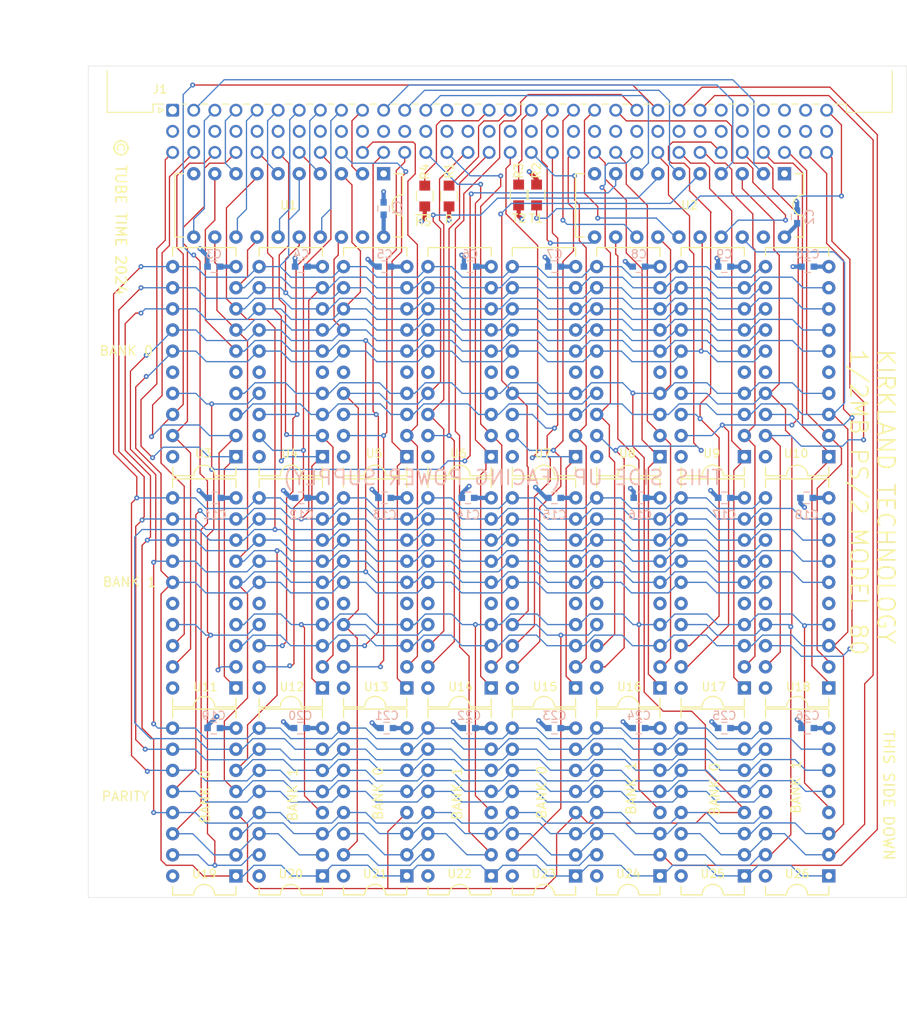
<source format=kicad_pcb>
(kicad_pcb (version 20240108) (generator "pcbnew") (generator_version "8.0")
  (layers (0 "F.Cu" signal) (1 "In1.Cu" signal) (2 "In2.Cu" signal) (31 "B.Cu" signal) (34 "B.Paste" user) (35 "F.Paste" user) (36 "B.SilkS" user "B.Silkscreen") (37 "F.SilkS" user "F.Silkscreen") (38 "B.Mask" user) (39 "F.Mask" user) (44 "Edge.Cuts" user))
  (net 0 "")
  (net 3 "GND")
  (net 4 "VCC")
  (net 20 "/MA7")
  (net 21 "/~{MW}")
  (net 22 "/MA3")
  (net 23 "/~{RAS0}")
  (net 24 "/MD25")
  (net 25 "/MD8")
  (net 26 "/MDP1")
  (net 27 "/MD4")
  (net 28 "/MD5")
  (net 29 "/MD7")
  (net 30 "/MD21")
  (net 31 "/MA0")
  (net 32 "/MD28")
  (net 33 "/MD15")
  (net 34 "/MD20")
  (net 35 "/~{CAS2}")
  (net 36 "/MA1")
  (net 37 "/MD31")
  (net 38 "/MD30")
  (net 39 "/MDP2")
  (net 40 "/~{BE3}")
  (net 41 "/MD11")
  (net 42 "/~{RAS3}")
  (net 43 "/~{CAS3}")
  (net 44 "/~{RAMHS}")
  (net 45 "/MD3")
  (net 46 "/MD12")
  (net 47 "/~{BE0}")
  (net 48 "/T2")
  (net 49 "/MD24")
  (net 50 "/MA8")
  (net 51 "/~{RAS1}")
  (net 52 "/MA2")
  (net 53 "/~{RAS2}")
  (net 54 "/MD9")
  (net 55 "/MD23")
  (net 56 "/MA5")
  (net 57 "/MDP3")
  (net 58 "/MD22")
  (net 59 "/MD14")
  (net 60 "/MD13")
  (net 61 "/MD1")
  (net 62 "/MD26")
  (net 63 "/~{CASP}")
  (net 64 "/R")
  (net 65 "/MDP0")
  (net 66 "/~{BE1}")
  (net 67 "/MD18")
  (net 68 "/MA4")
  (net 69 "/MD17")
  (net 70 "/MD0")
  (net 71 "/~{CAS0}")
  (net 72 "/~{CAS1}")
  (net 73 "/MD6")
  (net 74 "/T1")
  (net 75 "/MA6")
  (net 76 "/MD2")
  (net 77 "/MD16")
  (net 78 "/MD19")
  (net 79 "/MD29")
  (net 80 "/~{BE2}")
  (net 81 "/MD27")
  (net 82 "/MD10")
  (net 83 "/BMA4")
  (net 84 "/BMA0")
  (net 85 "/BMA2")
  (net 86 "/BMA3")
  (net 87 "/BMA1")
  (net 88 "/BMA5")
  (net 89 "/BMA6")
  (net 90 "/BMA8")
  (net 91 "/BMA7")
  (net 92 "/~{BMW}")
  (net 93 "/~{BRAS0}")
  (net 94 "/~{BRAS1}")
  (net 95 "/~{BCAS0}")
  (net 96 "/~{BCAS2}")
  (net 97 "/~{BCAS3}")
  (net 98 "/~{BCAS1}")
  (footprint "Connector_DIN:DIN41612_R_3x32_Female_Horizontal_THT" (layer "F.Cu") (at 104.14 45.9546)
    (property "Reference" "J1")
    (property "Value" "Conn_VME_3x32")
  )
  (footprint "Active:DIP254P762X635-20" (layer "F.Cu") (at 132.334 87.63 180)
    (property "Reference" "U5")
    (property "Value" "44C256")
  )
  (footprint "Passive:RESC2012X55" (layer "F.Cu") (at 134.493 56.2764 -90)
    (property "Reference" "R4")
    (property "Value" "DNI")
  )
  (footprint "Active:DIP254P762X635-20" (layer "F.Cu") (at 172.974 87.63 180)
    (property "Reference" "U9")
    (property "Value" "44C256")
  )
  (footprint "Active:DIP254P762X635-20" (layer "F.Cu") (at 111.76 115.443 180)
    (property "Reference" "U11")
    (property "Value" "44C256")
  )
  (footprint "Passive:RESC2012X55" (layer "F.Cu") (at 137.414 56.2764 -90)
    (property "Reference" "R1")
    (property "Value" "0")
  )
  (footprint "Active:DIP254P762X635-20" (layer "F.Cu") (at 183.134 115.443 180)
    (property "Reference" "U18")
    (property "Value" "44C256")
  )
  (footprint "Active:DIP254P762X635-20" (layer "F.Cu") (at 172.974 115.443 180)
    (property "Reference" "U17")
    (property "Value" "44C256")
  )
  (footprint "Active:DIP254P762X635-16" (layer "F.Cu") (at 152.654 138.059 180)
    (property "Reference" "U23")
    (property "Value" "41C256")
  )
  (footprint "Active:DIP254P762X635-20" (layer "F.Cu") (at 142.494 87.63 180)
    (property "Reference" "U6")
    (property "Value" "44C256")
  )
  (footprint "Active:DIP254P762X635-16" (layer "F.Cu") (at 183.134 138.049 180)
    (property "Reference" "U26")
    (property "Value" "41C256")
  )
  (footprint "Active:DIP254P762X635-20" (layer "F.Cu") (at 132.334 115.443 180)
    (property "Reference" "U13")
    (property "Value" "44C256")
  )
  (footprint "Active:DIP254P762X635-20" (layer "F.Cu") (at 152.654 115.443 180)
    (property "Reference" "U15")
    (property "Value" "44C256")
  )
  (footprint "Passive:RESC2012X55" (layer "F.Cu") (at 147.955 56.1494 90)
    (property "Reference" "R2")
    (property "Value" "DNI")
  )
  (footprint "Active:DIP254P762X635-20" (layer "F.Cu") (at 183.134 87.63 180)
    (property "Reference" "U10")
    (property "Value" "44C256")
  )
  (footprint "Passive:RESC2012X55" (layer "F.Cu") (at 145.796 56.1494 -90)
    (property "Reference" "R3")
    (property "Value" "DNI")
  )
  (footprint "Active:DIP254P762X635-16" (layer "F.Cu") (at 111.76 138.059 180)
    (property "Reference" "U19")
    (property "Value" "41C256")
  )
  (footprint "Active:DIP254P762X635-20" (layer "F.Cu") (at 152.654 87.63 180)
    (property "Reference" "U7")
    (property "Value" "44C256")
  )
  (footprint "Active:DIP254P762X635-20" (layer "F.Cu") (at 122.174 87.63 180)
    (property "Reference" "U4")
    (property "Value" "44C256")
  )
  (footprint "Active:DIP254P762X635-20" (layer "F.Cu") (at 142.494 115.443 180)
    (property "Reference" "U14")
    (property "Value" "44C256")
  )
  (footprint "Active:DIP254P762X635-20" (layer "F.Cu") (at 177.8 53.594 -90)
    (property "Reference" "U2")
    (property "Value" "74LS244")
  )
  (footprint "Active:DIP254P762X635-20" (layer "F.Cu") (at 111.76 87.63 180)
    (property "Reference" "U3")
    (property "Value" "44C256")
  )
  (footprint "Active:DIP254P762X635-16" (layer "F.Cu") (at 122.174 138.059 180)
    (property "Reference" "U20")
    (property "Value" "41C256")
  )
  (footprint "Active:DIP254P762X635-20" (layer "F.Cu") (at 122.174 115.443 180)
    (property "Reference" "U12")
    (property "Value" "44C256")
  )
  (footprint "Active:DIP254P762X635-16" (layer "F.Cu") (at 172.974 138.049 180)
    (property "Reference" "U25")
    (property "Value" "41C256")
  )
  (footprint "Active:DIP254P762X635-16" (layer "F.Cu") (at 132.334 138.049 180)
    (property "Reference" "U21")
    (property "Value" "41C256")
  )
  (footprint "Active:DIP254P762X635-20" (layer "F.Cu") (at 162.814 115.443 180)
    (property "Reference" "U16")
    (property "Value" "44C256")
  )
  (footprint "Active:DIP254P762X635-20" (layer "F.Cu") (at 129.54 53.594 -90)
    (property "Reference" "U1")
    (property "Value" "74LS244")
  )
  (footprint "Active:DIP254P762X635-16" (layer "F.Cu") (at 162.814 138.049 180)
    (property "Reference" "U24")
    (property "Value" "41C256")
  )
  (footprint "Active:DIP254P762X635-16" (layer "F.Cu") (at 142.494 138.049 180)
    (property "Reference" "U22")
    (property "Value" "41C256")
  )
  (footprint "Active:DIP254P762X635-20" (layer "F.Cu") (at 162.814 87.63 180)
    (property "Reference" "U8")
    (property "Value" "44C256")
  )
  (footprint "Passive:CAPC1608X100" (layer "B.Cu") (at 170.561 120.269 180)
    (property "Reference" "C25")
    (property "Value" "0.1")
  )
  (footprint "Passive:CAPC1608X100" (layer "B.Cu") (at 139.954 64.77 180)
    (property "Reference" "C6")
    (property "Value" "0.1")
  )
  (footprint "Passive:CAPC1608X100" (layer "B.Cu") (at 129.667 64.77 180)
    (property "Reference" "C5")
    (property "Value" "0.1")
  )
  (footprint "Passive:CAPC1608X100" (layer "B.Cu") (at 129.54 57.785 90)
    (property "Reference" "C1")
    (property "Value" "0.1")
  )
  (footprint "Passive:CAPC1608X100" (layer "B.Cu") (at 109.22 92.583 180)
    (property "Reference" "C11")
    (property "Value" "0.1")
  )
  (footprint "Passive:CAPC1608X100" (layer "B.Cu") (at 170.561 64.77 180)
    (property "Reference" "C9")
    (property "Value" "0.1")
  )
  (footprint "Passive:CAPC1608X100" (layer "B.Cu") (at 150.114 64.77 180)
    (property "Reference" "C7")
    (property "Value" "0.1")
  )
  (footprint "Passive:CAPC1608X100" (layer "B.Cu") (at 109.093 120.269 180)
    (property "Reference" "C19")
    (property "Value" "0.1")
  )
  (footprint "Passive:CAPC1608X100" (layer "B.Cu") (at 129.921 120.269 180)
    (property "Reference" "C21")
    (property "Value" "0.1")
  )
  (footprint "Passive:CAPC1608X100" (layer "B.Cu") (at 180.594 120.269 180)
    (property "Reference" "C26")
    (property "Value" "0.1")
  )
  (footprint "Passive:CAPC1608X100" (layer "B.Cu") (at 180.467 92.583 180)
    (property "Reference" "C18")
    (property "Value" "0.1")
  )
  (footprint "Passive:CAPC1608X100" (layer "B.Cu") (at 119.634 64.77 180)
    (property "Reference" "C4")
    (property "Value" "0.1")
  )
  (footprint "Passive:CAPC1608X100" (layer "B.Cu") (at 150.114 120.269 180)
    (property "Reference" "C23")
    (property "Value" "0.1")
  )
  (footprint "Passive:CAPC1608X100" (layer "B.Cu") (at 119.634 92.583 180)
    (property "Reference" "C12")
    (property "Value" "0.1")
  )
  (footprint "Passive:CAPC1608X100" (layer "B.Cu") (at 150.114 92.583 180)
    (property "Reference" "C15")
    (property "Value" "0.1")
  )
  (footprint "Passive:CAPC1608X100" (layer "B.Cu") (at 180.594 64.77 180)
    (property "Reference" "C10")
    (property "Value" "0.1")
  )
  (footprint "Passive:CAPC1608X100" (layer "B.Cu") (at 119.507 120.269 180)
    (property "Reference" "C20")
    (property "Value" "0.1")
  )
  (footprint "Passive:CAPC1608X100" (layer "B.Cu") (at 129.667 92.583 180)
    (property "Reference" "C13")
    (property "Value" "0.1")
  )
  (footprint "Passive:CAPC1608X100" (layer "B.Cu") (at 179.324 58.801 90)
    (property "Reference" "C2")
    (property "Value" "0.1")
  )
  (footprint "Passive:CAPC1608X100" (layer "B.Cu") (at 160.274 120.269 180)
    (property "Reference" "C24")
    (property "Value" "0.1")
  )
  (footprint "Passive:CAPC1608X100" (layer "B.Cu") (at 139.827 120.269 180)
    (property "Reference" "C22")
    (property "Value" "0.1")
  )
  (footprint "Passive:CAPC1608X100" (layer "B.Cu") (at 109.093 64.77 180)
    (property "Reference" "C3")
    (property "Value" "0.1")
  )
  (footprint "Passive:CAPC1608X100" (layer "B.Cu") (at 160.274 64.77 180)
    (property "Reference" "C8")
    (property "Value" "0.1")
  )
  (footprint "Passive:CAPC1608X100" (layer "B.Cu") (at 139.7 92.583 180)
    (property "Reference" "C14")
    (property "Value" "0.1")
  )
  (footprint "Passive:CAPC1608X100" (layer "B.Cu") (at 170.561 92.583 180)
    (property "Reference" "C17")
    (property "Value" "0.1")
  )
  (footprint "Passive:CAPC1608X100" (layer "B.Cu") (at 160.401 92.583 180)
    (property "Reference" "C16")
    (property "Value" "0.1")
  )
  (gr_line (start 93.98 140.64) (end 93.98 40.64) (stroke (width 0.05)) (layer "Edge.Cuts"))
  (gr_line (start 93.98 140.64) (end 192.532 140.64) (stroke (width 0.05)) (layer "Edge.Cuts"))
  (gr_line (start 192.532 40.64) (end 192.532 140.64) (stroke (width 0.05)) (layer "Edge.Cuts"))
  (gr_line (start 93.98 40.64) (end 192.532 40.64) (stroke (width 0.05)) (layer "Edge.Cuts"))
  (gr_text "THIS SIDE UP (FACING POWER SUPPLY)" (at 143.891 91.186 0) (layer "B.SilkS") (effects (font (size 1.778 1.778) (thickness 0.2032)) (justify bottom mirror)))
  (gr_text "BANK 1" (at 95.631 103.378 0) (layer "F.SilkS") (effects (font (size 1.143 1.143) (thickness 0.1524)) (justify left bottom)))
  (gr_text "BANK 0" (at 95.25 75.565 0) (layer "F.SilkS") (effects (font (size 1.143 1.143) (thickness 0.1524)) (justify left bottom)))
  (gr_text "KIRKLAND TECHNOLOGY\n1/2MB PS/2 MODEL 80" (at 185.547 74.549 270) (layer "F.SilkS") (effects (font (size 2.032 2.032) (thickness 0.2032)) (justify left bottom)))
  (gr_text "R" (at 136.779 59.69 0) (layer "F.SilkS") (effects (font (size 1 1) (thickness 0.1524)) (justify left bottom)))
  (gr_text "PARITY" (at 95.504 129.159 0) (layer "F.SilkS") (effects (font (size 1.143 1.143) (thickness 0.1524)) (justify left bottom)))
  (gr_text "BANK 0" (at 129.54 131.445 90) (layer "F.SilkS") (effects (font (size 1.143 1.143) (thickness 0.1524)) (justify left bottom)))
  (gr_text "~{HS}" (at 133.223 59.944 0) (layer "F.SilkS") (effects (font (size 1 1) (thickness 0.1524)) (justify left bottom)))
  (gr_text "BANK 0" (at 170.053 130.937 90) (layer "F.SilkS") (effects (font (size 1.143 1.143) (thickness 0.1524)) (justify left bottom)))
  (gr_text "BANK 1" (at 139.065 131.445 90) (layer "F.SilkS") (effects (font (size 1.143 1.143) (thickness 0.1524)) (justify left bottom)))
  (gr_text "BANK 1" (at 160.02 130.81 90) (layer "F.SilkS") (effects (font (size 1.143 1.143) (thickness 0.1524)) (justify left bottom)))
  (gr_text "BANK 0" (at 149.225 131.318 90) (layer "F.SilkS") (effects (font (size 1.143 1.143) (thickness 0.1524)) (justify left bottom)))
  (gr_text "BANK 0" (at 108.712 131.826 90) (layer "F.SilkS") (effects (font (size 1.143 1.143) (thickness 0.1524)) (justify left bottom)))
  (gr_text "© TUBE TIME 2024" (at 97.155 49.276 270) (layer "F.SilkS") (effects (font (size 1.27 1.27) (thickness 0.1778)) (justify left bottom)))
  (gr_text "T1" (at 146.939 59.563 0) (layer "F.SilkS") (effects (font (size 1 1) (thickness 0.1524)) (justify left bottom)))
  (gr_text "BANK 1" (at 179.832 130.683 90) (layer "F.SilkS") (effects (font (size 1.143 1.143) (thickness 0.1524)) (justify left bottom)))
  (gr_text "BANK 1" (at 119.253 131.572 90) (layer "F.SilkS") (effects (font (size 1.143 1.143) (thickness 0.1524)) (justify left bottom)))
  (gr_text "T2" (at 144.907 59.563 0) (layer "F.SilkS") (effects (font (size 1 1) (thickness 0.1524)) (justify left bottom)))
  (gr_text "THIS SIDE DOWN" (at 189.611 120.396 270) (layer "F.SilkS") (effects (font (size 1.27 1.27) (thickness 0.1778)) (justify left bottom)))
  (segment (start 137.414 57.5264) (end 137.414 59.182) (width 0.508) (layer "F.Cu") (net 3))
  (segment (start 134.493 58.928) (end 134.112 59.309) (width 0.508) (layer "F.Cu") (net 3))
  (segment (start 147.955 54.229) (end 147.066 53.34) (width 0.508) (layer "F.Cu") (net 3))
  (segment (start 134.493 57.5264) (end 134.493 58.928) (width 0.508) (layer "F.Cu") (net 3))
  (segment (start 147.955 54.8994) (end 147.955 54.229) (width 0.508) (layer "F.Cu") (net 3))
  (segment (start 145.796 58.674) (end 146.177 59.055) (width 0.508) (layer "F.Cu") (net 3))
  (segment (start 145.796 57.3994) (end 145.796 58.674) (width 0.508) (layer "F.Cu") (net 3))
  (via (at 128.143 91.567) (size 0.6) (drill 0.25) (layers "F.Cu" "B.Cu") (net 3))
  (via (at 159.258 91.44) (size 0.6) (drill 0.25) (layers "F.Cu" "B.Cu") (net 3))
  (via (at 147.066 53.34) (size 0.6) (drill 0.25) (layers "F.Cu" "B.Cu") (net 3))
  (via (at 147.828 91.313) (size 0.6) (drill 0.25) (layers "F.Cu" "B.Cu") (net 3))
  (via (at 179.197 56.896) (size 0.6) (drill 0.25) (layers "F.Cu" "B.Cu") (net 3))
  (via (at 179.324 119.253) (size 0.6) (drill 0.25) (layers "F.Cu" "B.Cu") (net 3))
  (via (at 117.475 119.507) (size 0.6) (drill 0.25) (layers "F.Cu" "B.Cu") (net 3))
  (via (at 148.971 63.627) (size 0.6) (drill 0.25) (layers "F.Cu" "B.Cu") (net 3))
  (via (at 146.177 59.055) (size 0.6) (drill 0.25) (layers "F.Cu" "B.Cu") (net 3))
  (via (at 117.475 91.694) (size 0.6) (drill 0.25) (layers "F.Cu" "B.Cu") (net 3))
  (via (at 138.938 63.373) (size 0.6) (drill 0.25) (layers "F.Cu" "B.Cu") (net 3))
  (via (at 168.91 91.694) (size 0.6) (drill 0.25) (layers "F.Cu" "B.Cu") (net 3))
  (via (at 109.474 118.872) (size 0.6) (drill 0.25) (layers "F.Cu" "B.Cu") (net 3))
  (via (at 158.623 64.135) (size 0.6) (drill 0.25) (layers "F.Cu" "B.Cu") (net 3))
  (via (at 137.414 59.182) (size 0.6) (drill 0.25) (layers "F.Cu" "B.Cu") (net 3))
  (via (at 127.635 63.881) (size 0.6) (drill 0.25) (layers "F.Cu" "B.Cu") (net 3))
  (via (at 129.54 55.753) (size 0.6) (drill 0.25) (layers "F.Cu" "B.Cu") (net 3))
  (via (at 118.872 63.754) (size 0.6) (drill 0.25) (layers "F.Cu" "B.Cu") (net 3))
  (via (at 158.369 119.507) (size 0.6) (drill 0.25) (layers "F.Cu" "B.Cu") (net 3))
  (via (at 137.922 119.507) (size 0.6) (drill 0.25) (layers "F.Cu" "B.Cu") (net 3))
  (via (at 169.037 119.507) (size 0.6) (drill 0.25) (layers "F.Cu" "B.Cu") (net 3))
  (via (at 107.442 62.611) (size 0.6) (drill 0.25) (layers "F.Cu" "B.Cu") (net 3))
  (via (at 107.315 91.694) (size 0.6) (drill 0.25) (layers "F.Cu" "B.Cu") (net 3))
  (via (at 169.672 63.754) (size 0.6) (drill 0.25) (layers "F.Cu" "B.Cu") (net 3))
  (via (at 178.816 64.77) (size 0.6) (drill 0.25) (layers "F.Cu" "B.Cu") (net 3))
  (via (at 128.143 119.634) (size 0.6) (drill 0.25) (layers "F.Cu" "B.Cu") (net 3))
  (via (at 139.827 91.186) (size 0.6) (drill 0.25) (layers "F.Cu" "B.Cu") (net 3))
  (via (at 134.112 59.309) (size 0.6) (drill 0.25) (layers "F.Cu" "B.Cu") (net 3))
  (via (at 180.213 93.726) (size 0.6) (drill 0.25) (layers "F.Cu" "B.Cu") (net 3))
  (via (at 148.209 119.38) (size 0.6) (drill 0.25) (layers "F.Cu" "B.Cu") (net 3))
  (segment (start 128.917 92.341) (end 128.143 91.567) (width 0.508) (layer "B.Cu") (net 3))
  (segment (start 118.364 92.583) (end 117.475 91.694) (width 0.508) (layer "B.Cu") (net 3))
  (segment (start 108.343 120.003) (end 109.474 118.872) (width 0.508) (layer "B.Cu") (net 3))
  (segment (start 138.95 92.583) (end 138.95 92.063) (width 0.508) (layer "B.Cu") (net 3))
  (segment (start 129.171 120.269) (end 128.778 120.269) (width 0.508) (layer "B.Cu") (net 3))
  (segment (start 169.811 63.893) (end 169.672 63.754) (width 0.508) (layer "B.Cu") (net 3))
  (segment (start 179.324 57.023) (end 179.197 56.896) (width 0.508) (layer "B.Cu") (net 3))
  (segment (start 159.131 120.269) (end 158.369 119.507) (width 0.508) (layer "B.Cu") (net 3))
  (segment (start 108.47 92.583) (end 108.204 92.583) (width 0.508) (layer "B.Cu") (net 3))
  (segment (start 169.811 92.583) (end 169.799 92.583) (width 0.508) (layer "B.Cu") (net 3))
  (segment (start 179.324 58.051) (end 179.324 57.023) (width 0.508) (layer "B.Cu") (net 3))
  (segment (start 138.684 120.269) (end 137.922 119.507) (width 0.508) (layer "B.Cu") (net 3))
  (segment (start 179.844 64.77) (end 178.816 64.77) (width 0.508) (layer "B.Cu") (net 3))
  (segment (start 128.778 120.269) (end 128.143 119.634) (width 0.508) (layer "B.Cu") (net 3))
  (segment (start 118.884 64.77) (end 118.884 63.766) (width 0.508) (layer "B.Cu") (net 3))
  (segment (start 129.54 57.035) (end 129.54 55.753) (width 0.508) (layer "B.Cu") (net 3))
  (segment (start 159.524 64.77) (end 159.258 64.77) (width 0.508) (layer "B.Cu") (net 3))
  (segment (start 169.799 120.269) (end 169.037 119.507) (width 0.508) (layer "B.Cu") (net 3))
  (segment (start 139.077 120.269) (end 138.684 120.269) (width 0.508) (layer "B.Cu") (net 3))
  (segment (start 108.343 120.269) (end 108.343 120.003) (width 0.508) (layer "B.Cu") (net 3))
  (segment (start 179.844 120.269) (end 179.844 119.773) (width 0.508) (layer "B.Cu") (net 3))
  (segment (start 139.204 63.639) (end 138.938 63.373) (width 0.508) (layer "B.Cu") (net 3))
  (segment (start 149.364 92.583) (end 149.098 92.583) (width 0.508) (layer "B.Cu") (net 3))
  (segment (start 149.364 120.269) (end 149.098 120.269) (width 0.508) (layer "B.Cu") (net 3))
  (segment (start 108.343 63.512) (end 107.442 62.611) (width 0.508) (layer "B.Cu") (net 3))
  (segment (start 128.524 64.77) (end 127.635 63.881) (width 0.508) (layer "B.Cu") (net 3))
  (segment (start 108.343 64.77) (end 108.343 63.512) (width 0.508) (layer "B.Cu") (net 3))
  (segment (start 118.757 120.269) (end 118.237 120.269) (width 0.508) (layer "B.Cu") (net 3))
  (segment (start 149.098 92.583) (end 147.828 91.313) (width 0.508) (layer "B.Cu") (net 3))
  (segment (start 138.95 92.063) (end 139.827 91.186) (width 0.508) (layer "B.Cu") (net 3))
  (segment (start 118.884 63.766) (end 118.872 63.754) (width 0.508) (layer "B.Cu") (net 3))
  (segment (start 149.098 120.269) (end 148.209 119.38) (width 0.508) (layer "B.Cu") (net 3))
  (segment (start 128.917 64.77) (end 128.524 64.77) (width 0.508) (layer "B.Cu") (net 3))
  (segment (start 159.651 91.833) (end 159.258 91.44) (width 0.508) (layer "B.Cu") (net 3))
  (segment (start 179.844 119.773) (end 179.324 119.253) (width 0.508) (layer "B.Cu") (net 3))
  (segment (start 128.917 92.583) (end 128.917 92.341) (width 0.508) (layer "B.Cu") (net 3))
  (segment (start 159.651 92.583) (end 159.651 91.833) (width 0.508) (layer "B.Cu") (net 3))
  (segment (start 118.237 120.269) (end 117.475 119.507) (width 0.508) (layer "B.Cu") (net 3))
  (segment (start 118.884 92.583) (end 118.364 92.583) (width 0.508) (layer "B.Cu") (net 3))
  (segment (start 169.799 92.583) (end 168.91 91.694) (width 0.508) (layer "B.Cu") (net 3))
  (segment (start 108.204 92.583) (end 107.315 91.694) (width 0.508) (layer "B.Cu") (net 3))
  (segment (start 149.364 64.77) (end 149.364 64.02) (width 0.508) (layer "B.Cu") (net 3))
  (segment (start 159.524 120.269) (end 159.131 120.269) (width 0.508) (layer "B.Cu") (net 3))
  (segment (start 179.717 92.583) (end 179.717 93.23) (width 0.508) (layer "B.Cu") (net 3))
  (segment (start 179.717 93.23) (end 180.213 93.726) (width 0.508) (layer "B.Cu") (net 3))
  (segment (start 149.364 64.02) (end 148.971 63.627) (width 0.508) (layer "B.Cu") (net 3))
  (segment (start 159.258 64.77) (end 158.623 64.135) (width 0.508) (layer "B.Cu") (net 3))
  (segment (start 169.811 120.269) (end 169.799 120.269) (width 0.508) (layer "B.Cu") (net 3))
  (segment (start 169.811 64.77) (end 169.811 63.893) (width 0.508) (layer "B.Cu") (net 3))
  (segment (start 139.204 64.77) (end 139.204 63.639) (width 0.508) (layer "B.Cu") (net 3))
  (segment (start 109.97 92.583) (end 111.76 92.583) (width 0.508) (layer "B.Cu") (net 4))
  (segment (start 130.417 64.77) (end 132.334 64.77) (width 0.508) (layer "B.Cu") (net 4))
  (segment (start 129.54 61.214) (end 129.54 58.535) (width 0.508) (layer "B.Cu") (net 4))
  (segment (start 120.384 64.77) (end 122.174 64.77) (width 0.508) (layer "B.Cu") (net 4))
  (segment (start 140.704 64.77) (end 142.494 64.77) (width 0.508) (layer "B.Cu") (net 4))
  (segment (start 111.75 120.269) (end 111.76 120.279) (width 0.508) (layer "B.Cu") (net 4))
  (segment (start 171.311 92.583) (end 172.974 92.583) (width 0.508) (layer "B.Cu") (net 4))
  (segment (start 150.864 120.269) (end 152.644 120.269) (width 0.508) (layer "B.Cu") (net 4))
  (segment (start 179.324 59.551) (end 179.324 59.69) (width 0.508) (layer "B.Cu") (net 4))
  (segment (start 171.311 120.269) (end 172.974 120.269) (width 0.508) (layer "B.Cu") (net 4))
  (segment (start 130.417 92.583) (end 132.334 92.583) (width 0.508) (layer "B.Cu") (net 4))
  (segment (start 161.024 120.269) (end 162.814 120.269) (width 0.508) (layer "B.Cu") (net 4))
  (segment (start 109.843 64.77) (end 111.76 64.77) (width 0.508) (layer "B.Cu") (net 4))
  (segment (start 120.384 92.583) (end 122.174 92.583) (width 0.508) (layer "B.Cu") (net 4))
  (segment (start 161.024 64.77) (end 162.814 64.77) (width 0.508) (layer "B.Cu") (net 4))
  (segment (start 181.344 120.269) (end 183.134 120.269) (width 0.508) (layer "B.Cu") (net 4))
  (segment (start 140.577 120.269) (end 142.494 120.269) (width 0.508) (layer "B.Cu") (net 4))
  (segment (start 120.257 120.269) (end 122.164 120.269) (width 0.508) (layer "B.Cu") (net 4))
  (segment (start 161.151 92.583) (end 162.814 92.583) (width 0.508) (layer "B.Cu") (net 4))
  (segment (start 152.644 120.269) (end 152.654 120.279) (width 0.508) (layer "B.Cu") (net 4))
  (segment (start 122.164 120.269) (end 122.174 120.279) (width 0.508) (layer "B.Cu") (net 4))
  (segment (start 109.843 120.269) (end 111.75 120.269) (width 0.508) (layer "B.Cu") (net 4))
  (segment (start 181.217 92.583) (end 183.134 92.583) (width 0.508) (layer "B.Cu") (net 4))
  (segment (start 140.45 92.583) (end 142.494 92.583) (width 0.508) (layer "B.Cu") (net 4))
  (segment (start 171.311 64.77) (end 172.974 64.77) (width 0.508) (layer "B.Cu") (net 4))
  (segment (start 150.864 92.583) (end 152.654 92.583) (width 0.508) (layer "B.Cu") (net 4))
  (segment (start 179.324 59.69) (end 177.8 61.214) (width 0.508) (layer "B.Cu") (net 4))
  (segment (start 181.344 64.77) (end 183.134 64.77) (width 0.508) (layer "B.Cu") (net 4))
  (segment (start 150.864 64.77) (end 152.654 64.77) (width 0.508) (layer "B.Cu") (net 4))
  (segment (start 130.671 120.269) (end 132.334 120.269) (width 0.508) (layer "B.Cu") (net 4))
  (segment (start 127 45.9546) (end 125.73 47.2246) (width 0.1524) (layer "F.Cu") (net 20))
  (segment (start 125.73 52.705) (end 127.1724 54.1474) (width 0.1524) (layer "F.Cu") (net 20))
  (segment (start 125.73 47.2246) (end 125.73 52.705) (width 0.1524) (layer "F.Cu") (net 20))
  (segment (start 174.117 52.451) (end 174.117 44.831) (width 0.1524) (layer "B.Cu") (net 21))
  (segment (start 171.577 42.291) (end 110.3436 42.291) (width 0.1524) (layer "B.Cu") (net 21))
  (segment (start 174.117 44.831) (end 171.577 42.291) (width 0.1524) (layer "B.Cu") (net 21))
  (segment (start 175.534 54.3052) (end 175.534 52.8674) (width 0.1524) (layer "B.Cu") (net 21))
  (segment (start 110.3436 42.291) (end 106.68 45.9546) (width 0.1524) (layer "B.Cu") (net 21))
  (segment (start 175.26 53.594) (end 174.117 52.451) (width 0.1524) (layer "B.Cu") (net 21))
  (segment (start 115.57 52.324) (end 115.57 47.2246) (width 0.1524) (layer "B.Cu") (net 22))
  (segment (start 116.84 53.594) (end 115.57 52.324) (width 0.1524) (layer "B.Cu") (net 22))
  (segment (start 115.57 47.2246) (end 116.84 45.9546) (width 0.1524) (layer "B.Cu") (net 22))
  (segment (start 162.687 43.561) (end 134.4736 43.561) (width 0.1524) (layer "B.Cu") (net 23))
  (segment (start 163.957 44.831) (end 162.687 43.561) (width 0.1524) (layer "B.Cu") (net 23))
  (segment (start 163.957 52.451) (end 163.957 44.831) (width 0.1524) (layer "B.Cu") (net 23))
  (segment (start 134.4736 43.561) (end 132.08 45.9546) (width 0.1524) (layer "B.Cu") (net 23))
  (segment (start 165.1 53.594) (end 163.957 52.451) (width 0.1524) (layer "B.Cu") (net 23))
  (segment (start 174.244 83.82) (end 172.974 85.09) (width 0.1524) (layer "F.Cu") (net 24))
  (segment (start 168.1286 51.0346) (end 169.418 52.324) (width 0.1524) (layer "F.Cu") (net 24))
  (segment (start 174.244 111.633) (end 174.244 86.36) (width 0.1524) (layer "F.Cu") (net 24))
  (segment (start 170.688 52.324) (end 171.45 53.086) (width 0.1524) (layer "F.Cu") (net 24))
  (segment (start 167.64 51.0346) (end 168.1286 51.0346) (width 0.1524) (layer "F.Cu") (net 24))
  (segment (start 174.244 86.36) (end 172.974 85.09) (width 0.1524) (layer "F.Cu") (net 24))
  (segment (start 171.45 53.086) (end 171.45 55.8954) (width 0.1524) (layer "F.Cu") (net 24))
  (segment (start 173.99 62.484) (end 174.244 62.738) (width 0.1524) (layer "F.Cu") (net 24))
  (segment (start 169.418 52.324) (end 170.688 52.324) (width 0.1524) (layer "F.Cu") (net 24))
  (segment (start 174.244 62.738) (end 174.244 83.82) (width 0.1524) (layer "F.Cu") (net 24))
  (segment (start 171.45 55.8954) (end 173.99 58.4354) (width 0.1524) (layer "F.Cu") (net 24))
  (segment (start 173.99 58.4354) (end 173.99 62.484) (width 0.1524) (layer "F.Cu") (net 24))
  (segment (start 172.974 112.903) (end 174.244 111.633) (width 0.1524) (layer "F.Cu") (net 24))
  (segment (start 132.334 115.443) (end 131.191 114.3) (width 0.1524) (layer "F.Cu") (net 25))
  (segment (start 131.699 53.9904) (end 131.699 62.8804) (width 0.1524) (layer "F.Cu") (net 25))
  (segment (start 130.556 64.135) (end 130.556 85.852) (width 0.1524) (layer "F.Cu") (net 25))
  (segment (start 131.699 62.865) (end 131.699 62.992) (width 0.1524) (layer "F.Cu") (net 25))
  (segment (start 130.556 85.852) (end 132.334 87.63) (width 0.1524) (layer "F.Cu") (net 25))
  (segment (start 132.207 53.34) (end 132.207 53.4824) (width 0.1524) (layer "F.Cu") (net 25))
  (segment (start 131.699 62.992) (end 130.556 64.135) (width 0.1524) (layer "F.Cu") (net 25))
  (segment (start 132.207 53.4824) (end 131.699 53.9904) (width 0.1524) (layer "F.Cu") (net 25))
  (segment (start 131.191 88.773) (end 132.334 87.63) (width 0.1524) (layer "F.Cu") (net 25))
  (segment (start 131.191 88.773) (end 131.191 114.3) (width 0.1524) (layer "F.Cu") (net 25))
  (via (at 132.207 53.34) (size 0.6) (drill 0.25) (layers "F.Cu" "B.Cu") (net 25))
  (segment (start 125.7494 52.324) (end 124.46 51.0346) (width 0.1524) (layer "B.Cu") (net 25))
  (segment (start 132.207 53.34) (end 131.191 52.324) (width 0.1524) (layer "B.Cu") (net 25))
  (segment (start 131.191 52.324) (end 125.7494 52.324) (width 0.1524) (layer "B.Cu") (net 25))
  (segment (start 108.331 90.551) (end 108.331 95.631) (width 0.1524) (layer "F.Cu") (net 26))
  (segment (start 107.569 129.55) (end 104.14 132.979) (width 0.1524) (layer "F.Cu") (net 26))
  (segment (start 107.569 96.393) (end 107.569 129.55) (width 0.1524) (layer "F.Cu") (net 26))
  (segment (start 107.442 64.135) (end 107.442 89.662) (width 0.1524) (layer "F.Cu") (net 26))
  (segment (start 159.5314 42.926) (end 162.56 45.9546) (width 0.1524) (layer "F.Cu") (net 26))
  (segment (start 106.68 63.373) (end 107.442 64.135) (width 0.1524) (layer "F.Cu") (net 26))
  (segment (start 106.553 42.926) (end 159.5314 42.926) (width 0.1524) (layer "F.Cu") (net 26))
  (segment (start 108.331 95.631) (end 107.569 96.393) (width 0.1524) (layer "F.Cu") (net 26))
  (segment (start 107.442 89.662) (end 108.331 90.551) (width 0.1524) (layer "F.Cu") (net 26))
  (via (at 106.68 63.373) (size 0.6) (drill 0.25) (layers "F.Cu" "B.Cu") (net 26))
  (via (at 106.553 42.926) (size 0.6) (drill 0.25) (layers "F.Cu" "B.Cu") (net 26))
  (segment (start 111.76 135.519) (end 114.3 132.979) (width 0.1524) (layer "B.Cu") (net 26))
  (segment (start 106.563 132.979) (end 109.103 135.519) (width 0.1524) (layer "B.Cu") (net 26))
  (segment (start 105.41 62.357) (end 105.41 44.069) (width 0.1524) (layer "B.Cu") (net 26))
  (segment (start 105.41 44.069) (end 106.553 42.926) (width 0.1524) (layer "B.Cu") (net 26))
  (segment (start 114.3 132.979) (end 114.427 132.979) (width 0.1524) (layer "B.Cu") (net 26))
  (segment (start 116.85 132.979) (end 119.39 135.519) (width 0.1524) (layer "B.Cu") (net 26))
  (segment (start 106.426 63.373) (end 105.41 62.357) (width 0.1524) (layer "B.Cu") (net 26))
  (segment (start 104.14 132.979) (end 106.563 132.979) (width 0.1524) (layer "B.Cu") (net 26))
  (segment (start 109.103 135.519) (end 111.76 135.519) (width 0.1524) (layer "B.Cu") (net 26))
  (segment (start 114.427 132.979) (end 116.85 132.979) (width 0.1524) (layer "B.Cu") (net 26))
  (segment (start 106.68 63.373) (end 106.426 63.373) (width 0.1524) (layer "B.Cu") (net 26))
  (segment (start 119.39 135.519) (end 122.047 135.519) (width 0.1524) (layer "B.Cu") (net 26))
  (segment (start 120.904 88.773) (end 122.047 87.63) (width 0.1524) (layer "F.Cu") (net 27))
  (segment (start 114.4076 51.0346) (end 114.3 51.0346) (width 0.1524) (layer "F.Cu") (net 27))
  (segment (start 122.047 115.443) (end 120.904 114.3) (width 0.1524) (layer "F.Cu") (net 27))
  (segment (start 115.57 63.119) (end 115.57 52.197) (width 0.1524) (layer "F.Cu") (net 27))
  (segment (start 117.221 70.739) (end 116.205 69.723) (width 0.1524) (layer "F.Cu") (net 27))
  (segment (start 120.904 88.773) (end 120.904 114.3) (width 0.1524) (layer "F.Cu") (net 27))
  (segment (start 117.221 88.138) (end 117.221 70.739) (width 0.1524) (layer "F.Cu") (net 27))
  (segment (start 116.205 69.723) (end 116.205 63.754) (width 0.1524) (layer "F.Cu") (net 27))
  (segment (start 116.205 63.754) (end 115.57 63.119) (width 0.1524) (layer "F.Cu") (net 27))
  (segment (start 115.57 52.197) (end 114.4076 51.0346) (width 0.1524) (layer "F.Cu") (net 27))
  (via (at 117.221 88.138) (size 0.6) (drill 0.25) (layers "F.Cu" "B.Cu") (net 27))
  (segment (start 117.729 87.63) (end 117.221 88.138) (width 0.1524) (layer "B.Cu") (net 27))
  (segment (start 122.047 87.63) (end 117.729 87.63) (width 0.1524) (layer "B.Cu") (net 27))
  (segment (start 122.047 112.903) (end 123.444 111.506) (width 0.1524) (layer "F.Cu") (net 28))
  (segment (start 116.967 63.373) (end 116.967 68.707) (width 0.1524) (layer "F.Cu") (net 28))
  (segment (start 118.11 62.23) (end 116.967 63.373) (width 0.1524) (layer "F.Cu") (net 28))
  (segment (start 116.967 68.707) (end 117.729 69.469) (width 0.1524) (layer "F.Cu") (net 28))
  (segment (start 123.444 111.506) (end 123.444 86.487) (width 0.1524) (layer "F.Cu") (net 28))
  (segment (start 118.11 52.324) (end 118.11 62.23) (width 0.1524) (layer "F.Cu") (net 28))
  (segment (start 116.84 51.054) (end 118.11 52.324) (width 0.1524) (layer "F.Cu") (net 28))
  (segment (start 116.84 51.0346) (end 116.84 51.054) (width 0.1524) (layer "F.Cu") (net 28))
  (segment (start 117.729 69.469) (end 117.729 84.836) (width 0.1524) (layer "F.Cu") (net 28))
  (segment (start 123.444 86.487) (end 122.047 85.09) (width 0.1524) (layer "F.Cu") (net 28))
  (segment (start 117.729 84.836) (end 117.856 84.963) (width 0.1524) (layer "F.Cu") (net 28))
  (via (at 117.856 84.963) (size 0.6) (drill 0.25) (layers "F.Cu" "B.Cu") (net 28))
  (segment (start 122.047 85.09) (end 117.983 85.09) (width 0.1524) (layer "B.Cu") (net 28))
  (segment (start 117.983 85.09) (end 117.856 84.963) (width 0.1524) (layer "B.Cu") (net 28))
  (segment (start 119.888 64.77) (end 123.19 61.468) (width 0.1524) (layer "F.Cu") (net 29))
  (segment (start 119.888 92.583) (end 119.888 86.868) (width 0.1524) (layer "F.Cu") (net 29))
  (segment (start 118.745 112.522) (end 118.745 93.726) (width 0.1524) (layer "F.Cu") (net 29))
  (segment (start 121.92 51.181) (end 121.92 51.0346) (width 0.1524) (layer "F.Cu") (net 29))
  (segment (start 118.237 112.776) (end 118.491 112.776) (width 0.1524) (layer "F.Cu") (net 29))
  (segment (start 123.19 52.451) (end 121.92 51.181) (width 0.1524) (layer "F.Cu") (net 29))
  (segment (start 119.888 86.868) (end 119.888 64.77) (width 0.1524) (layer "F.Cu") (net 29))
  (segment (start 118.491 112.776) (end 118.745 112.522) (width 0.1524) (layer "F.Cu") (net 29))
  (segment (start 118.745 93.726) (end 119.888 92.583) (width 0.1524) (layer "F.Cu") (net 29))
  (segment (start 123.19 61.468) (end 123.19 52.451) (width 0.1524) (layer "F.Cu") (net 29))
  (via (at 119.888 86.868) (size 0.6) (drill 0.25) (layers "F.Cu" "B.Cu") (net 29))
  (via (at 118.237 112.776) (size 0.6) (drill 0.25) (layers "F.Cu" "B.Cu") (net 29))
  (segment (start 116.205 86.868) (end 116.459 86.868) (width 0.1524) (layer "B.Cu") (net 29))
  (segment (start 118.11 112.903) (end 118.237 112.776) (width 0.1524) (layer "B.Cu") (net 29))
  (segment (start 114.427 112.903) (end 118.11 112.903) (width 0.1524) (layer "B.Cu") (net 29))
  (segment (start 116.459 86.868) (end 119.888 86.868) (width 0.1524) (layer "B.Cu") (net 29))
  (segment (start 114.427 85.09) (end 116.205 86.868) (width 0.1524) (layer "B.Cu") (net 29))
  (segment (start 161.29 83.322) (end 161.29 57.404) (width 0.1524) (layer "F.Cu") (net 30))
  (segment (start 161.29 83.322) (end 164.084 86.116) (width 0.1524) (layer "F.Cu") (net 30))
  (segment (start 158.75 54.864) (end 161.29 57.404) (width 0.1524) (layer "F.Cu") (net 30))
  (segment (start 157.48 51.0346) (end 158.75 52.3046) (width 0.1524) (layer "F.Cu") (net 30))
  (segment (start 164.084 111.887) (end 163.068 112.903) (width 0.1524) (layer "F.Cu") (net 30))
  (segment (start 164.084 86.116) (end 164.084 111.887) (width 0.1524) (layer "F.Cu") (net 30))
  (segment (start 158.75 52.3046) (end 158.75 54.864) (width 0.1524) (layer "F.Cu") (net 30))
  (segment (start 107.95 47.2246) (end 107.95 57.8004) (width 0.1524) (layer "B.Cu") (net 31))
  (segment (start 109.22 45.9546) (end 107.95 47.2246) (width 0.1524) (layer "B.Cu") (net 31))
  (segment (start 106.68 61.2956) (end 106.8524 61.468) (width 0.1524) (layer "B.Cu") (net 31))
  (segment (start 107.95 57.8004) (end 106.68 59.0704) (width 0.1524) (layer "B.Cu") (net 31))
  (segment (start 106.68 59.0704) (end 106.68 61.2956) (width 0.1524) (layer "B.Cu") (net 31))
  (segment (start 179.959 53.467) (end 178.816 52.324) (width 0.1524) (layer "F.Cu") (net 32))
  (segment (start 179.959 83.947) (end 179.959 53.467) (width 0.1524) (layer "F.Cu") (net 32))
  (segment (start 183.642 87.63) (end 179.959 83.947) (width 0.1524) (layer "F.Cu") (net 32))
  (segment (start 178.816 52.324) (end 176.5494 52.324) (width 0.1524) (layer "F.Cu") (net 32))
  (segment (start 176.5494 52.324) (end 175.26 51.0346) (width 0.1524) (layer "F.Cu") (net 32))
  (segment (start 183.769 115.443) (end 181.102 112.776) (width 0.1524) (layer "F.Cu") (net 32))
  (segment (start 181.102 112.776) (end 181.102 90.17) (width 0.1524) (layer "F.Cu") (net 32))
  (segment (start 181.102 90.17) (end 183.642 87.63) (width 0.1524) (layer "F.Cu") (net 32))
  (segment (start 138.049 85.725) (end 137.414 85.09) (width 0.1524) (layer "F.Cu") (net 33))
  (segment (start 142.24 51.181) (end 142.24 51.0346) (width 0.1524) (layer "F.Cu") (net 33))
  (segment (start 137.541 84.963) (end 137.414 85.09) (width 0.1524) (layer "F.Cu") (net 33))
  (segment (start 138.684 54.737) (end 142.24 51.181) (width 0.1524) (layer "F.Cu") (net 33))
  (segment (start 138.684 58.9434) (end 138.684 54.737) (width 0.1524) (layer "F.Cu") (net 33))
  (segment (start 137.414 85.09) (end 137.414 60.2134) (width 0.1524) (layer "F.Cu") (net 33))
  (segment (start 138.049 109.855) (end 138.049 85.725) (width 0.1524) (layer "F.Cu") (net 33))
  (segment (start 137.414 60.2134) (end 138.684 58.9434) (width 0.1524) (layer "F.Cu") (net 33))
  (segment (start 135.001 112.903) (end 138.049 109.855) (width 0.1524) (layer "F.Cu") (net 33))
  (via (at 137.414 85.09) (size 0.6) (drill 0.25) (layers "F.Cu" "B.Cu") (net 33))
  (segment (start 135.001 85.09) (end 137.414 85.09) (width 0.1524) (layer "B.Cu") (net 33))
  (segment (start 156.21 54.229) (end 158.75 56.769) (width 0.1524) (layer "F.Cu") (net 34))
  (segment (start 161.82725 88.54825) (end 162.7455 87.63) (width 0.1524) (layer "F.Cu") (net 34))
  (segment (start 158.75 63.119) (end 160.655 65.024) (width 0.1524) (layer "F.Cu") (net 34))
  (segment (start 162.687 87.63) (end 162.814 87.63) (width 0.1524) (layer "F.Cu") (net 34))
  (segment (start 160.655 85.598) (end 161.798 86.741) (width 0.1524) (layer "F.Cu") (net 34))
  (segment (start 154.94 51.0346) (end 156.21 52.3046) (width 0.1524) (layer "F.Cu") (net 34))
  (segment (start 160.655 65.024) (end 160.655 85.598) (width 0.1524) (layer "F.Cu") (net 34))
  (segment (start 161.82725 88.54825) (end 162.71625 87.65925) (width 0.1524) (layer "F.Cu") (net 34))
  (segment (start 161.798 86.741) (end 162.687 87.63) (width 0.1524) (layer "F.Cu") (net 34))
  (segment (start 161.417 113.792) (end 161.417 88.9585) (width 0.1524) (layer "F.Cu") (net 34))
  (segment (start 156.21 52.3046) (end 156.21 54.229) (width 0.1524) (layer "F.Cu") (net 34))
  (segment (start 161.417 88.9585) (end 161.82725 88.54825) (width 0.1524) (layer "F.Cu") (net 34))
  (segment (start 163.068 115.443) (end 161.417 113.792) (width 0.1524) (layer "F.Cu") (net 34))
  (segment (start 162.7455 87.63) (end 162.814 87.63) (width 0.1524) (layer "F.Cu") (net 34))
  (segment (start 162.71625 87.65925) (end 161.798 86.741) (width 0.1524) (layer "F.Cu") (net 34))
  (segment (start 158.75 56.769) (end 158.75 63.119) (width 0.1524) (layer "F.Cu") (net 34))
  (segment (start 155.321 57.5464) (end 155.321 58.9434) (width 0.1524) (layer "F.Cu") (net 35))
  (segment (start 153.7238 55.9492) (end 155.321 57.5464) (width 0.1524) (layer "F.Cu") (net 35))
  (segment (start 153.7238 47.1708) (end 153.7238 48.768) (width 0.1524) (layer "F.Cu") (net 35))
  (segment (start 154.94 45.9546) (end 153.7238 47.1708) (width 0.1524) (layer "F.Cu") (net 35))
  (segment (start 153.7238 48.768) (end 153.7238 55.9492) (width 0.1524) (layer "F.Cu") (net 35))
  (via (at 155.321 58.9434) (size 0.6) (drill 0.25) (layers "F.Cu" "B.Cu") (net 35))
  (segment (start 155.3364 58.928) (end 162.3768 58.928) (width 0.1524) (layer "B.Cu") (net 35))
  (segment (start 162.3768 58.928) (end 165.374 61.9252) (width 0.1524) (layer "B.Cu") (net 35))
  (segment (start 155.321 58.9434) (end 155.3364 58.928) (width 0.1524) (layer "B.Cu") (net 35))
  (segment (start 110.49 47.2246) (end 110.49 52.324) (width 0.1524) (layer "B.Cu") (net 36))
  (segment (start 111.76 45.9546) (end 110.49 47.2246) (width 0.1524) (layer "B.Cu") (net 36))
  (segment (start 110.49 52.324) (end 111.76 53.594) (width 0.1524) (layer "B.Cu") (net 36))
  (segment (start 175.514 112.903) (end 177.292 111.125) (width 0.1524) (layer "F.Cu") (net 37))
  (segment (start 182.88 51.054) (end 183.515 51.689) (width 0.1524) (layer "F.Cu") (net 37))
  (segment (start 182.88 51.054) (end 183.388 51.562) (width 0.1524) (layer "F.Cu") (net 37))
  (segment (start 177.292 86.36) (end 176.022 85.09) (width 0.1524) (layer "F.Cu") (net 37))
  (segment (start 183.515 61.722) (end 185.674 63.881) (width 0.1524) (layer "F.Cu") (net 37))
  (segment (start 185.674 79.375) (end 187.325 81.026) (width 0.1524) (layer "F.Cu") (net 37))
  (segment (start 187.325 81.026) (end 187.325 85.598) (width 0.1524) (layer "F.Cu") (net 37))
  (segment (start 182.88 51.0346) (end 182.88 51.054) (width 0.1524) (layer "F.Cu") (net 37))
  (segment (start 183.515 61.722) (end 183.515 51.689) (width 0.1524) (layer "F.Cu") (net 37))
  (segment (start 185.674 63.881) (end 185.674 79.375) (width 0.1524) (layer "F.Cu") (net 37))
  (segment (start 177.292 111.125) (end 177.292 86.36) (width 0.1524) (layer "F.Cu") (net 37))
  (via (at 187.325 85.598) (size 0.6) (drill 0.25) (layers "F.Cu" "B.Cu") (net 37))
  (segment (start 178.562 85.09) (end 179.832 86.36) (width 0.1524) (layer "B.Cu") (net 37))
  (segment (start 176.022 85.09) (end 178.562 85.09) (width 0.1524) (layer "B.Cu") (net 37))
  (segment (start 179.832 86.36) (end 184.785 86.36) (width 0.1524) (layer "B.Cu") (net 37))
  (segment (start 185.547 85.598) (end 187.325 85.598) (width 0.1524) (layer "B.Cu") (net 37))
  (segment (start 184.785 86.36) (end 185.547 85.598) (width 0.1524) (layer "B.Cu") (net 37))
  (segment (start 184.912 81.915) (end 185.928 82.931) (width 0.1524) (layer "F.Cu") (net 38))
  (segment (start 182.88 53.5746) (end 182.88 61.976) (width 0.1524) (layer "F.Cu") (net 38))
  (segment (start 185.674 110.744) (end 185.928 110.49) (width 0.1524) (layer "F.Cu") (net 38))
  (segment (start 180.34 51.0346) (end 182.88 53.5746) (width 0.1524) (layer "F.Cu") (net 38))
  (segment (start 182.88 61.976) (end 184.912 64.008) (width 0.1524) (layer "F.Cu") (net 38))
  (segment (start 185.928 110.49) (end 185.928 82.931) (width 0.1524) (layer "F.Cu") (net 38))
  (segment (start 184.912 64.008) (end 184.912 81.915) (width 0.1524) (layer "F.Cu") (net 38))
  (via (at 185.674 110.744) (size 0.6) (drill 0.25) (layers "F.Cu" "B.Cu") (net 38))
  (via (at 185.928 82.931) (size 0.6) (drill 0.25) (layers "F.Cu" "B.Cu") (net 38))
  (segment (start 179.832 111.633) (end 178.562 110.363) (width 0.1524) (layer "B.Cu") (net 38))
  (segment (start 185.801 82.931) (end 184.912 83.82) (width 0.1524) (layer "B.Cu") (net 38))
  (segment (start 178.562 110.363) (end 176.149 110.363) (width 0.1524) (layer "B.Cu") (net 38))
  (segment (start 184.785 111.633) (end 179.832 111.633) (width 0.1524) (layer "B.Cu") (net 38))
  (segment (start 185.674 110.744) (end 184.785 111.633) (width 0.1524) (layer "B.Cu") (net 38))
  (segment (start 184.912 83.82) (end 179.832 83.82) (width 0.1524) (layer "B.Cu") (net 38))
  (segment (start 179.832 83.82) (end 178.562 82.55) (width 0.1524) (layer "B.Cu") (net 38))
  (segment (start 178.562 82.55) (end 176.022 82.55) (width 0.1524) (layer "B.Cu") (net 38))
  (segment (start 185.928 82.931) (end 185.801 82.931) (width 0.1524) (layer "B.Cu") (net 38))
  (segment (start 167.8746 43.18) (end 165.1 45.9546) (width 0.1524) (layer "F.Cu") (net 39))
  (segment (start 183.261 43.18) (end 167.8746 43.18) (width 0.1524) (layer "F.Cu") (net 39))
  (segment (start 188.976 132.461) (end 188.976 48.895) (width 0.1524) (layer "F.Cu") (net 39))
  (segment (start 164.338 136.779) (end 184.658 136.779) (width 0.1524) (layer "F.Cu") (net 39))
  (segment (start 188.976 48.895) (end 183.261 43.18) (width 0.1524) (layer "F.Cu") (net 39))
  (segment (start 184.658 136.779) (end 188.976 132.461) (width 0.1524) (layer "F.Cu") (net 39))
  (segment (start 163.068 135.509) (end 164.338 136.779) (width 0.1524) (layer "F.Cu") (net 39))
  (segment (start 147.203 132.979) (end 149.743 135.519) (width 0.1524) (layer "B.Cu") (net 39))
  (segment (start 152.908 135.519) (end 155.448 132.979) (width 0.1524) (layer "B.Cu") (net 39))
  (segment (start 145.288 132.979) (end 147.203 132.979) (width 0.1524) (layer "B.Cu") (net 39))
  (segment (start 155.448 132.969) (end 157.226 132.969) (width 0.1524) (layer "B.Cu") (net 39))
  (segment (start 159.766 135.509) (end 163.068 135.509) (width 0.1524) (layer "B.Cu") (net 39))
  (segment (start 155.448 132.979) (end 155.448 132.969) (width 0.1524) (layer "B.Cu") (net 39))
  (segment (start 149.743 135.519) (end 152.908 135.519) (width 0.1524) (layer "B.Cu") (net 39))
  (segment (start 157.226 132.969) (end 159.766 135.509) (width 0.1524) (layer "B.Cu") (net 39))
  (segment (start 129.54 112.141) (end 129.159 112.522) (width 0.1524) (layer "F.Cu") (net 41))
  (segment (start 129.921 63.881) (end 129.921 84.709) (width 0.1524) (layer "F.Cu") (net 41))
  (segment (start 132.08 51.0346) (end 132.08 52.197) (width 0.1524) (layer "F.Cu") (net 41))
  (segment (start 129.921 84.709) (end 129.54 85.09) (width 0.1524) (layer "F.Cu") (net 41))
  (segment (start 129.159 112.522) (end 129.159 112.903) (width 0.1524) (layer "F.Cu") (net 41))
  (segment (start 132.08 52.197) (end 131.064 53.213) (width 0.1524) (layer "F.Cu") (net 41))
  (segment (start 131.064 62.738) (end 129.921 63.881) (width 0.1524) (layer "F.Cu") (net 41))
  (segment (start 131.064 53.213) (end 131.064 62.738) (width 0.1524) (layer "F.Cu") (net 41))
  (segment (start 129.54 112.141) (end 129.54 85.09) (width 0.1524) (layer "F.Cu") (net 41))
  (via (at 129.159 112.903) (size 0.6) (drill 0.25) (layers "F.Cu" "B.Cu") (net 41))
  (via (at 129.54 85.09) (size 0.6) (drill 0.25) (layers "F.Cu" "B.Cu") (net 41))
  (segment (start 124.714 85.09) (end 129.54 85.09) (width 0.1524) (layer "B.Cu") (net 41))
  (segment (start 124.714 112.903) (end 129.159 112.903) (width 0.1524) (layer "B.Cu") (net 41))
  (segment (start 177.927 59.182) (end 177.927 58.5624) (width 0.1524) (layer "F.Cu") (net 43))
  (segment (start 173.99 54.6254) (end 173.99 52.959) (width 0.1524) (layer "F.Cu") (net 43))
  (segment (start 177.927 58.5624) (end 173.99 54.6254) (width 0.1524) (layer "F.Cu") (net 43))
  (segment (start 171.45 47.879) (end 170.815 47.244) (width 0.1524) (layer "F.Cu") (net 43))
  (segment (start 173.99 52.959) (end 173.355 52.324) (width 0.1524) (layer "F.Cu") (net 43))
  (segment (start 171.704 52.324) (end 171.45 52.07) (width 0.1524) (layer "F.Cu") (net 43))
  (segment (start 170.815 47.244) (end 158.7694 47.244) (width 0.1524) (layer "F.Cu") (net 43))
  (segment (start 171.45 52.07) (end 171.45 47.879) (width 0.1524) (layer "F.Cu") (net 43))
  (segment (start 173.355 52.324) (end 171.704 52.324) (width 0.1524) (layer "F.Cu") (net 43))
  (segment (start 158.7694 47.244) (end 157.48 45.9546) (width 0.1524) (layer "F.Cu") (net 43))
  (via (at 177.927 59.182) (size 0.6) (drill 0.25) (layers "F.Cu" "B.Cu") (net 43))
  (segment (start 172.212 59.182) (end 170.18 61.214) (width 0.1524) (layer "B.Cu") (net 43))
  (segment (start 177.927 59.182) (end 172.212 59.182) (width 0.1524) (layer "B.Cu") (net 43))
  (segment (start 140.97 47.2246) (end 136.4174 47.2246) (width 0.1524) (layer "F.Cu") (net 44))
  (segment (start 135.89 52.197) (end 134.493 53.594) (width 0.1524) (layer "F.Cu") (net 44))
  (segment (start 135.89 47.752) (end 135.89 52.197) (width 0.1524) (layer "F.Cu") (net 44))
  (segment (start 142.24 45.9546) (end 140.97 47.2246) (width 0.1524) (layer "F.Cu") (net 44))
  (segment (start 134.493 53.594) (end 134.493 54.483) (width 0.1524) (layer "F.Cu") (net 44))
  (segment (start 136.4174 47.2246) (end 135.89 47.752) (width 0.1524) (layer "F.Cu") (net 44))
  (segment (start 104.14 112.903) (end 106.299 110.744) (width 0.1524) (layer "F.Cu") (net 45))
  (segment (start 107.95 57.531) (end 107.95 52.959) (width 0.1524) (layer "F.Cu") (net 45))
  (segment (start 108.585 52.324) (end 110.4706 52.324) (width 0.1524) (layer "F.Cu") (net 45))
  (segment (start 105.41 60.071) (end 107.95 57.531) (width 0.1524) (layer "F.Cu") (net 45))
  (segment (start 106.299 110.744) (end 106.299 87.1828) (width 0.1524) (layer "F.Cu") (net 45))
  (segment (start 110.4706 52.324) (end 111.76 51.0346) (width 0.1524) (layer "F.Cu") (net 45))
  (segment (start 105.41 61.976) (end 105.41 60.071) (width 0.1524) (layer "F.Cu") (net 45))
  (segment (start 106.299 87.1828) (end 104.2062 85.09) (width 0.1524) (layer "F.Cu") (net 45))
  (segment (start 104.2062 85.09) (end 105.918 83.3782) (width 0.1524) (layer "F.Cu") (net 45))
  (segment (start 105.918 62.484) (end 105.41 61.976) (width 0.1524) (layer "F.Cu") (net 45))
  (segment (start 107.95 52.959) (end 108.585 52.324) (width 0.1524) (layer "F.Cu") (net 45))
  (segment (start 105.918 83.3782) (end 105.918 62.484) (width 0.1524) (layer "F.Cu") (net 45))
  (segment (start 141.224 114.046) (end 141.224 89.789) (width 0.1524) (layer "F.Cu") (net 46))
  (segment (start 140.589 85.598) (end 140.589 57.15) (width 0.1524) (layer "F.Cu") (net 46))
  (segment (start 140.589 57.15) (end 141.224 56.515) (width 0.1524) (layer "F.Cu") (net 46))
  (segment (start 141.859 89.154) (end 141.859 88.392) (width 0.1524) (layer "F.Cu") (net 46))
  (segment (start 141.224 89.789) (end 141.859 89.154) (width 0.1524) (layer "F.Cu") (net 46))
  (segment (start 142.621 87.63) (end 140.589 85.598) (width 0.1524) (layer "F.Cu") (net 46))
  (segment (start 142.621 115.443) (end 141.224 114.046) (width 0.1524) (layer "F.Cu") (net 46))
  (segment (start 141.859 88.392) (end 142.621 87.63) (width 0.1524) (layer "F.Cu") (net 46))
  (segment (start 141.224 56.515) (end 141.224 54.864) (width 0.1524) (layer "F.Cu") (net 46))
  (via (at 141.224 54.864) (size 0.6) (drill 0.25) (layers "F.Cu" "B.Cu") (net 46))
  (segment (start 138.4494 54.864) (end 141.224 54.864) (width 0.1524) (layer "B.Cu") (net 46))
  (segment (start 134.62 51.0346) (end 138.4494 54.864) (width 0.1524) (layer "B.Cu") (net 46))
  (segment (start 146.177 47.0976) (end 146.177 51.943) (width 0.1524) (layer "F.Cu") (net 48))
  (segment (start 147.32 45.9546) (end 146.177 47.0976) (width 0.1524) (layer "F.Cu") (net 48))
  (segment (start 145.796 52.324) (end 145.796 54.8994) (width 0.1524) (layer "F.Cu") (net 48))
  (segment (start 146.177 51.943) (end 145.796 52.324) (width 0.1524) (layer "F.Cu") (net 48))
  (segment (start 171.45 58.0544) (end 171.45 85.725) (width 0.1524) (layer "F.Cu") (net 49))
  (segment (start 173.355 87.63) (end 171.704 89.281) (width 0.1524) (layer "F.Cu") (net 49))
  (segment (start 171.704 114.173) (end 172.974 115.443) (width 0.1524) (layer "F.Cu") (net 49))
  (segment (start 166.4873 52.324) (end 168.275 52.324) (width 0.1524) (layer "F.Cu") (net 49))
  (segment (start 171.45 85.725) (end 173.355 87.63) (width 0.1524) (layer "F.Cu") (net 49))
  (segment (start 168.783 52.832) (end 168.783 55.3874) (width 0.1524) (layer "F.Cu") (net 49))
  (segment (start 165.1979 51.0346) (end 166.4873 52.324) (width 0.1524) (layer "F.Cu") (net 49))
  (segment (start 168.783 55.3874) (end 171.45 58.0544) (width 0.1524) (layer "F.Cu") (net 49))
  (segment (start 171.704 89.281) (end 171.704 114.173) (width 0.1524) (layer "F.Cu") (net 49))
  (segment (start 168.275 52.324) (end 168.783 52.832) (width 0.1524) (layer "F.Cu") (net 49))
  (segment (start 165.1 51.0346) (end 165.1979 51.0346) (width 0.1524) (layer "F.Cu") (net 49))
  (segment (start 171.577 52.197) (end 170.18 53.594) (width 0.1524) (layer "B.Cu") (net 50))
  (segment (start 169.672 42.926) (end 171.577 44.831) (width 0.1524) (layer "B.Cu") (net 50))
  (segment (start 171.577 44.831) (end 171.577 52.197) (width 0.1524) (layer "B.Cu") (net 50))
  (segment (start 132.5686 42.926) (end 169.672 42.926) (width 0.1524) (layer "B.Cu") (net 50))
  (segment (start 129.54 45.9546) (end 132.5686 42.926) (width 0.1524) (layer "B.Cu") (net 50))
  (segment (start 136.3786 44.196) (end 160.655 44.196) (width 0.1524) (layer "B.Cu") (net 51))
  (segment (start 161.417 44.958) (end 161.417 52.324) (width 0.1524) (layer "B.Cu") (net 51))
  (segment (start 134.62 45.9546) (end 136.3786 44.196) (width 0.1524) (layer "B.Cu") (net 51))
  (segment (start 160.655 44.196) (end 161.417 44.958) (width 0.1524) (layer "B.Cu") (net 51))
  (segment (start 161.417 52.324) (end 160.294 53.447) (width 0.1524) (layer "B.Cu") (net 51))
  (segment (start 160.294 53.447) (end 160.294 54.209) (width 0.1524) (layer "B.Cu") (net 51))
  (segment (start 113.03 57.8639) (end 111.9324 58.9615) (width 0.1524) (layer "B.Cu") (net 52))
  (segment (start 114.3 45.9546) (end 113.03 47.2246) (width 0.1524) (layer "B.Cu") (net 52))
  (segment (start 111.9324 58.9615) (end 111.9324 61.468) (width 0.1524) (layer "B.Cu") (net 52))
  (segment (start 113.03 47.2246) (end 113.03 57.8639) (width 0.1524) (layer "B.Cu") (net 52))
  (segment (start 133.096 49.784) (end 128.2506 49.784) (width 0.1524) (layer "F.Cu") (net 54))
  (segment (start 133.604 83.82) (end 133.604 62.1184) (width 0.1524) (layer "F.Cu") (net 54))
  (segment (start 132.334 85.09) (end 133.604 83.82) (width 0.1524) (layer "F.Cu") (net 54))
  (segment (start 132.461 54.4984) (end 133.35 53.6094) (width 0.1524) (layer "F.Cu") (net 54))
  (segment (start 133.604 62.1184) (end 132.461 60.9754) (width 0.1524) (layer "F.Cu") (net 54))
  (segment (start 133.35 53.6094) (end 133.35 50.038) (width 0.1524) (layer "F.Cu") (net 54))
  (segment (start 128.2506 49.784) (end 127 51.0346) (width 0.1524) (layer "F.Cu") (net 54))
  (segment (start 133.35 50.038) (end 133.096 49.784) (width 0.1524) (layer "F.Cu") (net 54))
  (segment (start 132.461 60.9754) (end 132.461 54.4984) (width 0.1524) (layer "F.Cu") (net 54))
  (segment (start 132.334 112.903) (end 133.604 111.633) (width 0.1524) (layer "F.Cu") (net 54))
  (segment (start 133.604 86.36) (end 132.334 85.09) (width 0.1524) (layer "F.Cu") (net 54))
  (segment (start 133.604 111.633) (end 133.604 86.36) (width 0.1524) (layer "F.Cu") (net 54))
  (segment (start 162.56 51.435) (end 163.83 52.705) (width 0.1524) (layer "F.Cu") (net 55))
  (segment (start 163.83 52.705) (end 163.83 56.1494) (width 0.1524) (layer "F.Cu") (net 55))
  (segment (start 166.37 62.738) (end 166.878 63.246) (width 0.1524) (layer "F.Cu") (net 55))
  (segment (start 157.48 86.868) (end 158.496 87.884) (width 0.1524) (layer "F.Cu") (net 55))
  (segment (start 158.496 87.884) (end 158.496 110.617) (width 0.1524) (layer "F.Cu") (net 55))
  (segment (start 156.21 112.903) (end 155.448 112.903) (width 0.1524) (layer "F.Cu") (net 55))
  (segment (start 166.1006 58.42) (end 166.116 58.42) (width 0.1524) (layer "F.Cu") (net 55))
  (segment (start 166.116 58.42) (end 166.37 58.674) (width 0.1524) (layer "F.Cu") (net 55))
  (segment (start 163.83 56.1494) (end 166.1006 58.42) (width 0.1524) (layer "F.Cu") (net 55))
  (segment (start 166.878 63.246) (end 166.878 85.979) (width 0.1524) (layer "F.Cu") (net 55))
  (segment (start 166.878 85.979) (end 167.767 86.868) (width 0.1524) (layer "F.Cu") (net 55))
  (segment (start 158.496 110.617) (end 156.21 112.903) (width 0.1524) (layer "F.Cu") (net 55))
  (segment (start 166.37 58.674) (end 166.37 62.738) (width 0.1524) (layer "F.Cu") (net 55))
  (segment (start 162.56 51.0346) (end 162.56 51.435) (width 0.1524) (layer "F.Cu") (net 55))
  (via (at 167.767 86.868) (size 0.6) (drill 0.25) (layers "F.Cu" "B.Cu") (net 55))
  (via (at 157.48 86.868) (size 0.6) (drill 0.25) (layers "F.Cu" "B.Cu") (net 55))
  (segment (start 155.438 85.09) (end 157.216 86.868) (width 0.1524) (layer "B.Cu") (net 55))
  (segment (start 162.814 86.36) (end 167.259 86.36) (width 0.1524) (layer "B.Cu") (net 55))
  (segment (start 157.988 86.36) (end 162.814 86.36) (width 0.1524) (layer "B.Cu") (net 55))
  (segment (start 167.259 86.36) (end 167.767 86.868) (width 0.1524) (layer "B.Cu") (net 55))
  (segment (start 157.48 86.868) (end 157.988 86.36) (width 0.1524) (layer "B.Cu") (net 55))
  (segment (start 157.216 86.868) (end 157.48 86.868) (width 0.1524) (layer "B.Cu") (net 55))
  (segment (start 121.92 45.9546) (end 120.65 47.2246) (width 0.1524) (layer "B.Cu") (net 56))
  (segment (start 120.65 47.2246) (end 120.65 52.324) (width 0.1524) (layer "B.Cu") (net 56))
  (segment (start 120.65 52.324) (end 121.92 53.594) (width 0.1524) (layer "B.Cu") (net 56))
  (segment (start 187.452 114.935) (end 187.452 131.826) (width 0.1524) (layer "F.Cu") (net 57))
  (segment (start 167.64 45.9546) (end 169.3986 44.196) (width 0.1524) (layer "F.Cu") (net 57))
  (segment (start 188.468 113.919) (end 187.452 114.935) (width 0.1524) (layer "F.Cu") (net 57))
  (segment (start 183.134 44.196) (end 188.468 49.53) (width 0.1524) (layer "F.Cu") (net 57))
  (segment (start 188.468 49.53) (end 188.468 113.919) (width 0.1524) (layer "F.Cu") (net 57))
  (segment (start 169.3986 44.196) (end 183.134 44.196) (width 0.1524) (layer "F.Cu") (net 57))
  (segment (start 187.452 131.826) (end 183.769 135.509) (width 0.1524) (layer "F.Cu") (net 57))
  (segment (start 175.895 132.969) (end 176.149 132.969) (width 0.1524) (layer "B.Cu") (net 57))
  (segment (start 176.149 132.969) (end 177.8 132.969) (width 0.1524) (layer "B.Cu") (net 57))
  (segment (start 167.64 132.969) (end 170.18 135.509) (width 0.1524) (layer "B.Cu") (net 57))
  (segment (start 170.18 135.509) (end 173.355 135.509) (width 0.1524) (layer "B.Cu") (net 57))
  (segment (start 180.34 135.509) (end 183.769 135.509) (width 0.1524) (layer "B.Cu") (net 57))
  (segment (start 165.735 132.969) (end 167.64 132.969) (width 0.1524) (layer "B.Cu") (net 57))
  (segment (start 173.355 135.509) (end 175.895 132.969) (width 0.1524) (layer "B.Cu") (net 57))
  (segment (start 177.8 132.969) (end 180.34 135.509) (width 0.1524) (layer "B.Cu") (net 57))
  (segment (start 157.353 108.966) (end 157.353 88.265) (width 0.1524) (layer "F.Cu") (net 58))
  (segment (start 157.353 88.265) (end 156.718 87.63) (width 0.1524) (layer "F.Cu") (net 58))
  (segment (start 156.718 83.83) (end 155.438 82.55) (width 0.1524) (layer "F.Cu") (net 58))
  (segment (start 156.718 87.63) (end 156.718 83.83) (width 0.1524) (layer "F.Cu") (net 58))
  (segment (start 155.956 110.363) (end 157.353 108.966) (width 0.1524) (layer "F.Cu") (net 58))
  (segment (start 155.448 110.363) (end 155.956 110.363) (width 0.1524) (layer "F.Cu") (net 58))
  (segment (start 156.845 81.143) (end 156.845 63.119) (width 0.1524) (layer "F.Cu") (net 58))
  (segment (start 156.21 55.626) (end 155.829 55.245) (width 0.1524) (layer "F.Cu") (net 58))
  (segment (start 155.438 82.55) (end 156.845 81.143) (width 0.1524) (layer "F.Cu") (net 58))
  (segment (start 156.845 63.119) (end 156.21 62.484) (width 0.1524) (layer "F.Cu") (net 58))
  (segment (start 156.21 62.484) (end 156.21 55.626) (width 0.1524) (layer "F.Cu") (net 58))
  (via (at 155.829 55.245) (size 0.6) (drill 0.25) (layers "F.Cu" "B.Cu") (net 58))
  (segment (start 160.02 51.0346) (end 160.02 51.054) (width 0.1524) (layer "B.Cu") (net 58))
  (segment (start 156.591 52.324) (end 156.21 52.705) (width 0.1524) (layer "B.Cu") (net 58))
  (segment (start 160.02 51.054) (end 158.75 52.324) (width 0.1524) (layer "B.Cu") (net 58))
  (segment (start 155.829 55.245) (end 155.829 55.2256) (width 0.1524) (layer "B.Cu") (net 58))
  (segment (start 156.21 54.864) (end 155.829 55.245) (width 0.1524) (layer "B.Cu") (net 58))
  (segment (start 156.21 52.705) (end 156.21 54.864) (width 0.1524) (layer "B.Cu") (net 58))
  (segment (start 158.75 52.324) (end 156.591 52.324) (width 0.1524) (layer "B.Cu") (net 58))
  (segment (start 136.271 54.229) (end 139.4654 51.0346) (width 0.1524) (layer "F.Cu") (net 59))
  (segment (start 136.779 108.585) (end 136.779 84.328) (width 0.1524) (layer "F.Cu") (net 59))
  (segment (start 136.271 59.1974) (end 136.271 54.229) (width 0.1524) (layer "F.Cu") (net 59))
  (segment (start 136.779 80.772) (end 136.779 59.7054) (width 0.1524) (layer "F.Cu") (net 59))
  (segment (start 135.001 110.363) (end 136.779 108.585) (width 0.1524) (layer "F.Cu") (net 59))
  (segment (start 135.001 82.55) (end 136.779 80.772) (width 0.1524) (layer "F.Cu") (net 59))
  (segment (start 136.779 84.328) (end 135.001 82.55) (width 0.1524) (layer "F.Cu") (net 59))
  (segment (start 136.779 59.7054) (end 136.271 59.1974) (width 0.1524) (layer "F.Cu") (net 59))
  (segment (start 139.4654 51.0346) (end 139.7 51.0346) (width 0.1524) (layer "F.Cu") (net 59))
  (segment (start 143.764 86.233) (end 143.764 111.76) (width 0.1524) (layer "F.Cu") (net 60))
  (segment (start 143.637 55.118) (end 141.224 57.531) (width 0.1524) (layer "F.Cu") (net 60))
  (segment (start 141.224 57.531) (end 141.224 83.693) (width 0.1524) (layer "F.Cu") (net 60))
  (segment (start 143.637 54.1174) (end 143.637 55.118) (width 0.1524) (layer "F.Cu") (net 60))
  (segment (start 141.224 83.693) (end 143.764 86.233) (width 0.1524) (layer "F.Cu") (net 60))
  (segment (start 143.764 111.76) (end 142.621 112.903) (width 0.1524) (layer "F.Cu") (net 60))
  (via (at 143.637 53.848) (size 0.6) (drill 0.25) (layers "F.Cu" "B.Cu") (net 60))
  (segment (start 139.9734 53.848) (end 143.637 53.848) (width 0.1524) (layer "B.Cu") (net 60))
  (segment (start 137.16 51.0346) (end 139.9734 53.848) (width 0.1524) (layer "B.Cu") (net 60))
  (segment (start 102.87 80.264) (end 102.87 63.119) (width 0.1524) (layer "F.Cu") (net 61))
  (segment (start 101.6 85.217) (end 101.727 85.09) (width 0.1524) (layer "F.Cu") (net 61))
  (segment (start 103.759 53.9556) (end 106.68 51.0346) (width 0.1524) (layer "F.Cu") (net 61))
  (segment (start 103.759 62.23) (end 103.759 53.9556) (width 0.1524) (layer "F.Cu") (net 61))
  (segment (start 102.87 63.119) (end 103.759 62.23) (width 0.1524) (layer "F.Cu") (net 61))
  (segment (start 111.8262 85.09) (end 109.728 87.1882) (width 0.1524) (layer "F.Cu") (net 61))
  (segment (start 109.728 87.1882) (end 109.728 113.157) (width 0.1524) (layer "F.Cu") (net 61))
  (segment (start 101.727 85.09) (end 101.727 81.407) (width 0.1524) (layer "F.Cu") (net 61))
  (segment (start 101.727 81.407) (end 102.87 80.264) (width 0.1524) (layer "F.Cu") (net 61))
  (segment (start 109.728 113.157) (end 109.601 113.284) (width 0.1524) (layer "F.Cu") (net 61))
  (via (at 101.6 85.217) (size 0.6) (drill 0.25) (layers "F.Cu" "B.Cu") (net 61))
  (via (at 109.601 113.284) (size 0.6) (drill 0.25) (layers "F.Cu" "B.Cu") (net 61))
  (segment (start 109.601 113.284) (end 109.982 112.903) (width 0.1524) (layer "B.Cu") (net 61))
  (segment (start 111.8262 85.09) (end 108.585 85.09) (width 0.1524) (layer "B.Cu") (net 61))
  (segment (start 108.585 85.09) (end 107.315 83.82) (width 0.1524) (layer "B.Cu") (net 61))
  (segment (start 107.315 83.82) (end 102.997 83.82) (width 0.1524) (layer "B.Cu") (net 61))
  (segment (start 102.997 83.82) (end 101.6 85.217) (width 0.1524) (layer "B.Cu") (net 61))
  (segment (start 109.982 112.903) (end 111.76 112.903) (width 0.1524) (layer "B.Cu") (net 61))
  (segment (start 166.37 110.363) (end 169.926 106.807) (width 0.1524) (layer "F.Cu") (net 62))
  (segment (start 163.83 50.292) (end 163.83 51.943) (width 0.1524) (layer "F.Cu") (net 62))
  (segment (start 164.211 52.324) (end 165.7196 52.324) (width 0.1524) (layer "F.Cu") (net 62))
  (segment (start 165.7196 52.324) (end 166.37 52.9744) (width 0.1524) (layer "F.Cu") (net 62))
  (segment (start 163.83 51.943) (end 164.211 52.324) (width 0.1524) (layer "F.Cu") (net 62))
  (segment (start 168.91 58.293) (end 168.91 80.01) (width 0.1524) (layer "F.Cu") (net 62))
  (segment (start 164.338 49.784) (end 163.83 50.292) (width 0.1524) (layer "F.Cu") (net 62))
  (segment (start 168.9658 58.2372) (end 168.91 58.293) (width 0.1524) (layer "F.Cu") (net 62))
  (segment (start 168.91 80.01) (end 167.64 81.28) (width 0.1524) (layer "F.Cu") (net 62))
  (segment (start 169.926 85.344) (end 167.64 83.058) (width 0.1524) (layer "F.Cu") (net 62))
  (segment (start 168.9294 49.784) (end 164.338 49.784) (width 0.1524) (layer "F.Cu") (net 62))
  (segment (start 166.37 55.6414) (end 168.9658 58.2372) (width 0.1524) (layer "F.Cu") (net 62))
  (segment (start 167.64 81.28) (end 167.64 83.058) (width 0.1524) (layer "F.Cu") (net 62))
  (segment (start 166.37 52.9744) (end 166.37 55.6414) (width 0.1524) (layer "F.Cu") (net 62))
  (segment (start 170.18 51.0346) (end 168.9294 49.784) (width 0.1524) (layer "F.Cu") (net 62))
  (segment (start 165.735 110.363) (end 166.37 110.363) (width 0.1524) (layer "F.Cu") (net 62))
  (segment (start 169.926 106.807) (end 169.926 85.344) (width 0.1524) (layer "F.Cu") (net 62))
  (via (at 167.64 83.058) (size 0.6) (drill 0.25) (layers "F.Cu" "B.Cu") (net 62))
  (segment (start 167.132 82.55) (end 167.64 83.058) (width 0.1524) (layer "B.Cu") (net 62))
  (segment (start 165.735 82.55) (end 167.132 82.55) (width 0.1524) (layer "B.Cu") (net 62))
  (segment (start 143.383 47.244) (end 141.605 47.244) (width 0.1524) (layer "F.Cu") (net 64))
  (segment (start 140.97 47.879) (end 140.97 51.562) (width 0.1524) (layer "F.Cu") (net 64))
  (segment (start 140.97 51.562) (end 137.414 55.118) (width 0.1524) (layer "F.Cu") (net 64))
  (segment (start 141.605 47.244) (end 140.97 47.879) (width 0.1524) (layer "F.Cu") (net 64))
  (segment (start 144.6724 45.9546) (end 143.383 47.244) (width 0.1524) (layer "F.Cu") (net 64))
  (segment (start 144.78 45.9546) (end 144.6724 45.9546) (width 0.1524) (layer "F.Cu") (net 64))
  (segment (start 137.414 55.118) (end 137.414 55.245) (width 0.1524) (layer "F.Cu") (net 64))
  (segment (start 139.192 56.007) (end 139.192 59.1974) (width 0.1524) (layer "F.Cu") (net 65))
  (segment (start 158.1344 44.069) (end 146.939 44.069) (width 0.1524) (layer "F.Cu") (net 65))
  (segment (start 138.176 84.582) (end 138.684 85.09) (width 0.1524) (layer "F.Cu") (net 65))
  (segment (start 139.827 132.715) (end 142.621 135.509) (width 0.1524) (layer "F.Cu") (net 65))
  (segment (start 138.684 110.49) (end 139.827 111.633) (width 0.1524) (layer "F.Cu") (net 65))
  (segment (start 139.192 59.1974) (end 138.176 60.2134) (width 0.1524) (layer "F.Cu") (net 65))
  (segment (start 146.05 44.958) (end 146.05 46.482) (width 0.1524) (layer "F.Cu") (net 65))
  (segment (start 139.827 111.633) (end 139.827 132.715) (width 0.1524) (layer "F.Cu") (net 65))
  (segment (start 143.51 51.689) (end 139.192 56.007) (width 0.1524) (layer "F.Cu") (net 65))
  (segment (start 146.05 46.482) (end 145.288 47.244) (width 0.1524) (layer "F.Cu") (net 65))
  (segment (start 138.684 85.09) (end 138.684 110.49) (width 0.1524) (layer "F.Cu") (net 65))
  (segment (start 143.51 47.752) (end 143.51 51.689) (width 0.1524) (layer "F.Cu") (net 65))
  (segment (start 138.176 60.2134) (end 138.176 84.582) (width 0.1524) (layer "F.Cu") (net 65))
  (segment (start 144.018 47.244) (end 143.51 47.752) (width 0.1524) (layer "F.Cu") (net 65))
  (segment (start 146.939 44.069) (end 146.05 44.958) (width 0.1524) (layer "F.Cu") (net 65))
  (segment (start 160.02 45.9546) (end 158.1344 44.069) (width 0.1524) (layer "F.Cu") (net 65))
  (segment (start 145.288 47.244) (end 144.018 47.244) (width 0.1524) (layer "F.Cu") (net 65))
  (segment (start 134.874 132.969) (end 135.001 132.969) (width 0.1524) (layer "B.Cu") (net 65))
  (segment (start 139.573 135.509) (end 142.621 135.509) (width 0.1524) (layer "B.Cu") (net 65))
  (segment (start 127.127 132.969) (end 129.667 135.509) (width 0.1524) (layer "B.Cu") (net 65))
  (segment (start 137.033 132.969) (end 139.573 135.509) (width 0.1524) (layer "B.Cu") (net 65))
  (segment (start 132.334 135.509) (end 134.874 132.969) (width 0.1524) (layer "B.Cu") (net 65))
  (segment (start 129.667 135.509) (end 132.334 135.509) (width 0.1524) (layer "B.Cu") (net 65))
  (segment (start 124.714 132.969) (end 127.127 132.969) (width 0.1524) (layer "B.Cu") (net 65))
  (segment (start 135.001 132.969) (end 137.033 132.969) (width 0.1524) (layer "B.Cu") (net 65))
  (segment (start 147.701 107.95) (end 147.701 92.456) (width 0.1524) (layer "F.Cu") (net 67))
  (segment (start 145.288 110.363) (end 147.701 107.95) (width 0.1524) (layer "F.Cu") (net 67))
  (segment (start 149.86 60.706) (end 150.495 61.341) (width 0.1524) (layer "F.Cu") (net 67))
  (segment (start 149.86 51.0346) (end 149.86 60.706) (width 0.1524) (layer "F.Cu") (net 67))
  (segment (start 149.606 87.884) (end 149.225 87.503) (width 0.1524) (layer "F.Cu") (net 67))
  (segment (start 147.701 92.456) (end 149.606 90.551) (width 0.1524) (layer "F.Cu") (net 67))
  (segment (start 149.606 90.551) (end 149.606 90.297) (width 0.1524) (layer "F.Cu") (net 67))
  (segment (start 150.495 61.341) (end 150.495 83.82) (width 0.1524) (layer "F.Cu") (net 67))
  (segment (start 149.606 90.424) (end 149.606 87.884) (width 0.1524) (layer "F.Cu") (net 67))
  (segment (start 150.495 83.82) (end 150.114 84.201) (width 0.1524) (layer "F.Cu") (net 67))
  (segment (start 149.225 85.09) (end 150.114 84.201) (width 0.1524) (layer "F.Cu") (net 67))
  (segment (start 149.225 87.503) (end 149.225 85.09) (width 0.1524) (layer "F.Cu") (net 67))
  (via (at 150.114 84.201) (size 0.6) (drill 0.25) (layers "F.Cu" "B.Cu") (net 67))
  (segment (start 147.447 82.55) (end 149.098 84.201) (width 0.1524) (layer "B.Cu") (net 67))
  (segment (start 145.288 82.55) (end 147.447 82.55) (width 0.1524) (layer "B.Cu") (net 67))
  (segment (start 149.098 84.201) (end 150.114 84.201) (width 0.1524) (layer "B.Cu") (net 67))
  (segment (start 117.0124 59.025) (end 118.237 57.8004) (width 0.1524) (layer "B.Cu") (net 68))
  (segment (start 118.237 57.8004) (end 118.237 47.0976) (width 0.1524) (layer "B.Cu") (net 68))
  (segment (start 118.237 47.0976) (end 119.38 45.9546) (width 0.1524) (layer "B.Cu") (net 68))
  (segment (start 117.0124 61.468) (end 117.0124 59.025) (width 0.1524) (layer "B.Cu") (net 68))
  (segment (start 153.924 83.82) (end 152.654 85.09) (width 0.1524) (layer "F.Cu") (net 69))
  (segment (start 153.0985 57.3405) (end 153.0985 61.6585) (width 0.1524) (layer "F.Cu") (net 69))
  (segment (start 153.924 111.887) (end 153.924 86.36) (width 0.1524) (layer "F.Cu") (net 69))
  (segment (start 152.527 53.848) (end 152.527 56.769) (width 0.1524) (layer "F.Cu") (net 69))
  (segment (start 153.0985 61.6585) (end 153.924 62.484) (width 0.1524) (layer "F.Cu") (net 69))
  (segment (start 153.924 86.36) (end 152.654 85.09) (width 0.1524) (layer "F.Cu") (net 69))
  (segment (start 152.908 112.903) (end 153.924 111.887) (width 0.1524) (layer "F.Cu") (net 69))
  (segment (start 153.924 62.484) (end 153.924 83.82) (width 0.1524) (layer "F.Cu") (net 69))
  (segment (start 152.527 56.769) (end 153.0985 57.3405) (width 0.1524) (layer "F.Cu") (net 69))
  (via (at 152.527 53.848) (size 0.6) (drill 0.25) (layers "F.Cu" "B.Cu") (net 69))
  (segment (start 150.1334 53.848) (end 152.527 53.848) (width 0.1524) (layer "B.Cu") (net 69))
  (segment (start 147.32 51.0346) (end 150.1334 53.848) (width 0.1524) (layer "B.Cu") (net 69))
  (segment (start 110.363 114.046) (end 111.76 115.443) (width 0.1524) (layer "F.Cu") (net 70))
  (segment (start 102.235 78.867) (end 100.33 80.772) (width 0.1524) (layer "F.Cu") (net 70))
  (segment (start 100.33 86.36) (end 101.727 87.757) (width 0.1524) (layer "F.Cu") (net 70))
  (segment (start 110.363 89.0932) (end 110.363 114.046) (width 0.1524) (layer "F.Cu") (net 70))
  (segment (start 102.235 62.611) (end 102.235 78.867) (width 0.1524) (layer "F.Cu") (net 70))
  (segment (start 100.33 80.772) (end 100.33 86.36) (width 0.1524) (layer "F.Cu") (net 70))
  (segment (start 104.14 51.0346) (end 103.251 51.9236) (width 0.1524) (layer "F.Cu") (net 70))
  (segment (start 111.8262 87.63) (end 110.363 89.0932) (width 0.1524) (layer "F.Cu") (net 70))
  (segment (start 103.251 51.9236) (end 103.251 61.595) (width 0.1524) (layer "F.Cu") (net 70))
  (segment (start 103.251 61.595) (end 102.235 62.611) (width 0.1524) (layer "F.Cu") (net 70))
  (via (at 101.727 87.757) (size 0.6) (drill 0.25) (layers "F.Cu" "B.Cu") (net 70))
  (segment (start 101.727 87.757) (end 102.997 86.487) (width 0.1524) (layer "B.Cu") (net 70))
  (segment (start 102.997 86.487) (end 107.315 86.487) (width 0.1524) (layer "B.Cu") (net 70))
  (segment (start 107.315 86.487) (end 108.458 87.63) (width 0.1524) (layer "B.Cu") (net 70))
  (segment (start 108.458 87.63) (end 111.8262 87.63) (width 0.1524) (layer "B.Cu") (net 70))
  (segment (start 149.86 45.9546) (end 148.5706 47.244) (width 0.1524) (layer "F.Cu") (net 71))
  (segment (start 148.5706 47.244) (end 148.5706 52.0506) (width 0.1524) (layer "F.Cu") (net 71))
  (segment (start 149.225 61.5442) (end 149.606 61.9252) (width 0.1524) (layer "F.Cu") (net 71))
  (segment (start 149.225 52.705) (end 149.225 61.5442) (width 0.1524) (layer "F.Cu") (net 71))
  (segment (start 148.5706 52.0506) (end 149.225 52.705) (width 0.1524) (layer "F.Cu") (net 71))
  (via (at 149.606 61.9252) (size 0.6) (drill 0.25) (layers "F.Cu" "B.Cu") (net 71))
  (segment (start 155.214 61.9252) (end 149.606 61.9252) (width 0.1524) (layer "B.Cu") (net 71))
  (segment (start 151.13 47.2246) (end 152.4 45.9546) (width 0.1524) (layer "F.Cu") (net 72))
  (segment (start 151.13 59.182) (end 151.13 47.2246) (width 0.1524) (layer "F.Cu") (net 72))
  (via (at 151.13 59.182) (size 0.6) (drill 0.25) (layers "F.Cu" "B.Cu") (net 72))
  (segment (start 151.638 59.69) (end 158.496 59.69) (width 0.1524) (layer "B.Cu") (net 72))
  (segment (start 151.13 59.182) (end 151.638 59.69) (width 0.1524) (layer "B.Cu") (net 72))
  (segment (start 158.496 59.69) (end 160.02 61.214) (width 0.1524) (layer "B.Cu") (net 72))
  (segment (start 119.38 51.0346) (end 120.65 52.3046) (width 0.1524) (layer "F.Cu") (net 73))
  (segment (start 117.856 109.855) (end 117.856 92.583) (width 0.1524) (layer "F.Cu") (net 73))
  (segment (start 120.65 52.3046) (end 120.65 63.119) (width 0.1524) (layer "F.Cu") (net 73))
  (segment (start 118.618 83.058) (end 118.618 91.821) (width 0.1524) (layer "F.Cu") (net 73))
  (segment (start 117.856 92.583) (end 118.618 91.821) (width 0.1524) (layer "F.Cu") (net 73))
  (segment (start 118.999 82.423) (end 119.126 82.55) (width 0.1524) (layer "F.Cu") (net 73))
  (segment (start 117.348 110.363) (end 117.856 109.855) (width 0.1524) (layer "F.Cu") (net 73))
  (segment (start 118.618 83.058) (end 119.126 82.55) (width 0.1524) (layer "F.Cu") (net 73))
  (segment (start 118.999 64.77) (end 118.999 82.423) (width 0.1524) (layer "F.Cu") (net 73))
  (segment (start 120.65 63.119) (end 118.999 64.77) (width 0.1524) (layer "F.Cu") (net 73))
  (via (at 119.126 82.55) (size 0.6) (drill 0.25) (layers "F.Cu" "B.Cu") (net 73))
  (via (at 117.348 110.363) (size 0.6) (drill 0.25) (layers "F.Cu" "B.Cu") (net 73))
  (segment (start 114.427 82.55) (end 119.126 82.55) (width 0.1524) (layer "B.Cu") (net 73))
  (segment (start 114.427 110.363) (end 117.348 110.363) (width 0.1524) (layer "B.Cu") (net 73))
  (segment (start 147.955 57.3994) (end 147.955 58.9434) (width 0.1524) (layer "F.Cu") (net 74))
  (segment (start 182.88 45.9546) (end 184.658 47.7326) (width 0.1524) (layer "F.Cu") (net 74))
  (segment (start 184.658 47.7326) (end 184.658 56.2764) (width 0.1524) (layer "F.Cu") (net 74))
  (via (at 147.955 58.9434) (size 0.6) (drill 0.25) (layers "F.Cu" "B.Cu") (net 74))
  (via (at 184.658 56.2764) (size 0.6) (drill 0.25) (layers "F.Cu" "B.Cu") (net 74))
  (segment (start 167.64 56.2764) (end 184.658 56.2764) (width 0.1524) (layer "B.Cu") (net 74))
  (segment (start 147.955 58.9434) (end 149.225 58.9434) (width 0.1524) (layer "B.Cu") (net 74))
  (segment (start 166.116 57.8004) (end 167.64 56.2764) (width 0.1524) (layer "B.Cu") (net 74))
  (segment (start 150.368 57.8004) (end 166.116 57.8004) (width 0.1524) (layer "B.Cu") (net 74))
  (segment (start 149.225 58.9434) (end 150.368 57.8004) (width 0.1524) (layer "B.Cu") (net 74))
  (segment (start 123.19 57.8004) (end 122.0924 58.898) (width 0.1524) (layer "B.Cu") (net 75))
  (segment (start 123.19 47.2246) (end 123.19 57.8004) (width 0.1524) (layer "B.Cu") (net 75))
  (segment (start 122.0924 58.898) (end 122.0924 61.468) (width 0.1524) (layer "B.Cu") (net 75))
  (segment (start 124.46 45.9546) (end 123.19 47.2246) (width 0.1524) (layer "B.Cu") (net 75))
  (segment (start 102.743 88.392) (end 105.537 91.186) (width 0.1524) (layer "F.Cu") (net 76))
  (segment (start 106.172 52.324) (end 104.648 53.848) (width 0.1524) (layer "F.Cu") (net 76))
  (segment (start 105.41 63.246) (end 105.41 81.3462) (width 0.1524) (layer "F.Cu") (net 76))
  (segment (start 104.648 62.484) (end 105.41 63.246) (width 0.1524) (layer "F.Cu") (net 76))
  (segment (start 102.743 84.0132) (end 102.743 88.392) (width 0.1524) (layer "F.Cu") (net 76))
  (segment (start 109.22 51.054) (end 107.95 52.324) (width 0.1524) (layer "F.Cu") (net 76))
  (segment (start 105.41 81.3462) (end 102.743 84.0132) (width 0.1524) (layer "F.Cu") (net 76))
  (segment (start 104.648 53.848) (end 104.648 62.484) (width 0.1524) (layer "F.Cu") (net 76))
  (segment (start 109.22 51.0346) (end 109.22 51.054) (width 0.1524) (layer "F.Cu") (net 76))
  (segment (start 107.95 52.324) (end 106.172 52.324) (width 0.1524) (layer "F.Cu") (net 76))
  (segment (start 105.537 91.186) (end 105.537 108.966) (width 0.1524) (layer "F.Cu") (net 76))
  (segment (start 105.537 108.966) (end 104.14 110.363) (width 0.1524) (layer "F.Cu") (net 76))
  (segment (start 144.272 58.42) (end 148.082 62.23) (width 0.1524) (layer "F.Cu") (net 77))
  (segment (start 144.272 52.959) (end 144.272 58.42) (width 0.1524) (layer "F.Cu") (net 77))
  (segment (start 144.78 51.0346) (end 144.78 51.562) (width 0.1524) (layer "F.Cu") (net 77))
  (segment (start 144.78 51.0346) (end 144.78 52.451) (width 0.1524) (layer "F.Cu") (net 77))
  (segment (start 151.511 89.027) (end 151.511 114.046) (width 0.1524) (layer "F.Cu") (net 77))
  (segment (start 144.78 52.451) (end 144.272 52.959) (width 0.1524) (layer "F.Cu") (net 77))
  (segment (start 152.908 87.63) (end 151.511 89.027) (width 0.1524) (layer "F.Cu") (net 77))
  (segment (start 151.511 114.046) (end 152.908 115.443) (width 0.1524) (layer "F.Cu") (net 77))
  (segment (start 148.082 62.23) (end 148.082 87.122) (width 0.1524) (layer "F.Cu") (net 77))
  (segment (start 148.082 87.122) (end 147.447 87.757) (width 0.1524) (layer "F.Cu") (net 77))
  (via (at 147.447 87.757) (size 0.6) (drill 0.25) (layers "F.Cu" "B.Cu") (net 77))
  (segment (start 147.574 87.63) (end 147.447 87.757) (width 0.1524) (layer "B.Cu") (net 77))
  (segment (start 152.908 87.63) (end 147.574 87.63) (width 0.1524) (layer "B.Cu") (net 77))
  (segment (start 150.876 87.757) (end 150.876 91.186) (width 0.1524) (layer "F.Cu") (net 78))
  (segment (start 148.336 109.855) (end 145.288 112.903) (width 0.1524) (layer "F.Cu") (net 78))
  (segment (start 151.13 64.1504) (end 152.4 62.8804) (width 0.1524) (layer "F.Cu") (net 78))
  (segment (start 151.13 85.725) (end 151.13 64.1504) (width 0.1524) (layer "F.Cu") (net 78))
  (segment (start 149.987 86.868) (end 150.876 87.757) (width 0.1524) (layer "F.Cu") (net 78))
  (segment (start 148.336 93.726) (end 148.336 109.855) (width 0.1524) (layer "F.Cu") (net 78))
  (segment (start 152.4 57.8004) (end 151.765 57.1654) (width 0.1524) (layer "F.Cu") (net 78))
  (segment (start 149.987 86.868) (end 151.13 85.725) (width 0.1524) (layer "F.Cu") (net 78))
  (segment (start 150.876 91.186) (end 148.336 93.726) (width 0.1524) (layer "F.Cu") (net 78))
  (segment (start 151.765 51.6696) (end 152.4 51.0346) (width 0.1524) (layer "F.Cu") (net 78))
  (segment (start 151.765 57.1654) (end 151.765 51.6696) (width 0.1524) (layer "F.Cu") (net 78))
  (segment (start 152.4 62.8804) (end 152.4 57.8004) (width 0.1524) (layer "F.Cu") (net 78))
  (via (at 149.987 86.868) (size 0.6) (drill 0.25) (layers "F.Cu" "B.Cu") (net 78))
  (segment (start 147.32 86.868) (end 149.987 86.868) (width 0.1524) (layer "B.Cu") (net 78))
  (segment (start 145.288 85.09) (end 147.066 86.868) (width 0.1524) (layer "B.Cu") (net 78))
  (segment (start 147.066 86.868) (end 147.32 86.868) (width 0.1524) (layer "B.Cu") (net 78))
  (segment (start 178.2886 51.0346) (end 177.8 51.0346) (width 0.1524) (layer "F.Cu") (net 79))
  (segment (start 183.769 112.903) (end 181.737 110.871) (width 0.1524) (layer "F.Cu") (net 79))
  (segment (start 180.467 82.423) (end 180.467 53.213) (width 0.1524) (layer "F.Cu") (net 79))
  (segment (start 184.658 88.519) (end 184.658 86.614) (width 0.1524) (layer "F.Cu") (net 79))
  (segment (start 184.658 86.614) (end 180.467 82.423) (width 0.1524) (layer "F.Cu") (net 79))
  (segment (start 180.467 53.213) (end 178.2886 51.0346) (width 0.1524) (layer "F.Cu") (net 79))
  (segment (start 181.737 91.44) (end 184.658 88.519) (width 0.1524) (layer "F.Cu") (net 79))
  (segment (start 181.737 110.871) (end 181.737 91.44) (width 0.1524) (layer "F.Cu") (net 79))
  (segment (start 175.768 52.324) (end 174.0094 52.324) (width 0.1524) (layer "F.Cu") (net 81))
  (segment (start 166.116 112.903) (end 171.069 107.95) (width 0.1524) (layer "F.Cu") (net 81))
  (segment (start 176.403 52.959) (end 175.768 52.324) (width 0.1524) (layer "F.Cu") (net 81))
  (segment (start 179.451 58.4354) (end 176.403 55.3874) (width 0.1524) (layer "F.Cu") (net 81))
  (segment (start 176.403 55.3874) (end 176.403 52.959) (width 0.1524) (layer "F.Cu") (net 81))
  (segment (start 171.069 84.582) (end 170.307 83.82) (width 0.1524) (layer "F.Cu") (net 81))
  (segment (start 179.451 83.058) (end 179.451 58.4354) (width 0.1524) (layer "F.Cu") (net 81))
  (segment (start 178.689 83.82) (end 179.451 83.058) (width 0.1524) (layer "F.Cu") (net 81))
  (segment (start 165.735 112.903) (end 166.116 112.903) (width 0.1524) (layer "F.Cu") (net 81))
  (segment (start 174.0094 52.324) (end 172.72 51.0346) (width 0.1524) (layer "F.Cu") (net 81))
  (segment (start 171.069 84.582) (end 171.069 107.95) (width 0.1524) (layer "F.Cu") (net 81))
  (via (at 170.307 83.82) (size 0.6) (drill 0.25) (layers "F.Cu" "B.Cu") (net 81))
  (via (at 178.689 83.82) (size 0.6) (drill 0.25) (layers "F.Cu" "B.Cu") (net 81))
  (segment (start 170.307 83.82) (end 178.689 83.82) (width 0.1524) (layer "B.Cu") (net 81))
  (segment (start 169.037 85.09) (end 170.307 83.82) (width 0.1524) (layer "B.Cu") (net 81))
  (segment (start 165.735 85.09) (end 169.037 85.09) (width 0.1524) (layer "B.Cu") (net 81))
  (segment (start 129.54 51.0346) (end 129.54 51.181) (width 0.1524) (layer "F.Cu") (net 82))
  (segment (start 127.254 110.363) (end 128.905 108.712) (width 0.1524) (layer "F.Cu") (net 82))
  (segment (start 128.905 82.804) (end 128.651 82.55) (width 0.1524) (layer "F.Cu") (net 82))
  (segment (start 128.27 82.169) (end 128.651 82.55) (width 0.1524) (layer "F.Cu") (net 82))
  (segment (start 128.905 82.804) (end 128.905 108.712) (width 0.1524) (layer "F.Cu") (net 82))
  (segment (start 129.54 51.181) (end 128.27 52.451) (width 0.1524) (layer "F.Cu") (net 82))
  (segment (start 128.27 52.451) (end 128.27 82.169) (width 0.1524) (layer "F.Cu") (net 82))
  (via (at 127.254 110.363) (size 0.6) (drill 0.25) (layers "F.Cu" "B.Cu") (net 82))
  (via (at 128.651 82.55) (size 0.6) (drill 0.25) (layers "F.Cu" "B.Cu") (net 82))
  (segment (start 124.714 110.363) (end 127.254 110.363) (width 0.1524) (layer "B.Cu") (net 82))
  (segment (start 124.714 82.55) (end 128.651 82.55) (width 0.1524) (layer "B.Cu") (net 82))
  (segment (start 99.822 92.583) (end 99.822 90.043) (width 0.1524) (layer "F.Cu") (net 83))
  (segment (start 99.822 92.583) (end 99.187 93.218) (width 0.1524) (layer "F.Cu") (net 83))
  (segment (start 99.187 93.218) (end 99.187 123.571) (width 0.1524) (layer "F.Cu") (net 83))
  (segment (start 97.028 68.072) (end 100.33 64.77) (width 0.1524) (layer "F.Cu") (net 83))
  (segment (start 99.187 123.571) (end 101.092 125.476) (width 0.1524) (layer "F.Cu") (net 83))
  (segment (start 97.028 87.249) (end 97.028 68.072) (width 0.1524) (layer "F.Cu") (net 83))
  (segment (start 99.822 90.043) (end 97.028 87.249) (width 0.1524) (layer "F.Cu") (net 83))
  (via (at 101.092 125.476) (size 0.6) (drill 0.25) (layers "F.Cu" "B.Cu") (net 83))
  (via (at 100.33 64.77) (size 0.6) (drill 0.25) (layers "F.Cu" "B.Cu") (net 83))
  (via (at 99.822 92.583) (size 0.6) (drill 0.25) (layers "F.Cu" "B.Cu") (net 83))
  (segment (start 154.686 64.77) (end 155.5088 64.77) (width 0.1524) (layer "B.Cu") (net 83))
  (segment (start 113.157 66.04) (end 108.204 66.04) (width 0.1524) (layer "B.Cu") (net 83))
  (segment (start 128.7118 66.04) (end 133.6648 66.04) (width 0.1524) (layer "B.Cu") (net 83))
  (segment (start 154.94 92.583) (end 155.4426 92.583) (width 0.1524) (layer "B.Cu") (net 83))
  (segment (start 137.7288 64.77) (end 138.9988 66.04) (width 0.1524) (layer "B.Cu") (net 83))
  (segment (start 123.3778 66.04) (end 124.6478 64.77) (width 0.1524) (layer "B.Cu") (net 83))
  (segment (start 138.9326 93.853) (end 143.4438 93.853) (width 0.1524) (layer "B.Cu") (net 83))
  (segment (start 164.846 92.583) (end 165.6026 92.583) (width 0.1524) (layer "B.Cu") (net 83))
  (segment (start 133.5986 93.853) (end 134.8686 92.583) (width 0.1524) (layer "B.Cu") (net 83))
  (segment (start 168.3966 125.349) (end 169.6666 126.619) (width 0.1524) (layer "B.Cu") (net 83))
  (segment (start 118.11 63.627) (end 116.967 64.77) (width 0.1524) (layer "B.Cu") (net 83))
  (segment (start 134.9348 125.349) (end 137.6626 125.349) (width 0.1524) (layer "B.Cu") (net 83))
  (segment (start 138.9326 126.619) (end 143.8856 126.619) (width 0.1524) (layer "B.Cu") (net 83))
  (segment (start 155.3818 92.583) (end 158.1096 92.583) (width 0.1524) (layer "B.Cu") (net 83))
  (segment (start 159.3796 93.853) (end 163.576 93.853) (width 0.1524) (layer "B.Cu") (net 83))
  (segment (start 165.6688 125.349) (end 168.3966 125.349) (width 0.1524) (layer "B.Cu") (net 83))
  (segment (start 149.2196 126.619) (end 154.1726 126.619) (width 0.1524) (layer "B.Cu") (net 83))
  (segment (start 101.219 125.349) (end 102.469 125.349) (width 0.1524) (layer "B.Cu") (net 83))
  (segment (start 101.092 125.476) (end 101.219 125.349) (width 0.1524) (layer "B.Cu") (net 83))
  (segment (start 173.9873 93.853) (end 175.2573 92.583) (width 0.1524) (layer "B.Cu") (net 83))
  (segment (start 158.1096 125.349) (end 159.3796 126.619) (width 0.1524) (layer "B.Cu") (net 83))
  (segment (start 108.1378 126.619) (end 113.0908 126.619) (width 0.1524) (layer "B.Cu") (net 83))
  (segment (start 108.1378 93.853) (end 113.0908 93.853) (width 0.1524) (layer "B.Cu") (net 83))
  (segment (start 133.6648 66.04) (end 134.9348 64.77) (width 0.1524) (layer "B.Cu") (net 83))
  (segment (start 137.6626 92.583) (end 138.9326 93.853) (width 0.1524) (layer "B.Cu") (net 83))
  (segment (start 144.7138 92.583) (end 145.1556 92.583) (width 0.1524) (layer "B.Cu") (net 83))
  (segment (start 169.6666 93.853) (end 173.9873 93.853) (width 0.1524) (layer "B.Cu") (net 83))
  (segment (start 155.3818 125.349) (end 158.1096 125.349) (width 0.1524) (layer "B.Cu") (net 83))
  (segment (start 137.6626 125.349) (end 138.9326 126.619) (width 0.1524) (layer "B.Cu") (net 83))
  (segment (start 168.3966 92.583) (end 169.6666 93.853) (width 0.1524) (layer "B.Cu") (net 83))
  (segment (start 147.9496 92.583) (end 149.2196 93.853) (width 0.1524) (layer "B.Cu") (net 83))
  (segment (start 175.0999 64.77) (end 175.9558 64.77) (width 0.1524) (layer "B.Cu") (net 83))
  (segment (start 147.9496 125.349) (end 149.2196 126.619) (width 0.1524) (layer "B.Cu") (net 83))
  (segment (start 118.11 59.1974) (end 118.11 63.627) (width 0.1524) (layer "B.Cu") (net 83))
  (segment (start 135.001 64.77) (end 137.7288 64.77) (width 0.1524) (layer "B.Cu") (net 83))
  (segment (start 159.3796 126.619) (end 164.3326 126.619) (width 0.1524) (layer "B.Cu") (net 83))
  (segment (start 116.967 64.77) (end 114.427 64.77) (width 0.1524) (layer "B.Cu") (net 83))
  (segment (start 104.14 92.583) (end 106.8678 92.583) (width 0.1524) (layer "B.Cu") (net 83))
  (segment (start 153.67 93.853) (end 154.94 92.583) (width 0.1524) (layer "B.Cu") (net 83))
  (segment (start 158.1096 92.583) (end 159.3796 93.853) (width 0.1524) (layer "B.Cu") (net 83))
  (segment (start 159.4458 66.04) (end 163.4794 66.04) (width 0.1524) (layer "B.Cu") (net 83))
  (segment (start 117.094 64.77) (end 118.364 66.04) (width 0.1524) (layer "B.Cu") (net 83))
  (segment (start 116.967 64.77) (end 117.094 64.77) (width 0.1524) (layer "B.Cu") (net 83))
  (segment (start 155.448 64.77) (end 158.1758 64.77) (width 0.1524) (layer "B.Cu") (net 83))
  (segment (start 117.0886 125.349) (end 118.3586 126.619) (width 0.1524) (layer "B.Cu") (net 83))
  (segment (start 123.3116 126.619) (end 124.5816 125.349) (width 0.1524) (layer "B.Cu") (net 83))
  (segment (start 168.4628 64.77) (end 169.7328 66.04) (width 0.1524) (layer "B.Cu") (net 83))
  (segment (start 113.0908 93.853) (end 114.3608 92.583) (width 0.1524) (layer "B.Cu") (net 83))
  (segment (start 145.2218 92.583) (end 147.9496 92.583) (width 0.1524) (layer "B.Cu") (net 83))
  (segment (start 169.7328 66.04) (end 173.8299 66.04) (width 0.1524) (layer "B.Cu") (net 83))
  (segment (start 99.822 92.583) (end 104.14 92.583) (width 0.1524) (layer "B.Cu") (net 83))
  (segment (start 124.6478 92.583) (end 127.3756 92.583) (width 0.1524) (layer "B.Cu") (net 83))
  (segment (start 164.3326 126.619) (end 165.6026 125.349) (width 0.1524) (layer "B.Cu") (net 83))
  (segment (start 108.204 66.04) (end 106.934 64.77) (width 0.1524) (layer "B.Cu") (net 83))
  (segment (start 123.3116 93.853) (end 124.5816 92.583) (width 0.1524) (layer "B.Cu") (net 83))
  (segment (start 133.5986 126.619) (end 134.8686 125.349) (width 0.1524) (layer "B.Cu") (net 83))
  (segment (start 106.8678 125.349) (end 108.1378 126.619) (width 0.1524) (layer "B.Cu") (net 83))
  (segment (start 164.7494 64.77) (end 165.6688 64.77) (width 0.1524) (layer "B.Cu") (net 83))
  (segment (start 114.3608 125.349) (end 117.0886 125.349) (width 0.1524) (layer "B.Cu") (net 83))
  (segment (start 134.9348 92.583) (end 137.6626 92.583) (width 0.1524) (layer "B.Cu") (net 83))
  (segment (start 128.6456 126.619) (end 133.5986 126.619) (width 0.1524) (layer "B.Cu") (net 83))
  (segment (start 149.2196 93.853) (end 153.67 93.853) (width 0.1524) (layer "B.Cu") (net 83))
  (segment (start 149.2858 66.04) (end 153.416 66.04) (width 0.1524) (layer "B.Cu") (net 83))
  (segment (start 169.6666 126.619) (end 173.609 126.619) (width 0.1524) (layer "B.Cu") (net 83))
  (segment (start 106.934 64.77) (end 100.33 64.77) (width 0.1524) (layer "B.Cu") (net 83))
  (segment (start 145.2218 125.349) (end 147.9496 125.349) (width 0.1524) (layer "B.Cu") (net 83))
  (segment (start 127.3756 92.583) (end 128.6456 93.853) (width 0.1524) (layer "B.Cu") (net 83))
  (segment (start 143.9518 66.04) (end 145.2218 64.77) (width 0.1524) (layer "B.Cu") (net 83))
  (segment (start 163.4794 66.04) (end 164.7494 64.77) (width 0.1524) (layer "B.Cu") (net 83))
  (segment (start 127.3756 125.349) (end 128.6456 126.619) (width 0.1524) (layer "B.Cu") (net 83))
  (segment (start 165.6688 92.583) (end 168.3966 92.583) (width 0.1524) (layer "B.Cu") (net 83))
  (segment (start 114.427 64.77) (end 113.157 66.04) (width 0.1524) (layer "B.Cu") (net 83))
  (segment (start 143.8856 126.619) (end 145.1556 125.349) (width 0.1524) (layer "B.Cu") (net 83))
  (segment (start 154.1726 126.619) (end 155.4426 125.349) (width 0.1524) (layer "B.Cu") (net 83))
  (segment (start 148.0158 64.77) (end 149.2858 66.04) (width 0.1524) (layer "B.Cu") (net 83))
  (segment (start 117.0886 92.583) (end 118.3586 93.853) (width 0.1524) (layer "B.Cu") (net 83))
  (segment (start 173.8299 66.04) (end 175.0999 64.77) (width 0.1524) (layer "B.Cu") (net 83))
  (segment (start 113.0908 126.619) (end 114.3608 125.349) (width 0.1524) (layer "B.Cu") (net 83))
  (segment (start 143.4438 93.853) (end 144.7138 92.583) (width 0.1524) (layer "B.Cu") (net 83))
  (segment (start 118.364 66.04) (end 123.3778 66.04) (width 0.1524) (layer "B.Cu") (net 83))
  (segment (start 118.3586 93.853) (end 123.3116 93.853) (width 0.1524) (layer "B.Cu") (net 83))
  (segment (start 119.38 53.594) (end 119.38 57.9274) (width 0.1524) (layer "B.Cu") (net 83))
  (segment (start 128.6456 93.853) (end 133.5986 93.853) (width 0.1524) (layer "B.Cu") (net 83))
  (segment (start 124.6478 125.349) (end 127.3756 125.349) (width 0.1524) (layer "B.Cu") (net 83))
  (segment (start 102.479 125.359) (end 104.14 125.359) (width 0.1524) (layer "B.Cu") (net 83))
  (segment (start 119.38 57.9274) (end 118.11 59.1974) (width 0.1524) (layer "B.Cu") (net 83))
  (segment (start 174.879 125.349) (end 175.8896 125.349) (width 0.1524) (layer "B.Cu") (net 83))
  (segment (start 124.714 64.77) (end 127.4418 64.77) (width 0.1524) (layer "B.Cu") (net 83))
  (segment (start 145.288 64.77) (end 148.0158 64.77) (width 0.1524) (layer "B.Cu") (net 83))
  (segment (start 173.609 126.619) (end 174.879 125.349) (width 0.1524) (layer "B.Cu") (net 83))
  (segment (start 106.8678 92.583) (end 108.1378 93.853) (width 0.1524) (layer "B.Cu") (net 83))
  (segment (start 127.4418 64.77) (end 128.7118 66.04) (width 0.1524) (layer "B.Cu") (net 83))
  (segment (start 163.576 93.853) (end 164.846 92.583) (width 0.1524) (layer "B.Cu") (net 83))
  (segment (start 114.3608 92.583) (end 117.0886 92.583) (width 0.1524) (layer "B.Cu") (net 83))
  (segment (start 158.1758 64.77) (end 159.4458 66.04) (width 0.1524) (layer "B.Cu") (net 83))
  (segment (start 138.9988 66.04) (end 143.9518 66.04) (width 0.1524) (layer "B.Cu") (net 83))
  (segment (start 153.416 66.04) (end 154.686 64.77) (width 0.1524) (layer "B.Cu") (net 83))
  (segment (start 104.14 125.349) (end 106.8678 125.349) (width 0.1524) (layer "B.Cu") (net 83))
  (segment (start 175.2573 92.583) (end 175.8896 92.583) (width 0.1524) (layer "B.Cu") (net 83))
  (segment (start 118.3586 126.619) (end 123.3116 126.619) (width 0.1524) (layer "B.Cu") (net 83))
  (segment (start 165.735 64.77) (end 168.4628 64.77) (width 0.1524) (layer "B.Cu") (net 83))
  (segment (start 113.157 116.6495) (end 110.363 119.4435) (width 0.1524) (layer "F.Cu") (net 84))
  (segment (start 110.363 126.502) (end 111.76 127.899) (width 0.1524) (layer "F.Cu") (net 84))
  (segment (start 109.22 59.182) (end 108.077 60.325) (width 0.1524) (layer "F.Cu") (net 84))
  (segment (start 108.077 71.1808) (end 111.8262 74.93) (width 0.1524) (layer "F.Cu") (net 84))
  (segment (start 109.3924 53.848) (end 109.22 54.0204) (width 0.1524) (layer "F.Cu") (net 84))
  (segment (start 108.077 60.325) (end 108.077 71.1808) (width 0.1524) (layer "F.Cu") (net 84))
  (segment (start 113.157 104.14) (end 113.157 116.6495) (width 0.1524) (layer "F.Cu") (net 84))
  (segment (start 111.76 102.743) (end 113.157 104.14) (width 0.1524) (layer "F.Cu") (net 84))
  (segment (start 127.381 101.473) (end 127.381 73.66) (width 0.1524) (layer "F.Cu") (net 84))
  (segment (start 109.22 54.0204) (end 109.22 59.182) (width 0.1524) (layer "F.Cu") (net 84))
  (segment (start 110.363 119.4435) (end 110.363 126.502) (width 0.1524) (layer "F.Cu") (net 84))
  (via (at 127.381 73.66) (size 0.6) (drill 0.25) (layers "F.Cu" "B.Cu") (net 84))
  (via (at 127.381 101.473) (size 0.6) (drill 0.25) (layers "F.Cu" "B.Cu") (net 84))
  (segment (start 168.4628 73.66) (end 169.7328 74.93) (width 0.1524) (layer "B.Cu") (net 84))
  (segment (start 138.9988 74.93) (end 142.5548 74.93) (width 0.1524) (layer "B.Cu") (net 84))
  (segment (start 122.047 102.743) (end 122.9968 102.743) (width 0.1524) (layer "B.Cu") (net 84))
  (segment (start 149.616 127.879) (end 152.908 127.879) (width 0.1524) (layer "B.Cu") (net 84))
  (segment (start 169.7328 102.743) (end 173.2888 102.743) (width 0.1524) (layer "B.Cu") (net 84))
  (segment (start 132.334 127.879) (end 133.086 127.879) (width 0.1524) (layer "B.Cu") (net 84))
  (segment (start 164.592 73.66) (end 168.4628 73.66) (width 0.1524) (layer "B.Cu") (net 84))
  (segment (start 117.221 73.66) (end 118.491 74.93) (width 0.1524) (layer "B.Cu") (net 84))
  (segment (start 122.9968 74.93) (end 124.2668 73.66) (width 0.1524) (layer "B.Cu") (net 84))
  (segment (start 111.76 127.889) (end 112.512 127.889) (width 0.1524) (layer "B.Cu") (net 84))
  (segment (start 122.799 127.879) (end 124.079 126.599) (width 0.1524) (layer "B.Cu") (net 84))
  (segment (start 129.042 127.879) (end 132.334 127.879) (width 0.1524) (layer "B.Cu") (net 84))
  (segment (start 128.7118 74.93) (end 132.2678 74.93) (width 0.1524) (layer "B.Cu") (net 84))
  (segment (start 133.086 127.879) (end 134.366 126.599) (width 0.1524) (layer "B.Cu") (net 84))
  (segment (start 127.381 73.66) (end 127.4418 73.66) (width 0.1524) (layer "B.Cu") (net 84))
  (segment (start 173.365 127.879) (end 174.645 126.599) (width 0.1524) (layer "B.Cu") (net 84))
  (segment (start 134.5538 73.66) (end 137.7288 73.66) (width 0.1524) (layer "B.Cu") (net 84))
  (segment (start 122.047 127.879) (end 122.799 127.879) (width 0.1524) (layer "B.Cu") (net 84))
  (segment (start 124.079 126.599) (end 127.762 126.599) (width 0.1524) (layer "B.Cu") (net 84))
  (segment (start 148.0158 101.473) (end 149.2858 102.743) (width 0.1524) (layer "B.Cu") (net 84))
  (segment (start 163.068 74.93) (end 163.322 74.93) (width 0.1524) (layer "B.Cu") (net 84))
  (segment (start 174.645 126.599) (end 179.07 126.599) (width 0.1524) (layer "B.Cu") (net 84))
  (segment (start 128.7118 102.743) (end 132.2678 102.743) (width 0.1524) (layer "B.Cu") (net 84))
  (segment (start 158.623 126.599) (end 159.903 127.879) (width 0.1524) (layer "B.Cu") (net 84))
  (segment (start 143.256 102.743) (end 144.526 101.473) (width 0.1524) (layer "B.Cu") (net 84))
  (segment (start 138.049 126.599) (end 139.329 127.879) (width 0.1524) (layer "B.Cu") (net 84))
  (segment (start 142.621 102.743) (end 143.256 102.743) (width 0.1524) (layer "B.Cu") (net 84))
  (segment (start 152.908 102.743) (end 153.3194 102.743) (width 0.1524) (layer "B.Cu") (net 84))
  (segment (start 153.3194 102.743) (end 154.5894 101.473) (width 0.1524) (layer "B.Cu") (net 84))
  (segment (start 117.1548 101.473) (end 118.4248 102.743) (width 0.1524) (layer "B.Cu") (net 84))
  (segment (start 178.7498 73.66) (end 180.0198 74.93) (width 0.1524) (layer "B.Cu") (net 84))
  (segment (start 134.366 126.599) (end 138.049 126.599) (width 0.1524) (layer "B.Cu") (net 84))
  (segment (start 163.322 74.93) (end 164.592 73.66) (width 0.1524) (layer "B.Cu") (net 84))
  (segment (start 168.4628 101.473) (end 169.7328 102.743) (width 0.1524) (layer "B.Cu") (net 84))
  (segment (start 159.5728 74.93) (end 163.1288 74.93) (width 0.1524) (layer "B.Cu") (net 84))
  (segment (start 179.07 126.599) (end 180.35 127.879) (width 0.1524) (layer "B.Cu") (net 84))
  (segment (start 124.2668 101.473) (end 127.4418 101.473) (width 0.1524) (layer "B.Cu") (net 84))
  (segment (start 113.9798 101.473) (end 117.1548 101.473) (width 0.1524) (layer "B.Cu") (net 84))
  (segment (start 117.475 126.609) (end 118.755 127.889) (width 0.1524) (layer "B.Cu") (net 84))
  (segment (start 154.94 126.599) (end 158.623 126.599) (width 0.1524) (layer "B.Cu") (net 84))
  (segment (start 149.2858 74.93) (end 152.8418 74.93) (width 0.1524) (layer "B.Cu") (net 84))
  (segment (start 133.2838 74.93) (end 134.5538 73.66) (width 0.1524) (layer "B.Cu") (net 84))
  (segment (start 169.7328 74.93) (end 173.2888 74.93) (width 0.1524) (layer "B.Cu") (net 84))
  (segment (start 144.526 101.473) (end 148.0158 101.473) (width 0.1524) (layer "B.Cu") (net 84))
  (segment (start 170.063 127.879) (end 173.365 127.879) (width 0.1524) (layer "B.Cu") (net 84))
  (segment (start 175.006 101.473) (end 178.7498 101.473) (width 0.1524) (layer "B.Cu") (net 84))
  (segment (start 152.908 127.879) (end 153.66 127.879) (width 0.1524) (layer "B.Cu") (net 84))
  (segment (start 174.879 73.66) (end 178.7498 73.66) (width 0.1524) (layer "B.Cu") (net 84))
  (segment (start 152.908 74.93) (end 153.162 74.93) (width 0.1524) (layer "B.Cu") (net 84))
  (segment (start 163.068 102.743) (end 163.322 102.743) (width 0.1524) (layer "B.Cu") (net 84))
  (segment (start 168.783 126.599) (end 170.063 127.879) (width 0.1524) (layer "B.Cu") (net 84))
  (segment (start 111.76 102.743) (end 112.7098 102.743) (width 0.1524) (layer "B.Cu") (net 84))
  (segment (start 137.7288 73.66) (end 138.9988 74.93) (width 0.1524) (layer "B.Cu") (net 84))
  (segment (start 148.0158 73.66) (end 149.2858 74.93) (width 0.1524) (layer "B.Cu") (net 84))
  (segment (start 144.653 126.599) (end 148.336 126.599) (width 0.1524) (layer "B.Cu") (net 84))
  (segment (start 180.0198 74.93) (end 183.5758 74.93) (width 0.1524) (layer "B.Cu") (net 84))
  (segment (start 122.047 74.93) (end 122.9968 74.93) (width 0.1524) (layer "B.Cu") (net 84))
  (segment (start 163.322 102.743) (end 164.592 101.473) (width 0.1524) (layer "B.Cu") (net 84))
  (segment (start 159.5728 102.743) (end 163.1288 102.743) (width 0.1524) (layer "B.Cu") (net 84))
  (segment (start 178.7498 101.473) (end 180.0198 102.743) (width 0.1524) (layer "B.Cu") (net 84))
  (segment (start 148.336 126.599) (end 149.616 127.879) (width 0.1524) (layer "B.Cu") (net 84))
  (segment (start 134.5538 101.473) (end 137.7288 101.473) (width 0.1524) (layer "B.Cu") (net 84))
  (segment (start 114.046 73.66) (end 117.221 73.66) (width 0.1524) (layer "B.Cu") (net 84))
  (segment (start 122.9968 102.743) (end 124.2668 101.473) (width 0.1524) (layer "B.Cu") (net 84))
  (segment (start 118.755 127.889) (end 122.047 127.889) (width 0.1524) (layer "B.Cu") (net 84))
  (segment (start 132.334 74.93) (end 133.2838 74.93) (width 0.1524) (layer "B.Cu") (net 84))
  (segment (start 149.2858 102.743) (end 152.8418 102.743) (width 0.1524) (layer "B.Cu") (net 84))
  (segment (start 142.621 74.93) (end 143.5708 74.93) (width 0.1524) (layer "B.Cu") (net 84))
  (segment (start 158.3028 101.473) (end 159.5728 102.743) (width 0.1524) (layer "B.Cu") (net 84))
  (segment (start 127.4418 73.66) (end 128.7118 74.93) (width 0.1524) (layer "B.Cu") (net 84))
  (segment (start 163.82 127.879) (end 165.1 126.599) (width 0.1524) (layer "B.Cu") (net 84))
  (segment (start 154.5894 101.473) (end 158.3028 101.473) (width 0.1524) (layer "B.Cu") (net 84))
  (segment (start 118.491 74.93) (end 122.047 74.93) (width 0.1524) (layer "B.Cu") (net 84))
  (segment (start 112.512 127.889) (end 113.792 126.609) (width 0.1524) (layer "B.Cu") (net 84))
  (segment (start 132.334 102.743) (end 133.2838 102.743) (width 0.1524) (layer "B.Cu") (net 84))
  (segment (start 163.068 127.879) (end 163.82 127.879) (width 0.1524) (layer "B.Cu") (net 84))
  (segment (start 153.162 74.93) (end 154.432 73.66) (width 0.1524) (layer "B.Cu") (net 84))
  (segment (start 158.3028 73.66) (end 159.5728 74.93) (width 0.1524) (layer "B.Cu") (net 84))
  (segment (start 133.2838 102.743) (end 134.5538 101.473) (width 0.1524) (layer "B.Cu") (net 84))
  (segment (start 112.7098 102.743) (end 113.9798 101.473) (width 0.1524) (layer "B.Cu") (net 84))
  (segment (start 138.9988 102.743) (end 142.5548 102.743) (width 0.1524) (layer "B.Cu") (net 84))
  (segment (start 164.592 101.473) (end 168.4628 101.473) (width 0.1524) (layer "B.Cu") (net 84))
  (segment (start 142.621 127.879) (end 143.373 127.879) (width 0.1524) (layer "B.Cu") (net 84))
  (segment (start 173.609 74.93) (end 174.879 73.66) (width 0.1524) (layer "B.Cu") (net 84))
  (segment (start 118.4248 102.743) (end 121.9808 102.743) (width 0.1524) (layer "B.Cu") (net 84))
  (segment (start 139.329 127.879) (end 142.621 127.879) (width 0.1524) (layer "B.Cu") (net 84))
  (segment (start 144.8408 73.66) (end 148.0158 73.66) (width 0.1524) (layer "B.Cu") (net 84))
  (segment (start 165.1 126.599) (end 168.783 126.599) (width 0.1524) (layer "B.Cu") (net 84))
  (segment (start 173.355 102.743) (end 173.736 102.743) (width 0.1524) (layer "B.Cu") (net 84))
  (segment (start 173.355 74.93) (end 173.609 74.93) (width 0.1524) (layer "B.Cu") (net 84))
  (segment (start 112.776 74.93) (end 114.046 73.66) (width 0.1524) (layer "B.Cu") (net 84))
  (segment (start 143.373 127.879) (end 144.653 126.599) (width 0.1524) (layer "B.Cu") (net 84))
  (segment (start 153.66 127.879) (end 154.94 126.599) (width 0.1524) (layer "B.Cu") (net 84))
  (segment (start 154.432 73.66) (end 158.3028 73.66) (width 0.1524) (layer "B.Cu") (net 84))
  (segment (start 159.903 127.879) (end 163.195 127.879) (width 0.1524) (layer "B.Cu") (net 84))
  (segment (start 127.762 126.599) (end 129.042 127.879) (width 0.1524) (layer "B.Cu") (net 84))
  (segment (start 113.792 126.609) (end 117.475 126.609) (width 0.1524) (layer "B.Cu") (net 84))
  (segment (start 124.2668 73.66) (end 127.381 73.66) (width 0.1524) (layer "B.Cu") (net 84))
  (segment (start 180.35 127.879) (end 183.642 127.879) (width 0.1524) (layer "B.Cu") (net 84))
  (segment (start 111.8262 74.93) (end 112.776 74.93) (width 0.1524) (layer "B.Cu") (net 84))
  (segment (start 143.5708 74.93) (end 144.8408 73.66) (width 0.1524) (layer "B.Cu") (net 84))
  (segment (start 180.0198 102.743) (end 183.5758 102.743) (width 0.1524) (layer "B.Cu") (net 84))
  (segment (start 173.736 102.743) (end 175.006 101.473) (width 0.1524) (layer "B.Cu") (net 84))
  (segment (start 127.4418 101.473) (end 128.7118 102.743) (width 0.1524) (layer "B.Cu") (net 84))
  (segment (start 137.7288 101.473) (end 138.9988 102.743) (width 0.1524) (layer "B.Cu") (net 84))
  (segment (start 110.617 57.7034) (end 110.617 68.6408) (width 0.1524) (layer "F.Cu") (net 85))
  (segment (start 110.617 68.6408) (end 113.0962 71.12) (width 0.1524) (layer "F.Cu") (net 85))
  (segment (start 116.459 72.136) (end 116.459 96.393) (width 0.1524) (layer "F.Cu") (net 85))
  (segment (start 115.443 71.12) (end 116.459 72.136) (width 0.1524) (layer "F.Cu") (net 85))
  (segment (start 114.4724 53.848) (end 110.617 57.7034) (width 0.1524) (layer "F.Cu") (net 85))
  (segment (start 113.0962 71.12) (end 115.443 71.12) (width 0.1524) (layer "F.Cu") (net 85))
  (via (at 116.459 96.393) (size 0.6) (drill 0.25) (layers "F.Cu" "B.Cu") (net 85))
  (segment (start 122.9968 97.663) (end 124.2668 96.393) (width 0.1524) (layer "B.Cu") (net 85))
  (segment (start 113.9798 96.393) (end 116.459 96.393) (width 0.1524) (layer "B.Cu") (net 85))
  (segment (start 122.9968 69.85) (end 124.2668 68.58) (width 0.1524) (layer "B.Cu") (net 85))
  (segment (start 132.334 122.809) (end 133.096 122.809) (width 0.1524) (layer "B.Cu") (net 85))
  (segment (start 118.4248 97.663) (end 117.1548 96.393) (width 0.1524) (layer "B.Cu") (net 85))
  (segment (start 180.0198 97.663) (end 183.5758 97.663) (width 0.1524) (layer "B.Cu") (net 85))
  (segment (start 153.289 69.85) (end 154.559 68.58) (width 0.1524) (layer "B.Cu") (net 85))
  (segment (start 117.602 121.539) (end 118.882 122.819) (width 0.1524) (layer "B.Cu") (net 85))
  (segment (start 101.473 121.539) (end 107.061 121.539) (width 0.1524) (layer "B.Cu") (net 85))
  (segment (start 144.4294 96.393) (end 148.0158 96.393) (width 0.1524) (layer "B.Cu") (net 85))
  (segment (start 137.922 121.539) (end 139.192 122.809) (width 0.1524) (layer "B.Cu") (net 85))
  (segment (start 142.621 69.85) (end 143.5708 69.85) (width 0.1524) (layer "B.Cu") (net 85))
  (segment (start 114.046 68.58) (end 117.221 68.58) (width 0.1524) (layer "B.Cu") (net 85))
  (segment (start 154.686 96.393) (end 158.3028 96.393) (width 0.1524) (layer "B.Cu") (net 85))
  (segment (start 133.2838 97.663) (end 134.5538 96.393) (width 0.1524) (layer "B.Cu") (net 85))
  (segment (start 173.355 97.663) (end 173.736 97.663) (width 0.1524) (layer "B.Cu") (net 85))
  (segment (start 159.5728 97.663) (end 163.1288 97.663) (width 0.1524) (layer "B.Cu") (net 85))
  (segment (start 111.76 97.663) (end 112.7098 97.663) (width 0.1524) (layer "B.Cu") (net 85))
  (segment (start 148.0158 96.393) (end 149.2858 97.663) (width 0.1524) (layer "B.Cu") (net 85))
  (segment (start 124.079 121.539) (end 127.508 121.539) (width 0.1524) (layer "B.Cu") (net 85))
  (segment (start 144.8408 68.58) (end 148.0158 68.58) (width 0.1524) (layer "B.Cu") (net 85))
  (segment (start 149.2858 97.663) (end 152.8418 97.663) (width 0.1524) (layer "B.Cu") (net 85))
  (segment (start 108.341 122.819) (end 111.76 122.819) (width 0.1524) (layer "B.Cu") (net 85))
  (segment (start 163.576 97.663) (end 164.846 96.393) (width 0.1524) (layer "B.Cu") (net 85))
  (segment (start 118.491 69.85) (end 122.047 69.85) (width 0.1524) (layer "B.Cu") (net 85))
  (segment (start 122.047 69.85) (end 122.9968 69.85) (width 0.1524) (layer "B.Cu") (net 85))
  (segment (start 134.366 121.539) (end 137.922 121.539) (width 0.1524) (layer "B.Cu") (net 85))
  (segment (start 169.7328 97.663) (end 173.2888 97.663) (width 0.1524) (layer "B.Cu") (net 85))
  (segment (start 173.355 69.85) (end 173.482 69.85) (width 0.1524) (layer "B.Cu") (net 85))
  (segment (start 137.7288 68.58) (end 138.9988 69.85) (width 0.1524) (layer "B.Cu") (net 85))
  (segment (start 158.3028 68.58) (end 159.5728 69.85) (width 0.1524) (layer "B.Cu") (net 85))
  (segment (start 122.799 122.819) (end 124.079 121.539) (width 0.1524) (layer "B.Cu") (net 85))
  (segment (start 144.653 121.539) (end 148.209 121.539) (width 0.1524) (layer "B.Cu") (net 85))
  (segment (start 168.4628 96.393) (end 169.7328 97.663) (width 0.1524) (layer "B.Cu") (net 85))
  (segment (start 124.2668 96.393) (end 127.4418 96.393) (width 0.1524) (layer "B.Cu") (net 85))
  (segment (start 163.322 69.85) (end 164.592 68.58) (width 0.1524) (layer "B.Cu") (net 85))
  (segment (start 134.5538 96.393) (end 137.7288 96.393) (width 0.1524) (layer "B.Cu") (net 85))
  (segment (start 99.568 119.634) (end 101.473 121.539) (width 0.1524) (layer "B.Cu") (net 85))
  (segment (start 134.5538 68.58) (end 137.7288 68.58) (width 0.1524) (layer "B.Cu") (net 85))
  (segment (start 113.792 121.539) (end 117.602 121.539) (width 0.1524) (layer "B.Cu") (net 85))
  (segment (start 163.068 69.85) (end 163.322 69.85) (width 0.1524) (layer "B.Cu") (net 85))
  (segment (start 143.5708 69.85) (end 144.8408 68.58) (width 0.1524) (layer "B.Cu") (net 85))
  (segment (start 159.639 122.809) (end 163.83 122.809) (width 0.1524) (layer "B.Cu") (net 85))
  (segment (start 139.192 122.809) (end 143.383 122.809) (width 0.1524) (layer "B.Cu") (net 85))
  (segment (start 158.369 121.539) (end 159.639 122.809) (width 0.1524) (layer "B.Cu") (net 85))
  (segment (start 118.882 122.819) (end 122.047 122.819) (width 0.1524) (layer "B.Cu") (net 85))
  (segment (start 143.383 122.809) (end 144.653 121.539) (width 0.1524) (layer "B.Cu") (net 85))
  (segment (start 180.0198 69.85) (end 183.5758 69.85) (width 0.1524) (layer "B.Cu") (net 85))
  (segment (start 107.061 121.539) (end 108.341 122.819) (width 0.1524) (layer "B.Cu") (net 85))
  (segment (start 158.3028 96.393) (end 159.5728 97.663) (width 0.1524) (layer "B.Cu") (net 85))
  (segment (start 179.832 122.809) (end 183.769 122.809) (width 0.1524) (layer "B.Cu") (net 85))
  (segment (start 174.752 68.58) (end 178.7498 68.58) (width 0.1524) (layer "B.Cu") (net 85))
  (segment (start 121.9808 97.663) (end 118.4248 97.663) (width 0.1524) (layer "B.Cu") (net 85))
  (segment (start 138.9988 69.85) (end 142.5548 69.85) (width 0.1524) (layer "B.Cu") (net 85))
  (segment (start 153.533 122.819) (end 154.813 121.539) (width 0.1524) (layer "B.Cu") (net 85))
  (segment (start 164.846 96.393) (end 168.4628 96.393) (width 0.1524) (layer "B.Cu") (net 85))
  (segment (start 117.1548 96.393) (end 116.459 96.393) (width 0.1524) (layer "B.Cu") (net 85))
  (segment (start 152.908 97.663) (end 153.416 97.663) (width 0.1524) (layer "B.Cu") (net 85))
  (segment (start 128.778 122.809) (end 132.334 122.809) (width 0.1524) (layer "B.Cu") (net 85))
  (segment (start 173.736 97.663) (end 175.006 96.393) (width 0.1524) (layer "B.Cu") (net 85))
  (segment (start 168.4628 68.58) (end 169.7328 69.85) (width 0.1524) (layer "B.Cu") (net 85))
  (segment (start 108.585 97.663) (end 107.315 96.393) (width 0.1524) (layer "B.Cu") (net 85))
  (segment (start 133.096 122.809) (end 134.366 121.539) (width 0.1524) (layer "B.Cu") (net 85))
  (segment (start 124.2668 68.58) (end 127.4418 68.58) (width 0.1524) (layer "B.Cu") (net 85))
  (segment (start 153.416 97.663) (end 154.686 96.393) (width 0.1524) (layer "B.Cu") (net 85))
  (segment (start 148.209 121.539) (end 149.489 122.819) (width 0.1524) (layer "B.Cu") (net 85))
  (segment (start 99.568 97.282) (end 99.568 119.634) (width 0.1524) (layer "B.Cu") (net 85))
  (segment (start 127.508 121.539) (end 128.778 122.809) (width 0.1524) (layer "B.Cu") (net 85))
  (segment (start 169.672 122.809) (end 173.736 122.809) (width 0.1524) (layer "B.Cu") (net 85))
  (segment (start 159.5728 69.85) (end 163.1288 69.85) (width 0.1524) (layer "B.Cu") (net 85))
  (segment (start 127.4418 68.58) (end 128.7118 69.85) (width 0.1524) (layer "B.Cu") (net 85))
  (segment (start 163.068 97.663) (end 163.576 97.663) (width 0.1524) (layer "B.Cu") (net 85))
  (segment (start 137.7288 96.393) (end 138.9988 97.663) (width 0.1524) (layer "B.Cu") (net 85))
  (segment (start 112.7098 97.663) (end 113.9798 96.393) (width 0.1524) (layer "B.Cu") (net 85))
  (segment (start 128.7118 97.663) (end 132.2678 97.663) (width 0.1524) (layer "B.Cu") (net 85))
  (segment (start 111.76 122.819) (end 112.512 122.819) (width 0.1524) (layer "B.Cu") (net 85))
  (segment (start 117.221 68.58) (end 118.491 69.85) (width 0.1524) (layer "B.Cu") (net 85))
  (segment (start 178.562 121.539) (end 179.832 122.809) (width 0.1524) (layer "B.Cu") (net 85))
  (segment (start 112.512 122.819) (end 113.792 121.539) (width 0.1524) (layer "B.Cu") (net 85))
  (segment (start 154.559 68.58) (end 158.3028 68.58) (width 0.1524) (layer "B.Cu") (net 85))
  (segment (start 149.2858 69.85) (end 152.8418 69.85) (width 0.1524) (layer "B.Cu") (net 85))
  (segment (start 154.813 121.539) (end 158.369 121.539) (width 0.1524) (layer "B.Cu") (net 85))
  (segment (start 173.482 69.85) (end 174.752 68.58) (width 0.1524) (layer "B.Cu") (net 85))
  (segment (start 122.047 97.663) (end 122.9968 97.663) (width 0.1524) (layer "B.Cu") (net 85))
  (segment (start 127.4418 96.393) (end 128.7118 97.663) (width 0.1524) (layer "B.Cu") (net 85))
  (segment (start 142.621 97.663) (end 143.1594 97.663) (width 0.1524) (layer "B.Cu") (net 85))
  (segment (start 122.047 122.819) (end 122.799 122.819) (width 0.1524) (layer "B.Cu") (net 85))
  (segment (start 143.1594 97.663) (end 144.4294 96.393) (width 0.1524) (layer "B.Cu") (net 85))
  (segment (start 164.592 68.58) (end 168.4628 68.58) (width 0.1524) (layer "B.Cu") (net 85))
  (segment (start 168.402 121.539) (end 169.672 122.809) (width 0.1524) (layer "B.Cu") (net 85))
  (segment (start 132.334 97.663) (end 133.2838 97.663) (width 0.1524) (layer "B.Cu") (net 85))
  (segment (start 148.0158 68.58) (end 149.2858 69.85) (width 0.1524) (layer "B.Cu") (net 85))
  (segment (start 178.7498 68.58) (end 180.0198 69.85) (width 0.1524) (layer "B.Cu") (net 85))
  (segment (start 138.9988 97.663) (end 142.5548 97.663) (width 0.1524) (layer "B.Cu") (net 85))
  (segment (start 173.736 122.809) (end 175.006 121.539) (width 0.1524) (layer "B.Cu") (net 85))
  (segment (start 111.8262 69.85) (end 112.776 69.85) (width 0.1524) (layer "B.Cu") (net 85))
  (segment (start 175.006 96.393) (end 178.7498 96.393) (width 0.1524) (layer "B.Cu") (net 85))
  (segment (start 112.776 69.85) (end 114.046 68.58) (width 0.1524) (layer "B.Cu") (net 85))
  (segment (start 149.489 122.819) (end 153.533 122.819) (width 0.1524) (layer "B.Cu") (net 85))
  (segment (start 133.2838 69.85) (end 134.5538 68.58) (width 0.1524) (layer "B.Cu") (net 85))
  (segment (start 165.1 121.539) (end 168.402 121.539) (width 0.1524) (layer "B.Cu") (net 85))
  (segment (start 163.83 122.809) (end 165.1 121.539) (width 0.1524) (layer "B.Cu") (net 85))
  (segment (start 111.76 97.663) (end 108.585 97.663) (width 0.1524) (layer "B.Cu") (net 85))
  (segment (start 175.006 121.539) (end 178.562 121.539) (width 0.1524) (layer "B.Cu") (net 85))
  (segment (start 132.334 69.85) (end 133.2838 69.85) (width 0.1524) (layer "B.Cu") (net 85))
  (segment (start 152.908 69.85) (end 153.289 69.85) (width 0.1524) (layer "B.Cu") (net 85))
  (segment (start 100.457 96.393) (end 99.568 97.282) (width 0.1524) (layer "B.Cu") (net 85))
  (segment (start 178.7498 96.393) (end 180.0198 97.663) (width 0.1524) (layer "B.Cu") (net 85))
  (segment (start 169.7328 69.85) (end 173.2888 69.85) (width 0.1524) (layer "B.Cu") (net 85))
  (segment (start 107.315 96.393) (end 100.457 96.393) (width 0.1524) (layer "B.Cu") (net 85))
  (segment (start 128.7118 69.85) (end 132.2678 69.85) (width 0.1524) (layer "B.Cu") (net 85))
  (segment (start 113.157 62.7834) (end 113.157 65.9792) (width 0.1524) (layer "F.Cu") (net 86))
  (segment (start 113.157 62.7834) (end 114.4724 61.468) (width 0.1524) (layer "F.Cu") (net 86))
  (segment (start 106.934 125.105) (end 106.934 94.615) (width 0.1524) (layer "F.Cu") (net 86))
  (segment (start 122.047 67.31) (end 120.523 68.834) (width 0.1524) (layer "F.Cu") (net 86))
  (segment (start 107.442 94.107) (end 106.934 94.615) (width 0.1524) (layer "F.Cu") (net 86))
  (segment (start 106.934 125.105) (end 104.14 127.899) (width 0.1524) (layer "F.Cu") (net 86))
  (segment (start 111.8262 67.31) (end 113.157 65.9792) (width 0.1524) (layer "F.Cu") (net 86))
  (segment (start 120.523 94.234) (end 119.634 95.123) (width 0.1524) (layer "F.Cu") (net 86))
  (segment (start 120.523 68.834) (end 120.523 94.234) (width 0.1524) (layer "F.Cu") (net 86))
  (via (at 119.634 95.123) (size 0.6) (drill 0.25) (layers "F.Cu" "B.Cu") (net 86))
  (via (at 107.442 94.107) (size 0.6) (drill 0.25) (layers "F.Cu" "B.Cu") (net 86))
  (segment (start 145.2218 127.889) (end 147.9496 127.889) (width 0.1524) (layer "B.Cu") (net 86))
  (segment (start 128.7118 95.123) (end 132.2678 95.123) (width 0.1524) (layer "B.Cu") (net 86))
  (segment (start 122.9968 67.31) (end 124.2668 66.04) (width 0.1524) (layer "B.Cu") (net 86))
  (segment (start 124.2668 93.853) (end 127.4418 93.853) (width 0.1524) (layer "B.Cu") (net 86))
  (segment (start 169.7328 67.31) (end 173.2888 67.31) (width 0.1524) (layer "B.Cu") (net 86))
  (segment (start 137.7288 66.04) (end 138.9988 67.31) (width 0.1524) (layer "B.Cu") (net 86))
  (segment (start 159.5728 95.123) (end 163.1288 95.123) (width 0.1524) (layer "B.Cu") (net 86))
  (segment (start 117.221 66.04) (end 118.491 67.31) (width 0.1524) (layer "B.Cu") (net 86))
  (segment (start 154.1726 129.159) (end 155.4426 127.889) (width 0.1524) (layer "B.Cu") (net 86))
  (segment (start 154.686 93.853) (end 158.3028 93.853) (width 0.1524) (layer "B.Cu") (net 86))
  (segment (start 138.9988 67.31) (end 142.5548 67.31) (width 0.1524) (layer "B.Cu") (net 86))
  (segment (start 118.3586 129.159) (end 123.3116 129.159) (width 0.1524) (layer "B.Cu") (net 86))
  (segment (start 111.76 95.123) (end 108.458 95.123) (width 0.1524) (layer "B.Cu") (net 86))
  (segment (start 155.3818 127.889) (end 158.1096 127.889) (width 0.1524) (layer "B.Cu") (net 86))
  (segment (start 149.2858 95.123) (end 152.8418 95.123) (width 0.1524) (layer "B.Cu") (net 86))
  (segment (start 114.046 66.04) (end 117.221 66.04) (width 0.1524) (layer "B.Cu") (net 86))
  (segment (start 142.621 95.123) (end 143.256 95.123) (width 0.1524) (layer "B.Cu") (net 86))
  (segment (start 113.0908 129.159) (end 114.3608 127.889) (width 0.1524) (layer "B.Cu") (net 86))
  (segment (start 112.7098 95.123) (end 113.9798 93.853) (width 0.1524) (layer "B.Cu") (net 86))
  (segment (start 144.8408 66.04) (end 148.0158 66.04) (width 0.1524) (layer "B.Cu") (net 86))
  (segment (start 169.6666 129.159) (end 174.1143 129.159) (width 0.1524) (layer "B.Cu") (net 86))
  (segment (start 117.0886 127.889) (end 118.3586 129.159) (width 0.1524) (layer "B.Cu") (net 86))
  (segment (start 164.719 93.853) (end 168.4628 93.853) (width 0.1524) (layer "B.Cu") (net 86))
  (segment (start 118.491 67.31) (end 122.047 67.31) (width 0.1524) (layer "B.Cu") (net 86))
  (segment (start 159.3796 129.159) (end 164.3326 129.159) (width 0.1524) (layer "B.Cu") (net 86))
  (segment (start 163.449 95.123) (end 164.719 93.853) (width 0.1524) (layer "B.Cu") (net 86))
  (segment (start 111.8262 67.31) (end 112.776 67.31) (width 0.1524) (layer "B.Cu") (net 86))
  (segment (start 152.908 95.123) (end 153.416 95.123) (width 0.1524) (layer "B.Cu") (net 86))
  (segment (start 134.5538 93.853) (end 137.7288 93.853) (width 0.1524) (layer "B.Cu") (net 86))
  (segment (start 154.432 66.04) (end 158.3028 66.04) (width 0.1524) (layer "B.Cu") (net 86))
  (segment (start 158.3028 93.853) (end 159.5728 95.123) (width 0.1524) (layer "B.Cu") (net 86))
  (segment (start 134.5538 66.04) (end 137.7288 66.04) (width 0.1524) (layer "B.Cu") (net 86))
  (segment (start 149.2858 67.31) (end 152.8418 67.31) (width 0.1524) (layer "B.Cu") (net 86))
  (segment (start 153.416 95.123) (end 154.686 93.853) (width 0.1524) (layer "B.Cu") (net 86))
  (segment (start 128.6456 129.159) (end 133.5986 129.159) (width 0.1524) (layer "B.Cu") (net 86))
  (segment (start 143.5708 67.31) (end 144.8408 66.04) (width 0.1524) (layer "B.Cu") (net 86))
  (segment (start 124.6478 127.889) (end 127.3756 127.889) (width 0.1524) (layer "B.Cu") (net 86))
  (segment (start 175.3843 127.889) (end 175.8896 127.889) (width 0.1524) (layer "B.Cu") (net 86))
  (segment (start 108.1378 129.159) (end 113.0908 129.159) (width 0.1524) (layer "B.Cu") (net 86))
  (segment (start 118.4248 95.123) (end 121.9808 95.123) (width 0.1524) (layer "B.Cu") (net 86))
  (segment (start 138.9988 95.123) (end 142.5548 95.123) (width 0.1524) (layer "B.Cu") (net 86))
  (segment (start 163.449 67.31) (end 164.719 66.04) (width 0.1524) (layer "B.Cu") (net 86))
  (segment (start 180.0198 95.123) (end 183.5758 95.123) (width 0.1524) (layer "B.Cu") (net 86))
  (segment (start 122.047 95.123) (end 122.9968 95.123) (width 0.1524) (layer "B.Cu") (net 86))
  (segment (start 153.162 67.31) (end 154.432 66.04) (width 0.1524) (layer "B.Cu") (net 86))
  (segment (start 104.14 127.889) (end 106.8678 127.889) (width 0.1524) (layer "B.Cu") (net 86))
  (segment (start 127.4418 93.853) (end 128.7118 95.123) (width 0.1524) (layer "B.Cu") (net 86))
  (segment (start 123.3116 129.159) (end 124.5816 127.889) (width 0.1524) (layer "B.Cu") (net 86))
  (segment (start 133.2838 67.31) (end 134.5538 66.04) (width 0.1524) (layer "B.Cu") (net 86))
  (segment (start 111.76 95.123) (end 112.7098 95.123) (width 0.1524) (layer "B.Cu") (net 86))
  (segment (start 133.2838 95.123) (end 134.5538 93.853) (width 0.1524) (layer "B.Cu") (net 86))
  (segment (start 165.6688 127.889) (end 168.3966 127.889) (width 0.1524) (layer "B.Cu") (net 86))
  (segment (start 168.3966 127.889) (end 169.6666 129.159) (width 0.1524) (layer "B.Cu") (net 86))
  (segment (start 148.0158 93.853) (end 149.2858 95.123) (width 0.1524) (layer "B.Cu") (net 86))
  (segment (start 134.9348 127.889) (end 137.6626 127.889) (width 0.1524) (layer "B.Cu") (net 86))
  (segment (start 132.334 95.123) (end 133.2838 95.123) (width 0.1524) (layer "B.Cu") (net 86))
  (segment (start 143.256 95.123) (end 144.526 93.853) (width 0.1524) (layer "B.Cu") (net 86))
  (segment (start 164.719 66.04) (end 168.4628 66.04) (width 0.1524) (layer "B.Cu") (net 86))
  (segment (start 143.8856 129.159) (end 145.1556 127.889) (width 0.1524) (layer "B.Cu") (net 86))
  (segment (start 133.5986 129.159) (end 134.8686 127.889) (width 0.1524) (layer "B.Cu") (net 86))
  (segment (start 168.4628 93.853) (end 169.7328 95.123) (width 0.1524) (layer "B.Cu") (net 86))
  (segment (start 152.908 67.31) (end 153.162 67.31) (width 0.1524) (layer "B.Cu") (net 86))
  (segment (start 137.7288 93.853) (end 138.9988 95.123) (width 0.1524) (layer "B.Cu") (net 86))
  (segment (start 178.7498 66.04) (end 180.0198 67.31) (width 0.1524) (layer "B.Cu") (net 86))
  (segment (start 173.355 95.123) (end 173.736 95.123) (width 0.1524) (layer "B.Cu") (net 86))
  (segment (start 159.5728 67.31) (end 163.1288 67.31) (width 0.1524) (layer "B.Cu") (net 86))
  (segment (start 144.526 93.853) (end 148.0158 93.853) (width 0.1524) (layer "B.Cu") (net 86))
  (segment (start 122.9968 95.123) (end 124.2668 93.853) (width 0.1524) (layer "B.Cu") (net 86))
  (segment (start 147.9496 127.889) (end 149.2196 129.159) (width 0.1524) (layer "B.Cu") (net 86))
  (segment (start 178.7498 93.853) (end 180.0198 95.123) (width 0.1524) (layer "B.Cu") (net 86))
  (segment (start 163.068 95.123) (end 163.449 95.123) (width 0.1524) (layer "B.Cu") (net 86))
  (segment (start 106.8678 127.889) (end 108.1378 129.159) (width 0.1524) (layer "B.Cu") (net 86))
  (segment (start 173.736 95.123) (end 175.006 93.853) (width 0.1524) (layer "B.Cu") (net 86))
  (segment (start 137.6626 127.889) (end 138.9326 129.159) (width 0.1524) (layer "B.Cu") (net 86))
  (segment (start 117.1548 93.853) (end 118.4248 95.123) (width 0.1524) (layer "B.Cu") (net 86))
  (segment (start 164.3326 129.159) (end 165.6026 127.889) (width 0.1524) (layer "B.Cu") (net 86))
  (segment (start 132.334 67.31) (end 133.2838 67.31) (width 0.1524) (layer "B.Cu") (net 86))
  (segment (start 173.609 67.31) (end 174.879 66.04) (width 0.1524) (layer "B.Cu") (net 86))
  (segment (start 127.4418 66.04) (end 128.7118 67.31) (width 0.1524) (layer "B.Cu") (net 86))
  (segment (start 158.1096 127.889) (end 159.3796 129.159) (width 0.1524) (layer "B.Cu") (net 86))
  (segment (start 127.3756 127.889) (end 128.6456 129.159) (width 0.1524) (layer "B.Cu") (net 86))
  (segment (start 122.047 67.31) (end 122.9968 67.31) (width 0.1524) (layer "B.Cu") (net 86))
  (segment (start 114.3608 127.889) (end 117.0886 127.889) (width 0.1524) (layer "B.Cu") (net 86))
  (segment (start 175.006 93.853) (end 178.7498 93.853) (width 0.1524) (layer "B.Cu") (net 86))
  (segment (start 168.4628 66.04) (end 169.7328 67.31) (width 0.1524) (layer "B.Cu") (net 86))
  (segment (start 138.9326 129.159) (end 143.8856 129.159) (width 0.1524) (layer "B.Cu") (net 86))
  (segment (start 108.458 95.123) (end 107.442 94.107) (width 0.1524) (layer "B.Cu") (net 86))
  (segment (start 142.621 67.31) (end 143.5708 67.31) (width 0.1524) (layer "B.Cu") (net 86))
  (segment (start 169.7328 95.123) (end 173.2888 95.123) (width 0.1524) (layer "B.Cu") (net 86))
  (segment (start 174.1143 129.159) (end 175.3843 127.889) (width 0.1524) (layer "B.Cu") (net 86))
  (segment (start 149.2196 129.159) (end 154.1726 129.159) (width 0.1524) (layer "B.Cu") (net 86))
  (segment (start 163.068 67.31) (end 163.449 67.31) (width 0.1524) (layer "B.Cu") (net 86))
  (segment (start 180.0198 67.31) (end 183.5758 67.31) (width 0.1524) (layer "B.Cu") (net 86))
  (segment (start 112.776 67.31) (end 114.046 66.04) (width 0.1524) (layer "B.Cu") (net 86))
  (segment (start 158.3028 66.04) (end 159.5728 67.31) (width 0.1524) (layer "B.Cu") (net 86))
  (segment (start 128.7118 67.31) (end 132.2678 67.31) (width 0.1524) (layer "B.Cu") (net 86))
  (segment (start 124.2668 66.04) (end 127.4418 66.04) (width 0.1524) (layer "B.Cu") (net 86))
  (segment (start 113.9798 93.853) (end 117.1548 93.853) (width 0.1524) (layer "B.Cu") (net 86))
  (segment (start 174.879 66.04) (end 178.7498 66.04) (width 0.1524) (layer "B.Cu") (net 86))
  (segment (start 173.355 67.31) (end 173.609 67.31) (width 0.1524) (layer "B.Cu") (net 86))
  (segment (start 148.0158 66.04) (end 149.2858 67.31) (width 0.1524) (layer "B.Cu") (net 86))
  (segment (start 113.157 123.962) (end 113.157 119.888) (width 0.1524) (layer "F.Cu") (net 87))
  (segment (start 109.474 70.0378) (end 113.157 73.7208) (width 0.1524) (layer "F.Cu") (net 87))
  (segment (start 109.22 61.214) (end 109.22 64.262) (width 0.1524) (layer "F.Cu") (net 87))
  (segment (start 113.157 98.806) (end 111.76 100.203) (width 0.1524) (layer "F.Cu") (net 87))
  (segment (start 109.22 64.262) (end 109.474 64.516) (width 0.1524) (layer "F.Cu") (net 87))
  (segment (start 109.474 64.516) (end 109.474 70.0378) (width 0.1524) (layer "F.Cu") (net 87))
  (segment (start 113.157 119.888) (end 116.713 116.332) (width 0.1524) (layer "F.Cu") (net 87))
  (segment (start 111.76 125.359) (end 113.157 123.962) (width 0.1524) (layer "F.Cu") (net 87))
  (segment (start 116.713 116.332) (end 116.713 98.933) (width 0.1524) (layer "F.Cu") (net 87))
  (segment (start 113.157 73.7208) (end 113.157 98.806) (width 0.1524) (layer "F.Cu") (net 87))
  (via (at 116.713 98.933) (size 0.6) (drill 0.25) (layers "F.Cu" "B.Cu") (net 87))
  (segment (start 122.9968 100.203) (end 124.2668 98.933) (width 0.1524) (layer "B.Cu") (net 87))
  (segment (start 163.068 72.39) (end 163.322 72.39) (width 0.1524) (layer "B.Cu") (net 87))
  (segment (start 173.609 72.39) (end 174.879 71.12) (width 0.1524) (layer "B.Cu") (net 87))
  (segment (start 149.616 125.339) (end 152.908 125.339) (width 0.1524) (layer "B.Cu") (net 87))
  (segment (start 180.0198 72.39) (end 183.5758 72.39) (width 0.1524) (layer "B.Cu") (net 87))
  (segment (start 113.792 124.069) (end 117.475 124.069) (width 0.1524) (layer "B.Cu") (net 87))
  (segment (start 122.9968 72.39) (end 124.2668 71.12) (width 0.1524) (layer "B.Cu") (net 87))
  (segment (start 163.322 72.39) (end 164.592 71.12) (width 0.1524) (layer "B.Cu") (net 87))
  (segment (start 154.432 71.12) (end 158.3028 71.12) (width 0.1524) (layer "B.Cu") (net 87))
  (segment (start 163.322 100.203) (end 164.592 98.933) (width 0.1524) (layer "B.Cu") (net 87))
  (segment (start 133.2838 72.39) (end 134.5538 71.12) (width 0.1524) (layer "B.Cu") (net 87))
  (segment (start 168.4628 71.12) (end 169.7328 72.39) (width 0.1524) (layer "B.Cu") (net 87))
  (segment (start 149.2858 100.203) (end 152.8418 100.203) (width 0.1524) (layer "B.Cu") (net 87))
  (segment (start 169.7328 72.39) (end 173.2888 72.39) (width 0.1524) (layer "B.Cu") (net 87))
  (segment (start 134.5538 98.933) (end 137.7288 98.933) (width 0.1524) (layer "B.Cu") (net 87))
  (segment (start 152.908 125.339) (end 153.66 125.339) (width 0.1524) (layer "B.Cu") (net 87))
  (segment (start 154.305 98.933) (end 158.3028 98.933) (width 0.1524) (layer "B.Cu") (net 87))
  (segment (start 117.1548 98.933) (end 118.4248 100.203) (width 0.1524) (layer "B.Cu") (net 87))
  (segment (start 122.047 100.203) (end 122.9968 100.203) (width 0.1524) (layer "B.Cu") (net 87))
  (segment (start 112.512 125.349) (end 113.792 124.069) (width 0.1524) (layer "B.Cu") (net 87))
  (segment (start 122.799 125.339) (end 124.079 124.059) (width 0.1524) (layer "B.Cu") (net 87))
  (segment (start 133.2838 100.203) (end 134.5538 98.933) (width 0.1524) (layer "B.Cu") (net 87))
  (segment (start 144.653 124.059) (end 148.336 124.059) (width 0.1524) (layer "B.Cu") (net 87))
  (segment (start 168.4628 98.933) (end 169.7328 100.203) (width 0.1524) (layer "B.Cu") (net 87))
  (segment (start 164.592 98.933) (end 168.4628 98.933) (width 0.1524) (layer "B.Cu") (net 87))
  (segment (start 173.355 72.39) (end 173.609 72.39) (width 0.1524) (layer "B.Cu") (net 87))
  (segment (start 143.129 100.203) (end 144.399 98.933) (width 0.1524) (layer "B.Cu") (net 87))
  (segment (start 159.903 125.339) (end 163.195 125.339) (width 0.1524) (layer "B.Cu") (net 87))
  (segment (start 127.762 124.059) (end 129.042 125.339) (width 0.1524) (layer "B.Cu") (net 87))
  (segment (start 124.2668 71.12) (end 127.4418 71.12) (width 0.1524) (layer "B.Cu") (net 87))
  (segment (start 137.7288 71.12) (end 138.9988 72.39) (width 0.1524) (layer "B.Cu") (net 87))
  (segment (start 159.5728 72.39) (end 163.1288 72.39) (width 0.1524) (layer "B.Cu") (net 87))
  (segment (start 128.7118 100.203) (end 132.2678 100.203) (width 0.1524) (layer "B.Cu") (net 87))
  (segment (start 152.908 72.39) (end 153.162 72.39) (width 0.1524) (layer "B.Cu") (net 87))
  (segment (start 134.366 124.059) (end 138.049 124.059) (width 0.1524) (layer "B.Cu") (net 87))
  (segment (start 149.2858 72.39) (end 152.8418 72.39) (width 0.1524) (layer "B.Cu") (net 87))
  (segment (start 127.4418 98.933) (end 128.7118 100.203) (width 0.1524) (layer "B.Cu") (net 87))
  (segment (start 154.94 124.059) (end 158.623 124.059) (width 0.1524) (layer "B.Cu") (net 87))
  (segment (start 132.334 100.203) (end 133.2838 100.203) (width 0.1524) (layer "B.Cu") (net 87))
  (segment (start 165.1 124.059) (end 168.783 124.059) (width 0.1524) (layer "B.Cu") (net 87))
  (segment (start 142.621 72.39) (end 143.5708 72.39) (width 0.1524) (layer "B.Cu") (net 87))
  (segment (start 178.7498 71.12) (end 180.0198 72.39) (width 0.1524) (layer "B.Cu") (net 87))
  (segment (start 180.0198 100.203) (end 183.5758 100.203) (width 0.1524) (layer "B.Cu") (net 87))
  (segment (start 175.133 98.933) (end 178.7498 98.933) (width 0.1524) (layer "B.Cu") (net 87))
  (segment (start 169.7328 100.203) (end 173.2888 100.203) (width 0.1524) (layer "B.Cu") (net 87))
  (segment (start 111.8262 72.39) (end 112.776 72.39) (width 0.1524) (layer "B.Cu") (net 87))
  (segment (start 128.7118 72.39) (end 132.2678 72.39) (width 0.1524) (layer "B.Cu") (net 87))
  (segment (start 112.776 72.39) (end 114.046 71.12) (width 0.1524) (layer "B.Cu") (net 87))
  (segment (start 168.783 124.059) (end 170.063 125.339) (width 0.1524) (layer "B.Cu") (net 87))
  (segment (start 148.336 124.059) (end 149.616 125.339) (width 0.1524) (layer "B.Cu") (net 87))
  (segment (start 173.736 125.339) (end 175.016 124.059) (width 0.1524) (layer "B.Cu") (net 87))
  (segment (start 163.068 100.203) (end 163.322 100.203) (width 0.1524) (layer "B.Cu") (net 87))
  (segment (start 118.755 125.349) (end 122.047 125.349) (width 0.1524) (layer "B.Cu") (net 87))
  (segment (start 179.07 124.059) (end 180.35 125.339) (width 0.1524) (layer "B.Cu") (net 87))
  (segment (start 158.3028 71.12) (end 159.5728 72.39) (width 0.1524) (layer "B.Cu") (net 87))
  (segment (start 132.334 72.39) (end 133.2838 72.39) (width 0.1524) (layer "B.Cu") (net 87))
  (segment (start 114.046 71.12) (end 117.221 71.12) (width 0.1524) (layer "B.Cu") (net 87))
  (segment (start 158.623 124.059) (end 159.903 125.339) (width 0.1524) (layer "B.Cu") (net 87))
  (segment (start 122.047 72.39) (end 122.9968 72.39) (width 0.1524) (layer "B.Cu") (net 87))
  (segment (start 148.0158 71.12) (end 149.2858 72.39) (width 0.1524) (layer "B.Cu") (net 87))
  (segment (start 174.879 71.12) (end 178.7498 71.12) (width 0.1524) (layer "B.Cu") (net 87))
  (segment (start 153.035 100.203) (end 154.305 98.933) (width 0.1524) (layer "B.Cu") (net 87))
  (segment (start 159.5728 100.203) (end 163.1288 100.203) (width 0.1524) (layer "B.Cu") (net 87))
  (segment (start 118.4248 100.203) (end 121.9808 100.203) (width 0.1524) (layer "B.Cu") (net 87))
  (segment (start 158.3028 98.933) (end 159.5728 100.203) (width 0.1524) (layer "B.Cu") (net 87))
  (segment (start 178.7498 98.933) (end 180.0198 100.203) (width 0.1524) (layer "B.Cu") (net 87))
  (segment (start 163.82 125.339) (end 165.1 124.059) (width 0.1524) (layer "B.Cu") (net 87))
  (segment (start 170.063 125.339) (end 173.736 125.339) (width 0.1524) (layer "B.Cu") (net 87))
  (segment (start 124.2668 98.933) (end 127.4418 98.933) (width 0.1524) (layer "B.Cu") (net 87))
  (segment (start 138.9988 72.39) (end 142.5548 72.39) (width 0.1524) (layer "B.Cu") (net 87))
  (segment (start 142.621 100.203) (end 143.129 100.203) (width 0.1524) (layer "B.Cu") (net 87))
  (segment (start 163.068 125.339) (end 163.82 125.339) (width 0.1524) (layer "B.Cu") (net 87))
  (segment (start 122.047 125.339) (end 122.799 125.339) (width 0.1524) (layer "B.Cu") (net 87))
  (segment (start 143.5708 72.39) (end 144.8408 71.12) (width 0.1524) (layer "B.Cu") (net 87))
  (segment (start 148.0158 98.933) (end 149.2858 100.203) (width 0.1524) (layer "B.Cu") (net 87))
  (segment (start 116.713 98.933) (end 117.1548 98.933) (width 0.1524) (layer "B.Cu") (net 87))
  (segment (start 138.049 124.059) (end 139.329 125.339) (width 0.1524) (layer "B.Cu") (net 87))
  (segment (start 173.863 100.203) (end 175.133 98.933) (width 0.1524) (layer "B.Cu") (net 87))
  (segment (start 173.355 100.203) (end 173.863 100.203) (width 0.1524) (layer "B.Cu") (net 87))
  (segment (start 138.9988 100.203) (end 142.5548 100.203) (width 0.1524) (layer "B.Cu") (net 87))
  (segment (start 143.373 125.339) (end 144.653 124.059) (width 0.1524) (layer "B.Cu") (net 87))
  (segment (start 111.76 125.349) (end 112.512 125.349) (width 0.1524) (layer "B.Cu") (net 87))
  (segment (start 124.079 124.059) (end 127.762 124.059) (width 0.1524) (layer "B.Cu") (net 87))
  (segment (start 117.475 124.069) (end 118.755 125.349) (width 0.1524) (layer "B.Cu") (net 87))
  (segment (start 144.8408 71.12) (end 148.0158 71.12) (width 0.1524) (layer "B.Cu") (net 87))
  (segment (start 175.016 124.059) (end 179.07 124.059) (width 0.1524) (layer "B.Cu") (net 87))
  (segment (start 139.329 125.339) (end 142.621 125.339) (width 0.1524) (layer "B.Cu") (net 87))
  (segment (start 133.086 125.339) (end 134.366 124.059) (width 0.1524) (layer "B.Cu") (net 87))
  (segment (start 134.5538 71.12) (end 137.7288 71.12) (width 0.1524) (layer "B.Cu") (net 87))
  (segment (start 129.042 125.339) (end 132.334 125.339) (width 0.1524) (layer "B.Cu") (net 87))
  (segment (start 142.621 125.339) (end 143.373 125.339) (width 0.1524) (layer "B.Cu") (net 87))
  (segment (start 153.66 125.339) (end 154.94 124.059) (width 0.1524) (layer "B.Cu") (net 87))
  (segment (start 112.7098 100.203) (end 113.9798 98.933) (width 0.1524) (layer "B.Cu") (net 87))
  (segment (start 152.908 100.203) (end 153.035 100.203) (width 0.1524) (layer "B.Cu") (net 87))
  (segment (start 132.334 125.339) (end 133.086 125.339) (width 0.1524) (layer "B.Cu") (net 87))
  (segment (start 111.76 100.203) (end 112.7098 100.203) (width 0.1524) (layer "B.Cu") (net 87))
  (segment (start 118.491 72.39) (end 122.047 72.39) (width 0.1524) (layer "B.Cu") (net 87))
  (segment (start 164.592 71.12) (end 168.4628 71.12) (width 0.1524) (layer "B.Cu") (net 87))
  (segment (start 153.162 72.39) (end 154.432 71.12) (width 0.1524) (layer "B.Cu") (net 87))
  (segment (start 117.221 71.12) (end 118.491 72.39) (width 0.1524) (layer "B.Cu") (net 87))
  (segment (start 180.35 125.339) (end 183.642 125.339) (width 0.1524) (layer "B.Cu") (net 87))
  (segment (start 127.4418 71.12) (end 128.7118 72.39) (width 0.1524) (layer "B.Cu") (net 87))
  (segment (start 113.9798 98.933) (end 116.713 98.933) (width 0.1524) (layer "B.Cu") (net 87))
  (segment (start 144.399 98.933) (end 148.0158 98.933) (width 0.1524) (layer "B.Cu") (net 87))
  (segment (start 137.7288 98.933) (end 138.9988 100.203) (width 0.1524) (layer "B.Cu") (net 87))
  (segment (start 119.38 62.23) (end 117.729 63.881) (width 0.1524) (layer "F.Cu") (net 88))
  (segment (start 97.663 86.995) (end 97.663 69.977) (width 0.1524) (layer "F.Cu") (net 88))
  (segment (start 119.38 61.6404) (end 119.38 62.23) (width 0.1524) (layer "F.Cu") (net 88))
  (segment (start 100.457 95.123) (end 100.711 94.869) (width 0.1524) (layer "F.Cu") (net 88))
  (segment (start 100.838 122.809) (end 99.695 121.666) (width 0.1524) (layer "F.Cu") (net 88))
  (segment (start 117.729 63.881) (end 117.729 67.8842) (width 0.1524) (layer "F.Cu") (net 88))
  (segment (start 97.663 69.977) (end 100.33 67.31) (width 0.1524) (layer "F.Cu") (net 88))
  (segment (start 119.38 62.23) (end 119.38 61.214) (width 0.1524) (layer "F.Cu") (net 88))
  (segment (start 100.711 90.043) (end 97.663 86.995) (width 0.1524) (layer "F.Cu") (net 88))
  (segment (start 100.457 95.25) (end 100.457 95.123) (width 0.1524) (layer "F.Cu") (net 88))
  (segment (start 99.695 121.666) (end 99.695 96.012) (width 0.1524) (layer "F.Cu") (net 88))
  (segment (start 100.711 94.869) (end 100.711 90.043) (width 0.1524) (layer "F.Cu") (net 88))
  (segment (start 117.729 67.8842) (end 117.7594 67.9146) (width 0.1524) (layer "F.Cu") (net 88))
  (segment (start 119.5524 61.468) (end 119.38 61.6404) (width 0.1524) (layer "F.Cu") (net 88))
  (segment (start 99.695 96.012) (end 100.457 95.25) (width 0.1524) (layer "F.Cu") (net 88))
  (via (at 100.457 95.25) (size 0.6) (drill 0.25) (layers "F.Cu" "B.Cu") (net 88))
  (via (at 117.7594 67.9146) (size 0.6) (drill 0.25) (layers "F.Cu" "B.Cu") (net 88))
  (via (at 100.33 67.31) (size 0.6) (drill 0.25) (layers "F.Cu" "B.Cu") (net 88))
  (via (at 100.838 122.809) (size 0.6) (drill 0.25) (layers "F.Cu" "B.Cu") (net 88))
  (segment (start 113.0908 96.393) (end 114.3608 95.123) (width 0.1524) (layer "B.Cu") (net 88))
  (segment (start 128.6456 124.079) (end 133.5986 124.079) (width 0.1524) (layer "B.Cu") (net 88))
  (segment (start 154.813 95.123) (end 155.4426 95.123) (width 0.1524) (layer "B.Cu") (net 88))
  (segment (start 127.3756 122.809) (end 128.6456 124.079) (width 0.1524) (layer "B.Cu") (net 88))
  (segment (start 133.6648 68.58) (end 134.9348 67.31) (width 0.1524) (layer "B.Cu") (net 88))
  (segment (start 159.4458 68.58) (end 163.576 68.58) (width 0.1524) (layer "B.Cu") (net 88))
  (segment (start 100.848 122.819) (end 100.838 122.809) (width 0.1524) (layer "B.Cu") (net 88))
  (segment (start 174.879 67.31) (end 175.9558 67.31) (width 0.1524) (layer "B.Cu") (net 88))
  (segment (start 114.427 67.31) (end 117.1548 67.31) (width 0.1524) (layer "B.Cu") (net 88))
  (segment (start 155.448 67.31) (end 158.1758 67.31) (width 0.1524) (layer "B.Cu") (net 88))
  (segment (start 117.0886 95.123) (end 118.3586 96.393) (width 0.1524) (layer "B.Cu") (net 88))
  (segment (start 138.9988 68.58) (end 143.9518 68.58) (width 0.1524) (layer "B.Cu") (net 88))
  (segment (start 175.26 122.809) (end 175.8896 122.809) (width 0.1524) (layer "B.Cu") (net 88))
  (segment (start 134.9348 95.123) (end 137.6626 95.123) (width 0.1524) (layer "B.Cu") (net 88))
  (segment (start 106.8678 95.123) (end 108.1378 96.393) (width 0.1524) (layer "B.Cu") (net 88))
  (segment (start 159.3796 124.079) (end 164.3326 124.079) (width 0.1524) (layer "B.Cu") (net 88))
  (segment (start 104.14 95.123) (end 106.8678 95.123) (width 0.1524) (layer "B.Cu") (net 88))
  (segment (start 114.3608 95.123) (end 117.0886 95.123) (width 0.1524) (layer "B.Cu") (net 88))
  (segment (start 123.3116 96.393) (end 124.5816 95.123) (width 0.1524) (layer "B.Cu") (net 88))
  (segment (start 118.4248 68.58) (end 123.3778 68.58) (width 0.1524) (layer "B.Cu") (net 88))
  (segment (start 108.1378 96.393) (end 113.0908 96.393) (width 0.1524) (layer "B.Cu") (net 88))
  (segment (start 108.204 68.58) (end 113.157 68.58) (width 0.1524) (layer "B.Cu") (net 88))
  (segment (start 118.3586 124.079) (end 123.3116 124.079) (width 0.1524) (layer "B.Cu") (net 88))
  (segment (start 164.3326 124.079) (end 165.6026 122.809) (width 0.1524) (layer "B.Cu") (net 88))
  (segment (start 108.1378 124.079) (end 113.0908 124.079) (width 0.1524) (layer "B.Cu") (net 88))
  (segment (start 165.735 67.31) (end 168.4628 67.31) (width 0.1524) (layer "B.Cu") (net 88))
  (segment (start 165.6688 122.809) (end 168.3966 122.809) (width 0.1524) (layer "B.Cu") (net 88))
  (segment (start 104.14 122.819) (end 100.848 122.819) (width 0.1524) (layer "B.Cu") (net 88))
  (segment (start 149.2196 124.079) (end 154.1726 124.079) (width 0.1524) (layer "B.Cu") (net 88))
  (segment (start 106.934 67.31) (end 108.204 68.58) (width 0.1524) (layer "B.Cu") (net 88))
  (segment (start 128.7118 68.58) (end 133.6648 68.58) (width 0.1524) (layer "B.Cu") (net 88))
  (segment (start 163.576 68.58) (end 164.846 67.31) (width 0.1524) (layer "B.Cu") (net 88))
  (segment (start 173.99 124.079) (end 175.26 122.809) (width 0.1524) (layer "B.Cu") (net 88))
  (segment (start 147.9496 95.123) (end 149.2196 96.393) (width 0.1524) (layer "B.Cu") (net 88))
  (segment (start 158.1096 122.809) (end 159.3796 124.079) (width 0.1524) (layer "B.Cu") (net 88))
  (segment (start 154.1726 124.079) (end 155.4426 122.809) (width 0.1524) (layer "B.Cu") (net 88))
  (segment (start 104.2062 67.31) (end 106.934 67.31) (width 0.1524) (layer "B.Cu") (net 88))
  (segment (start 174.117 96.393) (end 175.387 95.123) (width 0.1524) (layer "B.Cu") (net 88))
  (segment (start 153.543 68.58) (end 154.813 67.31) (width 0.1524) (layer "B.Cu") (net 88))
  (segment (start 137.6626 95.123) (end 138.9326 96.393) (width 0.1524) (layer "B.Cu") (net 88))
  (segment (start 169.7328 68.58) (end 173.609 68.58) (width 0.1524) (layer "B.Cu") (net 88))
  (segment (start 114.3608 122.809) (end 117.0886 122.809) (width 0.1524) (layer "B.Cu") (net 88))
  (segment (start 155.3818 122.809) (end 158.1096 122.809) (width 0.1524) (layer "B.Cu") (net 88))
  (segment (start 117.1548 67.31) (end 118.4248 68.58) (width 0.1524) (layer "B.Cu") (net 88))
  (segment (start 137.7288 67.31) (end 138.9988 68.58) (width 0.1524) (layer "B.Cu") (net 88))
  (segment (start 134.9348 122.809) (end 137.6626 122.809) (width 0.1524) (layer "B.Cu") (net 88))
  (segment (start 113.157 68.58) (end 114.427 67.31) (width 0.1524) (layer "B.Cu") (net 88))
  (segment (start 127.4418 67.31) (end 128.7118 68.58) (width 0.1524) (layer "B.Cu") (net 88))
  (segment (start 145.288 67.31) (end 148.0158 67.31) (width 0.1524) (layer "B.Cu") (net 88))
  (segment (start 163.83 96.393) (end 165.1 95.123) (width 0.1524) (layer "B.Cu") (net 88))
  (segment (start 133.5986 96.393) (end 134.8686 95.123) (width 0.1524) (layer "B.Cu") (net 88))
  (segment (start 168.4628 67.31) (end 169.7328 68.58) (width 0.1524) (layer "B.Cu") (net 88))
  (segment (start 106.8678 122.809) (end 108.1378 124.079) (width 0.1524) (layer "B.Cu") (net 88))
  (segment (start 133.5986 124.079) (end 134.8686 122.809) (width 0.1524) (layer "B.Cu") (net 88))
  (segment (start 153.543 96.393) (end 154.813 95.123) (width 0.1524) (layer "B.Cu") (net 88))
  (segment (start 104.14 122.809) (end 106.8678 122.809) (width 0.1524) (layer "B.Cu") (net 88))
  (segment (start 124.6478 122.809) (end 127.3756 122.809) (width 0.1524) (layer "B.Cu") (net 88))
  (segment (start 123.3116 124.079) (end 124.5816 122.809) (width 0.1524) (layer "B.Cu") (net 88))
  (segment (start 149.2858 68.58) (end 153.543 68.58) (width 0.1524) (layer "B.Cu") (net 88))
  (segment (start 144.78 95.123) (end 145.1556 95.123) (width 0.1524) (layer "B.Cu") (net 88))
  (segment (start 143.51 96.393) (end 144.78 95.123) (width 0.1524) (layer "B.Cu") (net 88))
  (segment (start 104.2062 67.31) (end 100.33 67.31) (width 0.1524) (layer "B.Cu") (net 88))
  (segment (start 149.2196 96.393) (end 153.543 96.393) (width 0.1524) (layer "B.Cu") (net 88))
  (segment (start 143.9518 68.58) (end 145.2218 67.31) (width 0.1524) (layer "B.Cu") (net 88))
  (segment (start 168.3966 95.123) (end 169.6666 96.393) (width 0.1524) (layer "B.Cu") (net 88))
  (segment (start 100.584 95.123) (end 104.14 95.123) (width 0.1524) (layer "B.Cu") (net 88))
  (segment (start 154.813 67.31) (end 155.5088 67.31) (width 0.1524) (layer "B.Cu") (net 88))
  (segment (start 168.3966 122.809) (end 169.6666 124.079) (width 0.1524) (layer "B.Cu") (net 88))
  (segment (start 164.846 67.31) (end 165.6688 67.31) (width 0.1524) (layer "B.Cu") (net 88))
  (segment (start 124.714 67.31) (end 127.4418 67.31) (width 0.1524) (layer "B.Cu") (net 88))
  (segment (start 113.0908 124.079) (end 114.3608 122.809) (width 0.1524) (layer "B.Cu") (net 88))
  (segment (start 147.9496 122.809) (end 149.2196 124.079) (width 0.1524) (layer "B.Cu") (net 88))
  (segment (start 145.2218 122.809) (end 147.9496 122.809) (width 0.1524) (layer "B.Cu") (net 88))
  (segment (start 175.387 95.123) (end 175.8896 95.123) (width 0.1524) (layer "B.Cu") (net 88))
  (segment (start 169.6666 96.393) (end 174.117 96.393) (width 0.1524) (layer "B.Cu") (net 88))
  (segment (start 128.6456 96.393) (end 133.5986 96.393) (width 0.1524) (layer "B.Cu") (net 88))
  (segment (start 143.8856 124.079) (end 145.1556 122.809) (width 0.1524) (layer "B.Cu") (net 88))
  (segment (start 138.9326 124.079) (end 143.8856 124.079) (width 0.1524) (layer "B.Cu") (net 88))
  (segment (start 138.9326 96.393) (end 143.51 96.393) (width 0.1524) (layer "B.Cu") (net 88))
  (segment (start 155.3818 95.123) (end 158.1096 95.123) (width 0.1524) (layer "B.Cu") (net 88))
  (segment (start 100.457 95.25) (end 100.584 95.123) (width 0.1524) (layer "B.Cu") (net 88))
  (segment (start 148.0158 67.31) (end 149.2858 68.58) (width 0.1524) (layer "B.Cu") (net 88))
  (segment (start 127.3756 95.123) (end 128.6456 96.393) (width 0.1524) (layer "B.Cu") (net 88))
  (segment (start 124.6478 95.123) (end 127.3756 95.123) (width 0.1524) (layer "B.Cu") (net 88))
  (segment (start 117.0886 122.809) (end 118.3586 124.079) (width 0.1524) (layer "B.Cu") (net 88))
  (segment (start 165.1 95.123) (end 165.6026 95.123) (width 0.1524) (layer "B.Cu") (net 88))
  (segment (start 173.609 68.58) (end 174.879 67.31) (width 0.1524) (layer "B.Cu") (net 88))
  (segment (start 165.6688 95.123) (end 168.3966 95.123) (width 0.1524) (layer "B.Cu") (net 88))
  (segment (start 169.6666 124.079) (end 173.99 124.079) (width 0.1524) (layer "B.Cu") (net 88))
  (segment (start 135.001 67.31) (end 137.7288 67.31) (width 0.1524) (layer "B.Cu") (net 88))
  (segment (start 159.3796 96.393) (end 163.83 96.393) (width 0.1524) (layer "B.Cu") (net 88))
  (segment (start 137.6626 122.809) (end 138.9326 124.079) (width 0.1524) (layer "B.Cu") (net 88))
  (segment (start 158.1096 95.123) (end 159.3796 96.393) (width 0.1524) (layer "B.Cu") (net 88))
  (segment (start 158.1758 67.31) (end 159.4458 68.58) (width 0.1524) (layer "B.Cu") (net 88))
  (segment (start 145.2218 95.123) (end 147.9496 95.123) (width 0.1524) (layer "B.Cu") (net 88))
  (segment (start 123.3778 68.58) (end 124.6478 67.31) (width 0.1524) (layer "B.Cu") (net 88))
  (segment (start 118.3586 96.393) (end 123.3116 96.393) (width 0.1524) (layer "B.Cu") (net 88))
  (segment (start 100.33 70.358) (end 99.695 70.358) (width 0.1524) (layer "F.Cu") (net 89))
  (segment (start 100.457 120.269) (end 100.457 98.298) (width 0.1524) (layer "F.Cu") (net 89))
  (segment (start 125.73 61.8644) (end 125.73 54.9456) (width 0.1524) (layer "F.Cu") (net 89))
  (segment (start 101.473 89.916) (end 101.473 97.282) (width 0.1524) (layer "F.Cu") (net 89))
  (segment (start 101.854 121.666) (end 100.457 120.269) (width 0.1524) (layer "F.Cu") (net 89))
  (segment (start 100.457 98.298) (end 101.092 97.663) (width 0.1524) (layer "F.Cu") (net 89))
  (segment (start 101.854 130.429) (end 101.854 121.666) (width 0.1524) (layer "F.Cu") (net 89))
  (segment (start 101.473 97.282) (end 101.092 97.663) (width 0.1524) (layer "F.Cu") (net 89))
  (segment (start 124.714 69.85) (end 126.746 67.818) (width 0.1524) (layer "F.Cu") (net 89))
  (segment (start 98.425 86.868) (end 101.473 89.916) (width 0.1524) (layer "F.Cu") (net 89))
  (segment (start 98.425 71.628) (end 98.425 86.868) (width 0.1524) (layer "F.Cu") (net 89))
  (segment (start 99.695 70.358) (end 98.425 71.628) (width 0.1524) (layer "F.Cu") (net 89))
  (segment (start 125.73 54.9456) (end 124.6324 53.848) (width 0.1524) (layer "F.Cu") (net 89))
  (segment (start 126.746 67.818) (end 126.746 62.8804) (width 0.1524) (layer "F.Cu") (net 89))
  (segment (start 126.746 62.8804) (end 125.73 61.8644) (width 0.1524) (layer "F.Cu") (net 89))
  (via (at 101.854 130.429) (size 0.6) (drill 0.25) (layers "F.Cu" "B.Cu") (net 89))
  (via (at 100.33 70.358) (size 0.6) (drill 0.25) (layers "F.Cu" "B.Cu") (net 89))
  (via (at 101.092 97.663) (size 0.6) (drill 0.25) (layers "F.Cu" "B.Cu") (net 89))
  (segment (start 123.3116 131.699) (end 124.5816 130.429) (width 0.1524) (layer "B.Cu") (net 89))
  (segment (start 155.3818 97.663) (end 158.1096 97.663) (width 0.1524) (layer "B.Cu") (net 89))
  (segment (start 106.934 69.85) (end 108.204 71.12) (width 0.1524) (layer "B.Cu") (net 89))
  (segment (start 104.14 97.663) (end 101.092 97.663) (width 0.1524) (layer "B.Cu") (net 89))
  (segment (start 138.9988 71.12) (end 143.9518 71.12) (width 0.1524) (layer "B.Cu") (net 89))
  (segment (start 124.714 69.85) (end 127.4418 69.85) (width 0.1524) (layer "B.Cu") (net 89))
  (segment (start 137.7288 69.85) (end 138.9988 71.12) (width 0.1524) (layer "B.Cu") (net 89))
  (segment (start 118.3586 131.699) (end 123.3116 131.699) (width 0.1524) (layer "B.Cu") (net 89))
  (segment (start 168.3966 130.429) (end 169.6666 131.699) (width 0.1524) (layer "B.Cu") (net 89))
  (segment (start 127.4418 69.85) (end 128.7118 71.12) (width 0.1524) (layer "B.Cu") (net 89))
  (segment (start 174.1778 98.933) (end 175.4478 97.663) (width 0.1524) (layer "B.Cu") (net 89))
  (segment (start 159.4458 71.12) (end 163.449 71.12) (width 0.1524) (layer "B.Cu") (net 89))
  (segment (start 104.14 130.429) (end 106.8678 130.429) (width 0.1524) (layer "B.Cu") (net 89))
  (segment (start 143.1925 98.933) (end 144.4625 97.663) (width 0.1524) (layer "B.Cu") (net 89))
  (segment (start 145.2218 97.663) (end 147.9496 97.663) (width 0.1524) (layer "B.Cu") (net 89))
  (segment (start 158.1096 130.429) (end 159.3796 131.699) (width 0.1524) (layer "B.Cu") (net 89))
  (segment (start 102.352 130.439) (end 104.14 130.439) (width 0.1524) (layer "B.Cu") (net 89))
  (segment (start 117.0886 130.429) (end 118.3586 131.699) (width 0.1524) (layer "B.Cu") (net 89))
  (segment (start 159.3796 131.699) (end 164.084 131.699) (width 0.1524) (layer "B.Cu") (net 89))
  (segment (start 153.543 98.933) (end 154.813 97.663) (width 0.1524) (layer "B.Cu") (net 89))
  (segment (start 127.3756 130.429) (end 128.6456 131.699) (width 0.1524) (layer "B.Cu") (net 89))
  (segment (start 113.0908 131.699) (end 114.3608 130.429) (width 0.1524) (layer "B.Cu") (net 89))
  (segment (start 101.854 130.429) (end 102.342 130.429) (width 0.1524) (layer "B.Cu") (net 89))
  (segment (start 147.9496 97.663) (end 149.2196 98.933) (width 0.1524) (layer "B.Cu") (net 89))
  (segment (start 118.3586 98.933) (end 123.3116 98.933) (width 0.1524) (layer "B.Cu") (net 89))
  (segment (start 154.813 97.663) (end 155.4426 97.663) (width 0.1524) (layer "B.Cu") (net 89))
  (segment (start 128.6456 98.933) (end 133.5986 98.933) (width 0.1524) (layer "B.Cu") (net 89))
  (segment (start 145.288 69.85) (end 148.0158 69.85) (width 0.1524) (layer "B.Cu") (net 89))
  (segment (start 144.4625 97.663) (end 145.1556 97.663) (width 0.1524) (layer "B.Cu") (net 89))
  (segment (start 155.3818 130.429) (end 158.1096 130.429) (width 0.1524) (layer "B.Cu") (net 89))
  (segment (start 169.7328 71.12) (end 173.99 71.12) (width 0.1524) (layer "B.Cu") (net 89))
  (segment (start 155.448 69.85) (end 158.1758 69.85) (width 0.1524) (layer "B.Cu") (net 89))
  (segment (start 168.3966 97.663) (end 169.6666 98.933) (width 0.1524) (layer "B.Cu") (net 89))
  (segment (start 108.1378 131.699) (end 113.0908 131.699) (width 0.1524) (layer "B.Cu") (net 89))
  (segment (start 133.5986 98.933) (end 134.8686 97.663) (width 0.1524) (layer "B.Cu") (net 89))
  (segment (start 117.1548 69.85) (end 118.4248 71.12) (width 0.1524) (layer "B.Cu") (net 89))
  (segment (start 174.117 131.699) (end 175.387 130.429) (width 0.1524) (layer "B.Cu") (net 89))
  (segment (start 149.2196 131.699) (end 154.1726 131.699) (width 0.1524) (layer "B.Cu") (net 89))
  (segment (start 164.973 97.663) (end 165.6026 97.663) (width 0.1524) (layer "B.Cu") (net 89))
  (segment (start 163.703 98.933) (end 164.973 97.663) (width 0.1524) (layer "B.Cu") (net 89))
  (segment (start 159.3796 98.933) (end 163.703 98.933) (width 0.1524) (layer "B.Cu") (net 89))
  (segment (start 164.084 131.699) (end 165.354 130.429) (width 0.1524) (layer "B.Cu") (net 89))
  (segment (start 145.2218 130.429) (end 147.9496 130.429) (width 0.1524) (layer "B.Cu") (net 89))
  (segment (start 124.6478 97.663) (end 127.3756 97.663) (width 0.1524) (layer "B.Cu") (net 89))
  (segment (start 154.559 69.85) (end 155.5088 69.85) (width 0.1524) (layer "B.Cu") (net 89))
  (segment (start 137.6626 130.429) (end 138.9326 131.699) (width 0.1524) (layer "B.Cu") (net 89))
  (segment (start 158.1096 97.663) (end 159.3796 98.933) (width 0.1524) (layer "B.Cu") (net 89))
  (segment (start 106.8678 130.429) (end 108.1378 131.699) (width 0.1524) (layer "B.Cu") (net 89))
  (segment (start 106.8678 97.663) (end 108.1378 98.933) (width 0.1524) (layer "B.Cu") (net 89))
  (segment (start 104.2062 69.85) (end 106.934 69.85) (width 0.1524) (layer "B.Cu") (net 89))
  (segment (start 153.289 71.12) (end 154.559 69.85) (width 0.1524) (layer "B.Cu") (net 89))
  (segment (start 128.6456 131.699) (end 133.5986 131.699) (width 0.1524) (layer "B.Cu") (net 89))
  (segment (start 133.5986 131.699) (end 134.8686 130.429) (width 0.1524) (layer "B.Cu") (net 89))
  (segment (start 134.9348 130.429) (end 137.6626 130.429) (width 0.1524) (layer "B.Cu") (net 89))
  (segment (start 102.342 130.429) (end 102.352 130.439) (width 0.1524) (layer "B.Cu") (net 89))
  (segment (start 164.719 69.85) (end 165.6688 69.85) (width 0.1524) (layer "B.Cu") (net 89))
  (segment (start 137.6626 97.663) (end 138.9326 98.933) (width 0.1524) (layer "B.Cu") (net 89))
  (segment (start 168.4628 69.85) (end 169.7328 71.12) (width 0.1524) (layer "B.Cu") (net 89))
  (segment (start 123.3778 71.12) (end 124.6478 69.85) (width 0.1524) (layer "B.Cu") (net 89))
  (segment (start 165.735 69.85) (end 168.4628 69.85) (width 0.1524) (layer "B.Cu") (net 89))
  (segment (start 108.1378 98.933) (end 113.0908 98.933) (width 0.1524) (layer "B.Cu") (net 89))
  (segment (start 149.2196 98.933) (end 153.543 98.933) (width 0.1524) (layer "B.Cu") (net 89))
  (segment (start 169.6666 98.933) (end 174.1778 98.933) (width 0.1524) (layer "B.Cu") (net 89))
  (segment (start 154.1726 131.699) (end 155.4426 130.429) (width 0.1524) (layer "B.Cu") (net 89))
  (segment (start 108.204 71.12) (end 113.157 71.12) (width 0.1524) (layer "B.Cu") (net 89))
  (segment (start 127.3756 97.663) (end 128.6456 98.933) (width 0.1524) (layer "B.Cu") (net 89))
  (segment (start 149.2858 71.12) (end 153.289 71.12) (width 0.1524) (layer "B.Cu") (net 89))
  (segment (start 165.354 130.429) (end 165.6026 130.429) (width 0.1524) (layer "B.Cu") (net 89))
  (segment (start 134.9348 97.663) (end 137.6626 97.663) (width 0.1524) (layer "B.Cu") (net 89))
  (segment (start 133.6648 71.12) (end 134.9348 69.85) (width 0.1524) (layer "B.Cu") (net 89))
  (segment (start 175.26 69.85) (end 175.9558 69.85) (width 0.1524) (layer "B.Cu") (net 89))
  (segment (start 128.7118 71.12) (end 133.6648 71.12) (width 0.1524) (layer "B.Cu") (net 89))
  (segment (start 165.6688 97.663) (end 168.3966 97.663) (width 0.1524) (layer "B.Cu") (net 89))
  (segment (start 148.0158 69.85) (end 149.2858 71.12) (width 0.1524) (layer "B.Cu") (net 89))
  (segment (start 173.99 71.12) (end 175.26 69.85) (width 0.1524) (layer "B.Cu") (net 89))
  (segment (start 143.9518 71.12) (end 145.2218 69.85) (width 0.1524) (layer "B.Cu") (net 89))
  (segment (start 138.9326 131.699) (end 143.8856 131.699) (width 0.1524) (layer "B.Cu") (net 89))
  (segment (start 114.427 69.85) (end 117.1548 69.85) (width 0.1524) (layer "B.Cu") (net 89))
  (segment (start 104.14 97.663) (end 106.8678 97.663) (width 0.1524) (layer "B.Cu") (net 89))
  (segment (start 158.1758 69.85) (end 159.4458 71.12) (width 0.1524) (layer "B.Cu") (net 89))
  (segment (start 123.3116 98.933) (end 124.5816 97.663) (width 0.1524) (layer "B.Cu") (net 89))
  (segment (start 113.0908 98.933) (end 114.3608 97.663) (width 0.1524) (layer "B.Cu") (net 89))
  (segment (start 175.4478 97.663) (end 175.8896 97.663) (width 0.1524) (layer "B.Cu") (net 89))
  (segment (start 143.8856 131.699) (end 145.1556 130.429) (width 0.1524) (layer "B.Cu") (net 89))
  (segment (start 135.001 69.85) (end 137.7288 69.85) (width 0.1524) (layer "B.Cu") (net 89))
  (segment (start 169.6666 131.699) (end 174.117 131.699) (width 0.1524) (layer "B.Cu") (net 89))
  (segment (start 114.3608 97.663) (end 117.0886 97.663) (width 0.1524) (layer "B.Cu") (net 89))
  (segment (start 124.6478 130.429) (end 127.3756 130.429) (width 0.1524) (layer "B.Cu") (net 89))
  (segment (start 165.6688 130.429) (end 168.3966 130.429) (width 0.1524) (layer "B.Cu") (net 89))
  (segment (start 100.838 69.85) (end 100.33 70.358) (width 0.1524) (layer "B.Cu") (net 89))
  (segment (start 147.9496 130.429) (end 149.2196 131.699) (width 0.1524) (layer "B.Cu") (net 89))
  (segment (start 114.3608 130.429) (end 117.0886 130.429) (width 0.1524) (layer "B.Cu") (net 89))
  (segment (start 138.9326 98.933) (end 143.1925 98.933) (width 0.1524) (layer "B.Cu") (net 89))
  (segment (start 104.2062 69.85) (end 100.838 69.85) (width 0.1524) (layer "B.Cu") (net 89))
  (segment (start 113.157 71.12) (end 114.427 69.85) (width 0.1524) (layer "B.Cu") (net 89))
  (segment (start 117.0886 97.663) (end 118.3586 98.933) (width 0.1524) (layer "B.Cu") (net 89))
  (segment (start 118.4248 71.12) (end 123.3778 71.12) (width 0.1524) (layer "B.Cu") (net 89))
  (segment (start 163.449 71.12) (end 164.719 69.85) (width 0.1524) (layer "B.Cu") (net 89))
  (segment (start 99.695 86.614) (end 102.743 89.662) (width 0.1524) (layer "F.Cu") (net 90))
  (segment (start 167.894 74.803) (end 167.767 74.93) (width 0.1524) (layer "F.Cu") (net 90))
  (segment (start 102.743 136.144) (end 103.378 136.779) (width 0.1524) (layer "F.Cu") (net 90))
  (segment (start 167.894 61.468) (end 167.894 74.803) (width 0.1524) (layer "F.Cu") (net 90))
  (segment (start 107.833 138.059) (end 111.76 138.059) (width 0.1524) (layer "F.Cu") (net 90))
  (segment (start 106.553 136.779) (end 107.833 138.059) (width 0.1524) (layer "F.Cu") (net 90))
  (segment (start 100.965 77.978) (end 99.695 79.248) (width 0.1524) (layer "F.Cu") (net 90))
  (segment (start 102.743 89.662) (end 102.743 101.346) (width 0.1524) (layer "F.Cu") (net 90))
  (segment (start 102.743 104.14) (end 102.743 136.144) (width 0.1524) (layer "F.Cu") (net 90))
  (segment (start 102.743 101.346) (end 104.14 102.743) (width 0.1524) (layer "F.Cu") (net 90))
  (segment (start 99.695 79.248) (end 99.695 86.614) (width 0.1524) (layer "F.Cu") (net 90))
  (segment (start 103.378 136.779) (end 106.553 136.779) (width 0.1524) (layer "F.Cu") (net 90))
  (segment (start 104.14 102.743) (end 102.743 104.14) (width 0.1524) (layer "F.Cu") (net 90))
  (segment (start 167.64 61.214) (end 167.894 61.468) (width 0.1524) (layer "F.Cu") (net 90))
  (via (at 100.965 77.978) (size 0.6) (drill 0.25) (layers "F.Cu" "B.Cu") (net 90))
  (via (at 167.767 74.93) (size 0.6) (drill 0.25) (layers "F.Cu" "B.Cu") (net 90))
  (segment (start 159.4458 76.2) (end 164.3988 76.2) (width 0.1524) (layer "B.Cu") (net 90))
  (segment (start 168.402 136.779) (end 169.672 138.049) (width 0.1524) (layer "B.Cu") (net 90))
  (segment (start 163.068 138.049) (end 164.338 136.779) (width 0.1524) (layer "B.Cu") (net 90))
  (segment (start 133.6648 76.2) (end 134.9348 74.93) (width 0.1524) (layer "B.Cu") (net 90))
  (segment (start 118.4248 76.2) (end 123.3778 76.2) (width 0.1524) (layer "B.Cu") (net 90))
  (segment (start 148.0158 74.93) (end 149.2858 76.2) (width 0.1524) (layer "B.Cu") (net 90))
  (segment (start 132.334 138.049) (end 133.604 136.779) (width 0.1524) (layer "B.Cu") (net 90))
  (segment (start 158.115 136.779) (end 159.385 138.049) (width 0.1524) (layer "B.Cu") (net 90))
  (segment (start 127.3756 102.743) (end 128.6456 104.013) (width 0.1524) (layer "B.Cu") (net 90))
  (segment (start 154.1726 104.013) (end 155.4426 102.743) (width 0.1524) (layer "B.Cu") (net 90))
  (segment (start 142.494 138.049) (end 142.621 138.049) (width 0.1524) (layer "B.Cu") (net 90))
  (segment (start 152.908 138.059) (end 154.188 136.779) (width 0.1524) (layer "B.Cu") (net 90))
  (segment (start 112.639 138.059) (end 113.919 136.779) (width 0.1524) (layer "B.Cu") (net 90))
  (segment (start 159.3796 104.013) (end 163.83 104.013) (width 0.1524) (layer "B.Cu") (net 90))
  (segment (start 114.3608 102.743) (end 117.0886 102.743) (width 0.1524) (layer "B.Cu") (net 90))
  (segment (start 173.355 138.049) (end 174.625 136.779) (width 0.1524) (layer "B.Cu") (net 90))
  (segment (start 143.8856 104.013) (end 145.1556 102.743) (width 0.1524) (layer "B.Cu") (net 90))
  (segment (start 165.735 74.93) (end 168.4628 74.93) (width 0.1524) (layer "B.Cu") (net 90))
  (segment (start 154.188 136.779) (end 158.115 136.779) (width 0.1524) (layer "B.Cu") (net 90))
  (segment (start 106.934 74.93) (end 108.204 76.2) (width 0.1524) (layer "B.Cu") (net 90))
  (segment (start 168.4628 74.93) (end 169.7328 76.2) (width 0.1524) (layer "B.Cu") (net 90))
  (segment (start 149.235 138.059) (end 152.908 138.059) (width 0.1524) (layer "B.Cu") (net 90))
  (segment (start 128.905 138.049) (end 132.334 138.049) (width 0.1524) (layer "B.Cu") (net 90))
  (segment (start 123.327 136.779) (end 127.635 136.779) (width 0.1524) (layer "B.Cu") (net 90))
  (segment (start 123.3778 76.2) (end 124.6478 74.93) (width 0.1524) (layer "B.Cu") (net 90))
  (segment (start 117.221 136.779) (end 118.501 138.059) (width 0.1524) (layer "B.Cu") (net 90))
  (segment (start 113.0908 104.013) (end 114.3608 102.743) (width 0.1524) (layer "B.Cu") (net 90))
  (segment (start 165.6688 102.743) (end 168.3966 102.743) (width 0.1524) (layer "B.Cu") (net 90))
  (segment (start 118.501 138.059) (end 122.047 138.059) (width 0.1524) (layer "B.Cu") (net 90))
  (segment (start 108.204 76.2) (end 113.157 76.2) (width 0.1524) (layer "B.Cu") (net 90))
  (segment (start 164.338 136.779) (end 168.402 136.779) (width 0.1524) (layer "B.Cu") (net 90))
  (segment (start 133.5986 104.013) (end 134.8686 102.743) (width 0.1524) (layer "B.Cu") (net 90))
  (segment (start 147.9496 102.743) (end 149.2196 104.013) (width 0.1524) (layer "B.Cu") (net 90))
  (segment (start 137.7288 74.93) (end 138.9988 76.2) (width 0.1524) (layer "B.Cu") (net 90))
  (segment (start 104.14 102.743) (end 106.8678 102.743) (width 0.1524) (layer "B.Cu") (net 90))
  (segment (start 106.8678 102.743) (end 108.1378 104.013) (width 0.1524) (layer "B.Cu") (net 90))
  (segment (start 179.832 138.049) (end 183.769 138.049) (width 0.1524) (layer "B.Cu") (net 90))
  (segment (start 135.001 74.93) (end 137.7288 74.93) (width 0.1524) (layer "B.Cu") (net 90))
  (segment (start 154.813 74.93) (end 155.5088 74.93) (width 0.1524) (layer "B.Cu") (net 90))
  (segment (start 128.7118 76.2) (end 133.6648 76.2) (width 0.1524) (layer "B.Cu") (net 90))
  (segment (start 174.625 136.779) (end 178.562 136.779) (width 0.1524) (layer "B.Cu") (net 90))
  (segment (start 169.672 138.049) (end 173.355 138.049) (width 0.1524) (layer "B.Cu") (net 90))
  (segment (start 127.4418 74.93) (end 128.7118 76.2) (width 0.1524) (layer "B.Cu") (net 90))
  (segment (start 108.1378 104.013) (end 113.0908 104.013) (width 0.1524) (layer "B.Cu") (net 90))
  (segment (start 113.919 136.779) (end 117.221 136.779) (width 0.1524) (layer "B.Cu") (net 90))
  (segment (start 117.1548 74.93) (end 118.4248 76.2) (width 0.1524) (layer "B.Cu") (net 90))
  (segment (start 124.6478 102.743) (end 127.3756 102.743) (width 0.1524) (layer "B.Cu") (net 90))
  (segment (start 153.543 76.2) (end 154.813 74.93) (width 0.1524) (layer "B.Cu") (net 90))
  (segment (start 155.448 74.93) (end 158.1758 74.93) (width 0.1524) (layer "B.Cu") (net 90))
  (segment (start 133.604 136.779) (end 141.224 136.779) (width 0.1524) (layer "B.Cu") (net 90))
  (segment (start 159.385 138.049) (end 163.068 138.049) (width 0.1524) (layer "B.Cu") (net 90))
  (segment (start 168.3966 102.743) (end 169.6666 104.013) (width 0.1524) (layer "B.Cu") (net 90))
  (segment (start 149.2858 76.2) (end 153.543 76.2) (width 0.1524) (layer "B.Cu") (net 90))
  (segment (start 141.224 136.779) (end 142.494 138.049) (width 0.1524) (layer "B.Cu") (net 90))
  (segment (start 128.6456 104.013) (end 133.5986 104.013) (width 0.1524) (layer "B.Cu") (net 90))
  (segment (start 113.157 76.2) (end 114.427 74.93) (width 0.1524) (layer "B.Cu") (net 90))
  (segment (start 117.0886 102.743) (end 118.3586 104.013) (width 0.1524) (layer "B.Cu") (net 90))
  (segment (start 127.635 136.779) (end 128.905 138.049) (width 0.1524) (layer "B.Cu") (net 90))
  (segment (start 174.6196 104.013) (end 175.8896 102.743) (width 0.1524) (layer "B.Cu") (net 90))
  (segment (start 163.83 104.013) (end 165.1 102.743) (width 0.1524) (layer "B.Cu") (net 90))
  (segment (start 158.1096 102.743) (end 159.3796 104.013) (width 0.1524) (layer "B.Cu") (net 90))
  (segment (start 143.9518 76.2) (end 145.2218 74.93) (width 0.1524) (layer "B.Cu") (net 90))
  (segment (start 124.714 74.93) (end 127.4418 74.93) (width 0.1524) (layer "B.Cu") (net 90))
  (segment (start 169.7328 76.2) (end 174.117 76.2) (width 0.1524) (layer "B.Cu") (net 90))
  (segment (start 101.1582 77.978) (end 100.965 77.978) (width 0.1524) (layer "B.Cu") (net 90))
  (segment (start 175.387 74.93) (end 175.9558 74.93) (width 0.1524) (layer "B.Cu") (net 90))
  (segment (start 122.047 138.059) (end 123.327 136.779) (width 0.1524) (layer "B.Cu") (net 90))
  (segment (start 137.6626 102.743) (end 138.9326 104.013) (width 0.1524) (layer "B.Cu") (net 90))
  (segment (start 164.3988 76.2) (end 165.6688 74.93) (width 0.1524) (layer "B.Cu") (net 90))
  (segment (start 149.2196 104.013) (end 154.1726 104.013) (width 0.1524) (layer "B.Cu") (net 90))
  (segment (start 143.891 136.779) (end 147.955 136.779) (width 0.1524) (layer "B.Cu") (net 90))
  (segment (start 104.2062 74.93) (end 106.934 74.93) (width 0.1524) (layer "B.Cu") (net 90))
  (segment (start 165.1 102.743) (end 165.6026 102.743) (width 0.1524) (layer "B.Cu") (net 90))
  (segment (start 118.3586 104.013) (end 123.3116 104.013) (width 0.1524) (layer "B.Cu") (net 90))
  (segment (start 158.1758 74.93) (end 159.4458 76.2) (width 0.1524) (layer "B.Cu") (net 90))
  (segment (start 145.2218 102.743) (end 147.9496 102.743) (width 0.1524) (layer "B.Cu") (net 90))
  (segment (start 145.288 74.93) (end 148.0158 74.93) (width 0.1524) (layer "B.Cu") (net 90))
  (segment (start 169.6666 104.013) (end 174.6196 104.013) (width 0.1524) (layer "B.Cu") (net 90))
  (segment (start 138.9326 104.013) (end 143.8856 104.013) (width 0.1524) (layer "B.Cu") (net 90))
  (segment (start 147.955 136.779) (end 149.235 138.059) (width 0.1524) (layer "B.Cu") (net 90))
  (segment (start 142.621 138.049) (end 143.891 136.779) (width 0.1524) (layer "B.Cu") (net 90))
  (segment (start 104.2062 74.93) (end 101.1582 77.978) (width 0.1524) (layer "B.Cu") (net 90))
  (segment (start 138.9988 76.2) (end 143.9518 76.2) (width 0.1524) (layer "B.Cu") (net 90))
  (segment (start 123.3116 104.013) (end 124.5816 102.743) (width 0.1524) (layer "B.Cu") (net 90))
  (segment (start 155.3818 102.743) (end 158.1096 102.743) (width 0.1524) (layer "B.Cu") (net 90))
  (segment (start 174.117 76.2) (end 175.387 74.93) (width 0.1524) (layer "B.Cu") (net 90))
  (segment (start 178.562 136.779) (end 179.832 138.049) (width 0.1524) (layer "B.Cu") (net 90))
  (segment (start 134.9348 102.743) (end 137.6626 102.743) (width 0.1524) (layer "B.Cu") (net 90))
  (segment (start 114.427 74.93) (end 117.1548 74.93) (width 0.1524) (layer "B.Cu") (net 90))
  (segment (start 111.76 138.059) (end 112.639 138.059) (width 0.1524) (layer "B.Cu") (net 90))
  (segment (start 123.571 63.881) (end 124.079 63.373) (width 0.1524) (layer "F.Cu") (net 91))
  (segment (start 99.06 86.741) (end 102.108 89.789) (width 0.1524) (layer "F.Cu") (net 91))
  (segment (start 123.571 71.247) (end 123.571 63.881) (width 0.1524) (layer "F.Cu") (net 91))
  (segment (start 124.079 63.373) (end 124.079 61.595) (width 0.1524) (layer "F.Cu") (net 91))
  (segment (start 124.714 72.39) (end 123.571 71.247) (width 0.1524) (layer "F.Cu") (net 91))
  (segment (start 99.06 77.343) (end 99.06 86.741) (width 0.1524) (layer "F.Cu") (net 91))
  (segment (start 102.108 89.789) (end 102.108 100.076) (width 0.1524) (layer "F.Cu") (net 91))
  (segment (start 100.965 75.438) (end 99.06 77.343) (width 0.1524) (layer "F.Cu") (net 91))
  (segment (start 124.079 61.595) (end 124.46 61.214) (width 0.1524) (layer "F.Cu") (net 91))
  (segment (start 101.854 119.761) (end 101.854 100.33) (width 0.1524) (layer "F.Cu") (net 91))
  (segment (start 102.108 100.076) (end 101.854 100.33) (width 0.1524) (layer "F.Cu") (net 91))
  (via (at 100.965 75.438) (size 0.6) (drill 0.25) (layers "F.Cu" "B.Cu") (net 91))
  (via (at 101.854 119.761) (size 0.6) (drill 0.25) (layers "F.Cu" "B.Cu") (net 91))
  (via (at 101.854 100.33) (size 0.6) (drill 0.25) (layers "F.Cu" "B.Cu") (net 91))
  (segment (start 123.3116 101.473) (end 124.5816 100.203) (width 0.1524) (layer "B.Cu") (net 91))
  (segment (start 104.14 100.203) (end 106.8678 100.203) (width 0.1524) (layer "B.Cu") (net 91))
  (segment (start 127.4418 72.39) (end 128.7118 73.66) (width 0.1524) (layer "B.Cu") (net 91))
  (segment (start 149.2196 101.473) (end 153.543 101.473) (width 0.1524) (layer "B.Cu") (net 91))
  (segment (start 114.427 72.39) (end 117.1548 72.39) (width 0.1524) (layer "B.Cu") (net 91))
  (segment (start 108.1378 121.539) (end 113.0908 121.539) (width 0.1524) (layer "B.Cu") (net 91))
  (segment (start 154.813 100.203) (end 155.4426 100.203) (width 0.1524) (layer "B.Cu") (net 91))
  (segment (start 101.1582 75.438) (end 100.965 75.438) (width 0.1524) (layer "B.Cu") (net 91))
  (segment (start 169.6666 121.539) (end 173.863 121.539) (width 0.1524) (layer "B.Cu") (net 91))
  (segment (start 163.449 73.66) (end 164.719 72.39) (width 0.1524) (layer "B.Cu") (net 91))
  (segment (start 104.2062 72.39) (end 106.934 72.39) (width 0.1524) (layer "B.Cu") (net 91))
  (segment (start 145.2218 120.269) (end 147.9496 120.269) (width 0.1524) (layer "B.Cu") (net 91))
  (segment (start 102.626 120.279) (end 104.14 120.279) (width 0.1524) (layer "B.Cu") (net 91))
  (segment (start 133.5986 121.539) (end 134.8686 120.269) (width 0.1524) (layer "B.Cu") (net 91))
  (segment (start 101.854 100.33) (end 101.981 100.203) (width 0.1524) (layer "B.Cu") (net 91))
  (segment (start 159.4458 73.66) (end 163.449 73.66) (width 0.1524) (layer "B.Cu") (net 91))
  (segment (start 175.387 100.203) (end 175.8896 100.203) (width 0.1524) (layer "B.Cu") (net 91))
  (segment (start 168.4628 72.39) (end 169.7328 73.66) (width 0.1524) (layer "B.Cu") (net 91))
  (segment (start 134.9348 100.203) (end 137.6626 100.203) (width 0.1524) (layer "B.Cu") (net 91))
  (segment (start 127.3756 100.203) (end 128.6456 101.473) (width 0.1524) (layer "B.Cu") (net 91))
  (segment (start 164.719 100.203) (end 165.6026 100.203) (width 0.1524) (layer "B.Cu") (net 91))
  (segment (start 134.9348 120.269) (end 137.6626 120.269) (width 0.1524) (layer "B.Cu") (net 91))
  (segment (start 165.6688 120.269) (end 168.3966 120.269) (width 0.1524) (layer "B.Cu") (net 91))
  (segment (start 108.204 73.66) (end 113.157 73.66) (width 0.1524) (layer "B.Cu") (net 91))
  (segment (start 143.9518 73.66) (end 145.2218 72.39) (width 0.1524) (layer "B.Cu") (net 91))
  (segment (start 143.383 101.473) (end 144.653 100.203) (width 0.1524) (layer "B.Cu") (net 91))
  (segment (start 155.3818 100.203) (end 158.1096 100.203) (width 0.1524) (layer "B.Cu") (net 91))
  (segment (start 174.117 101.473) (end 175.387 100.203) (width 0.1524) (layer "B.Cu") (net 91))
  (segment (start 153.543 101.473) (end 154.813 100.203) (width 0.1524) (layer "B.Cu") (net 91))
  (segment (start 158.1096 100.203) (end 159.3796 101.473) (width 0.1524) (layer "B.Cu") (net 91))
  (segment (start 154.432 72.39) (end 155.5088 72.39) (width 0.1524) (layer "B.Cu") (net 91))
  (segment (start 106.8678 120.269) (end 108.1378 121.539) (width 0.1524) (layer "B.Cu") (net 91))
  (segment (start 154.1726 121.539) (end 155.4426 120.269) (width 0.1524) (layer "B.Cu") (net 91))
  (segment (start 128.6456 101.473) (end 133.5986 101.473) (width 0.1524) (layer "B.Cu") (net 91))
  (segment (start 127.3756 120.269) (end 128.6456 121.539) (width 0.1524) (layer "B.Cu") (net 91))
  (segment (start 113.0908 101.473) (end 114.3608 100.203) (width 0.1524) (layer "B.Cu") (net 91))
  (segment (start 168.3966 100.203) (end 169.6666 101.473) (width 0.1524) (layer "B.Cu") (net 91))
  (segment (start 173.609 73.66) (end 174.879 72.39) (width 0.1524) (layer "B.Cu") (net 91))
  (segment (start 128.7118 73.66) (end 133.6648 73.66) (width 0.1524) (layer "B.Cu") (net 91))
  (segment (start 108.1378 101.473) (end 113.0908 101.473) (width 0.1524) (layer "B.Cu") (net 91))
  (segment (start 145.288 72.39) (end 148.0158 72.39) (width 0.1524) (layer "B.Cu") (net 91))
  (segment (start 138.9326 101.473) (end 143.383 101.473) (width 0.1524) (layer "B.Cu") (net 91))
  (segment (start 124.714 72.39) (end 127.4418 72.39) (width 0.1524) (layer "B.Cu") (net 91))
  (segment (start 159.3796 121.539) (end 164.3326 121.539) (width 0.1524) (layer "B.Cu") (net 91))
  (segment (start 153.162 73.66) (end 154.432 72.39) (width 0.1524) (layer "B.Cu") (net 91))
  (segment (start 135.001 72.39) (end 137.7288 72.39) (width 0.1524) (layer "B.Cu") (net 91))
  (segment (start 163.449 101.473) (end 164.719 100.203) (width 0.1524) (layer "B.Cu") (net 91))
  (segment (start 138.9988 73.66) (end 143.9518 73.66) (width 0.1524) (layer "B.Cu") (net 91))
  (segment (start 118.3586 101.473) (end 123.3116 101.473) (width 0.1524) (layer "B.Cu") (net 91))
  (segment (start 137.7288 72.39) (end 138.9988 73.66) (width 0.1524) (layer "B.Cu") (net 91))
  (segment (start 123.3778 73.66) (end 124.6478 72.39) (width 0.1524) (layer "B.Cu") (net 91))
  (segment (start 175.133 120.269) (end 175.8896 120.269) (width 0.1524) (layer "B.Cu") (net 91))
  (segment (start 137.6626 100.203) (end 138.9326 101.473) (width 0.1524) (layer "B.Cu") (net 91))
  (segment (start 117.0886 100.203) (end 118.3586 101.473) (width 0.1524) (layer "B.Cu") (net 91))
  (segment (start 104.14 120.269) (end 106.8678 120.269) (width 0.1524) (layer "B.Cu") (net 91))
  (segment (start 158.1758 72.39) (end 159.4458 73.66) (width 0.1524) (layer "B.Cu") (net 91))
  (segment (start 145.2218 100.203) (end 147.9496 100.203) (width 0.1524) (layer "B.Cu") (net 91))
  (segment (start 155.3818 120.269) (end 158.1096 120.269) (width 0.1524) (layer "B.Cu") (net 91))
  (segment (start 104.2062 72.39) (end 101.1582 75.438) (width 0.1524) (layer "B.Cu") (net 91))
  (segment (start 169.7328 73.66) (end 173.609 73.66) (width 0.1524) (layer "B.Cu") (net 91))
  (segment (start 118.4248 73.66) (end 123.3778 73.66) (width 0.1524) (layer "B.Cu") (net 91))
  (segment (start 164.719 72.39) (end 165.6688 72.39) (width 0.1524) (layer "B.Cu") (net 91))
  (segment (start 147.9496 120.269) (end 149.2196 121.539) (width 0.1524) (layer "B.Cu") (net 91))
  (segment (start 168.3966 120.269) (end 169.6666 121.539) (width 0.1524) (layer "B.Cu") (net 91))
  (segment (start 165.735 72.39) (end 168.4628 72.39) (width 0.1524) (layer "B.Cu") (net 91))
  (segment (start 114.3608 100.203) (end 117.0886 100.203) (width 0.1524) (layer "B.Cu") (net 91))
  (segment (start 159.3796 101.473) (end 163.449 101.473) (width 0.1524) (layer "B.Cu") (net 91))
  (segment (start 124.6478 120.269) (end 127.3756 120.269) (width 0.1524) (layer "B.Cu") (net 91))
  (segment (start 124.6478 100.203) (end 127.3756 100.203) (width 0.1524) (layer "B.Cu") (net 91))
  (segment (start 169.6666 101.473) (end 174.117 101.473) (width 0.1524) (layer "B.Cu") (net 91))
  (segment (start 102.362 120.269) (end 102.616 120.269) (width 0.1524) (layer "B.Cu") (net 91))
  (segment (start 113.157 73.66) (end 114.427 72.39) (width 0.1524) (layer "B.Cu") (net 91))
  (segment (start 101.981 100.203) (end 104.14 100.203) (width 0.1524) (layer "B.Cu") (net 91))
  (segment (start 118.3586 121.539) (end 123.3116 121.539) (width 0.1524) (layer "B.Cu") (net 91))
  (segment (start 117.0886 120.269) (end 118.3586 121.539) (width 0.1524) (layer "B.Cu") (net 91))
  (segment (start 113.0908 121.539) (end 114.3608 120.269) (width 0.1524) (layer "B.Cu") (net 91))
  (segment (start 164.3326 121.539) (end 165.6026 120.269) (width 0.1524) (layer "B.Cu") (net 91))
  (segment (start 133.5986 101.473) (end 134.8686 100.203) (width 0.1524) (layer "B.Cu") (net 91))
  (segment (start 148.0158 72.39) (end 149.2858 73.66) (width 0.1524) (layer "B.Cu") (net 91))
  (segment (start 147.9496 100.203) (end 149.2196 101.473) (width 0.1524) (layer "B.Cu") (net 91))
  (segment (start 101.854 119.761) (end 102.362 120.269) (width 0.1524) (layer "B.Cu") (net 91))
  (segment (start 165.6688 100.203) (end 168.3966 100.203) (width 0.1524) (layer "B.Cu") (net 91))
  (segment (start 149.2858 73.66) (end 153.162 73.66) (width 0.1524) (layer "B.Cu") (net 91))
  (segment (start 174.879 72.39) (end 175.9558 72.39) (width 0.1524) (layer "B.Cu") (net 91))
  (segment (start 123.3116 121.539) (end 124.5816 120.269) (width 0.1524) (layer "B.Cu") (net 91))
  (segment (start 143.8856 121.539) (end 145.1556 120.269) (width 0.1524) (layer "B.Cu") (net 91))
  (segment (start 102.616 120.269) (end 102.626 120.279) (width 0.1524) (layer "B.Cu") (net 91))
  (segment (start 106.8678 100.203) (end 108.1378 101.473) (width 0.1524) (layer "B.Cu") (net 91))
  (segment (start 128.6456 121.539) (end 133.5986 121.539) (width 0.1524) (layer "B.Cu") (net 91))
  (segment (start 155.448 72.39) (end 158.1758 72.39) (width 0.1524) (layer "B.Cu") (net 91))
  (segment (start 106.934 72.39) (end 108.204 73.66) (width 0.1524) (layer "B.Cu") (net 91))
  (segment (start 138.9326 121.539) (end 143.8856 121.539) (width 0.1524) (layer "B.Cu") (net 91))
  (segment (start 114.3608 120.269) (end 117.0886 120.269) (width 0.1524) (layer "B.Cu") (net 91))
  (segment (start 158.1096 120.269) (end 159.3796 121.539) (width 0.1524) (layer "B.Cu") (net 91))
  (segment (start 173.863 121.539) (end 175.133 120.269) (width 0.1524) (layer "B.Cu") (net 91))
  (segment (start 144.653 100.203) (end 145.1556 100.203) (width 0.1524) (layer "B.Cu") (net 91))
  (segment (start 133.6648 73.66) (end 134.9348 72.39) (width 0.1524) (layer "B.Cu") (net 91))
  (segment (start 137.6626 120.269) (end 138.9326 121.539) (width 0.1524) (layer "B.Cu") (net 91))
  (segment (start 149.2196 121.539) (end 154.1726 121.539) (width 0.1524) (layer "B.Cu") (net 91))
  (segment (start 117.1548 72.39) (end 118.4248 73.66) (width 0.1524) (layer "B.Cu") (net 91))
  (segment (start 185.42 108.712) (end 183.769 110.363) (width 0.1524) (layer "F.Cu") (net 92))
  (segment (start 183.642 82.55) (end 185.42 84.328) (width 0.1524) (layer "F.Cu") (net 92))
  (segment (start 184.912 131.826) (end 184.912 111.506) (width 0.1524) (layer "F.Cu") (net 92))
  (segment (start 185.42 84.328) (end 185.42 108.712) (width 0.1524) (layer "F.Cu") (net 92))
  (segment (start 184.912 131.826) (end 183.769 132.969) (width 0.1524) (layer "F.Cu") (net 92))
  (segment (start 183.769 110.363) (end 184.912 111.506) (width 0.1524) (layer "F.Cu") (net 92))
  (segment (start 122.809 110.363) (end 124.079 109.093) (width 0.1524) (layer "B.Cu") (net 92))
  (segment (start 148.336 131.679) (end 149.616 132.959) (width 0.1524) (layer "B.Cu") (net 92))
  (segment (start 112.522 110.363) (end 113.792 109.093) (width 0.1524) (layer "B.Cu") (net 92))
  (segment (start 138.938 110.363) (end 142.621 110.363) (width 0.1524) (layer "B.Cu") (net 92))
  (segment (start 132.334 132.959) (end 133.086 132.959) (width 0.1524) (layer "B.Cu") (net 92))
  (segment (start 142.621 110.363) (end 143.383 110.363) (width 0.1524) (layer "B.Cu") (net 92))
  (segment (start 175.006 81.28) (end 178.689 81.28) (width 0.1524) (layer "B.Cu") (net 92))
  (segment (start 163.068 132.959) (end 163.713 132.959) (width 0.1524) (layer "B.Cu") (net 92))
  (segment (start 180.35 132.959) (end 183.642 132.959) (width 0.1524) (layer "B.Cu") (net 92))
  (segment (start 179.959 82.55) (end 183.642 82.55) (width 0.1524) (layer "B.Cu") (net 92))
  (segment (start 163.195 110.363) (end 164.465 109.093) (width 0.1524) (layer "B.Cu") (net 92))
  (segment (start 140.97 82.55) (end 143.383 82.55) (width 0.1524) (layer "B.Cu") (net 92))
  (segment (start 124.079 81.28) (end 129.159 81.28) (width 0.1524) (layer "B.Cu") (net 92))
  (segment (start 112.522 82.55) (end 113.792 81.28) (width 0.1524) (layer "B.Cu") (net 92))
  (segment (start 137.668 109.093) (end 138.938 110.363) (width 0.1524) (layer "B.Cu") (net 92))
  (segment (start 144.653 131.679) (end 148.336 131.679) (width 0.1524) (layer "B.Cu") (net 92))
  (segment (start 149.616 132.959) (end 152.908 132.959) (width 0.1524) (layer "B.Cu") (net 92))
  (segment (start 143.383 82.55) (end 144.653 81.28) (width 0.1524) (layer "B.Cu") (net 92))
  (segment (start 149.225 110.363) (end 152.908 110.363) (width 0.1524) (layer "B.Cu") (net 92))
  (segment (start 152.908 132.959) (end 153.66 132.959) (width 0.1524) (layer "B.Cu") (net 92))
  (segment (start 183.769 62.992) (end 174.371 62.992) (width 0.1524) (layer "B.Cu") (net 92))
  (segment (start 139.7 81.28) (end 140.97 82.55) (width 0.1524) (layer "B.Cu") (net 92))
  (segment (start 185.039 64.262) (end 183.769 62.992) (width 0.1524) (layer "B.Cu") (net 92))
  (segment (start 175.133 109.093) (end 178.689 109.093) (width 0.1524) (layer "B.Cu") (net 92))
  (segment (start 178.689 81.28) (end 179.959 82.55) (width 0.1524) (layer "B.Cu") (net 92))
  (segment (start 133.096 110.363) (end 134.366 109.093) (width 0.1524) (layer "B.Cu") (net 92))
  (segment (start 170.063 132.959) (end 173.746 132.959) (width 0.1524) (layer "B.Cu") (net 92))
  (segment (start 164.993 131.679) (end 168.783 131.679) (width 0.1524) (layer "B.Cu") (net 92))
  (segment (start 153.67 110.363) (end 154.94 109.093) (width 0.1524) (layer "B.Cu") (net 92))
  (segment (start 169.672 110.363) (end 173.863 110.363) (width 0.1524) (layer "B.Cu") (net 92))
  (segment (start 127.762 131.679) (end 129.042 132.959) (width 0.1524) (layer "B.Cu") (net 92))
  (segment (start 165.1 81.28) (end 168.402 81.28) (width 0.1524) (layer "B.Cu") (net 92))
  (segment (start 113.792 109.093) (end 117.094 109.093) (width 0.1524) (layer "B.Cu") (net 92))
  (segment (start 173.746 132.959) (end 175.026 131.679) (width 0.1524) (layer "B.Cu") (net 92))
  (segment (start 134.366 131.679) (end 138.049 131.679) (width 0.1524) (layer "B.Cu") (net 92))
  (segment (start 144.653 109.093) (end 147.955 109.093) (width 0.1524) (layer "B.Cu") (net 92))
  (segment (start 163.83 82.55) (end 165.1 81.28) (width 0.1524) (layer "B.Cu") (net 92))
  (segment (start 130.429 82.55) (end 132.334 82.55) (width 0.1524) (layer "B.Cu") (net 92))
  (segment (start 172.72 61.341) (end 172.72 61.214) (width 0.1524) (layer "B.Cu") (net 92))
  (segment (start 175.026 131.679) (end 179.07 131.679) (width 0.1524) (layer "B.Cu") (net 92))
  (segment (start 183.642 82.55) (end 185.039 81.153) (width 0.1524) (layer "B.Cu") (net 92))
  (segment (start 122.047 132.959) (end 122.799 132.959) (width 0.1524) (layer "B.Cu") (net 92))
  (segment (start 163.713 132.959) (end 164.993 131.679) (width 0.1524) (layer "B.Cu") (net 92))
  (segment (start 149.225 82.55) (end 153.162 82.55) (width 0.1524) (layer "B.Cu") (net 92))
  (segment (start 163.068 110.363) (end 163.195 110.363) (width 0.1524) (layer "B.Cu") (net 92))
  (segment (start 179.959 110.363) (end 183.642 110.363) (width 0.1524) (layer "B.Cu") (net 92))
  (segment (start 112.512 132.969) (end 113.792 131.689) (width 0.1524) (layer "B.Cu") (net 92))
  (segment (start 168.402 81.28) (end 169.672 82.55) (width 0.1524) (layer "B.Cu") (net 92))
  (segment (start 124.079 109.093) (end 127.381 109.093) (width 0.1524) (layer "B.Cu") (net 92))
  (segment (start 133.096 82.55) (end 134.366 81.28) (width 0.1524) (layer "B.Cu") (net 92))
  (segment (start 174.371 62.992) (end 172.72 61.341) (width 0.1524) (layer "B.Cu") (net 92))
  (segment (start 113.792 131.689) (end 117.475 131.689) (width 0.1524) (layer "B.Cu") (net 92))
  (segment (start 120.777 82.55) (end 122.047 82.55) (width 0.1524) (layer "B.Cu") (net 92))
  (segment (start 129.042 132.959) (end 132.334 132.959) (width 0.1524) (layer "B.Cu") (net 92))
  (segment (start 127.381 109.093) (end 128.651 110.363) (width 0.1524) (layer "B.Cu") (net 92))
  (segment (start 153.162 82.55) (end 154.432 81.28) (width 0.1524) (layer "B.Cu") (net 92))
  (segment (start 111.76 110.363) (end 112.522 110.363) (width 0.1524) (layer "B.Cu") (net 92))
  (segment (start 122.047 110.363) (end 122.809 110.363) (width 0.1524) (layer "B.Cu") (net 92))
  (segment (start 164.465 109.093) (end 168.402 109.093) (width 0.1524) (layer "B.Cu") (net 92))
  (segment (start 158.242 81.28) (end 159.512 82.55) (width 0.1524) (layer "B.Cu") (net 92))
  (segment (start 124.079 131.679) (end 127.762 131.679) (width 0.1524) (layer "B.Cu") (net 92))
  (segment (start 117.475 131.689) (end 118.755 132.969) (width 0.1524) (layer "B.Cu") (net 92))
  (segment (start 117.094 109.093) (end 118.364 110.363) (width 0.1524) (layer "B.Cu") (net 92))
  (segment (start 139.329 132.959) (end 142.621 132.959) (width 0.1524) (layer "B.Cu") (net 92))
  (segment (start 163.068 82.55) (end 163.83 82.55) (width 0.1524) (layer "B.Cu") (net 92))
  (segment (start 118.364 110.363) (end 122.047 110.363) (width 0.1524) (layer "B.Cu") (net 92))
  (segment (start 173.736 82.55) (end 175.006 81.28) (width 0.1524) (layer "B.Cu") (net 92))
  (segment (start 158.623 131.679) (end 159.903 132.959) (width 0.1524) (layer "B.Cu") (net 92))
  (segment (start 159.512 110.363) (end 163.195 110.363) (width 0.1524) (layer "B.Cu") (net 92))
  (segment (start 154.94 131.679) (end 158.623 131.679) (width 0.1524) (layer "B.Cu") (net 92))
  (segment (start 168.402 109.093) (end 169.672 110.363) (width 0.1524) (layer "B.Cu") (net 92))
  (segment (start 122.047 82.55) (end 122.809 82.55) (width 0.1524) (layer "B.Cu") (net 92))
  (segment (start 153.66 132.959) (end 154.94 131.679) (width 0.1524) (layer "B.Cu") (net 92))
  (segment (start 132.334 82.55) (end 133.096 82.55) (width 0.1524) (layer "B.Cu") (net 92))
  (segment (start 129.159 81.28) (end 130.429 82.55) (width 0.1524) (layer "B.Cu") (net 92))
  (segment (start 133.086 132.959) (end 134.366 131.679) (width 0.1524) (layer "B.Cu") (net 92))
  (segment (start 152.908 110.363) (end 153.67 110.363) (width 0.1524) (layer "B.Cu") (net 92))
  (segment (start 132.334 110.363) (end 133.096 110.363) (width 0.1524) (layer "B.Cu") (net 92))
  (segment (start 143.383 110.363) (end 144.653 109.093) (width 0.1524) (layer "B.Cu") (net 92))
  (segment (start 144.653 81.28) (end 147.955 81.28) (width 0.1524) (layer "B.Cu") (net 92))
  (segment (start 154.94 109.093) (end 158.242 109.093) (width 0.1524) (layer "B.Cu") (net 92))
  (segment (start 159.903 132.959) (end 163.195 132.959) (width 0.1524) (layer "B.Cu") (net 92))
  (segment (start 169.672 82.55) (end 173.736 82.55) (width 0.1524) (layer "B.Cu") (net 92))
  (segment (start 178.689 109.093) (end 179.959 110.363) (width 0.1524) (layer "B.Cu") (net 92))
  (segment (start 111.76 82.55) (end 112.522 82.55) (width 0.1524) (layer "B.Cu") (net 92))
  (segment (start 143.373 132.959) (end 144.653 131.679) (width 0.1524) (layer "B.Cu") (net 92))
  (segment (start 113.792 81.28) (end 119.507 81.28) (width 0.1524) (layer "B.Cu") (net 92))
  (segment (start 168.783 131.679) (end 170.063 132.959) (width 0.1524) (layer "B.Cu") (net 92))
  (segment (start 138.049 131.679) (end 139.329 132.959) (width 0.1524) (layer "B.Cu") (net 92))
  (segment (start 159.512 82.55) (end 163.195 82.55) (width 0.1524) (layer "B.Cu") (net 92))
  (segment (start 142.621 132.959) (end 143.373 132.959) (width 0.1524) (layer "B.Cu") (net 92))
  (segment (start 119.507 81.28) (end 120.777 82.55) (width 0.1524) (layer "B.Cu") (net 92))
  (segment (start 173.863 110.363) (end 175.133 109.093) (width 0.1524) (layer "B.Cu") (net 92))
  (segment (start 154.432 81.28) (end 158.242 81.28) (width 0.1524) (layer "B.Cu") (net 92))
  (segment (start 147.955 109.093) (end 149.225 110.363) (width 0.1524) (layer "B.Cu") (net 92))
  (segment (start 122.809 82.55) (end 124.079 81.28) (width 0.1524) (layer "B.Cu") (net 92))
  (segment (start 111.76 132.969) (end 112.512 132.969) (width 0.1524) (layer "B.Cu") (net 92))
  (segment (start 179.07 131.679) (end 180.35 132.959) (width 0.1524) (layer "B.Cu") (net 92))
  (segment (start 122.799 132.959) (end 124.079 131.679) (width 0.1524) (layer "B.Cu") (net 92))
  (segment (start 147.955 81.28) (end 149.225 82.55) (width 0.1524) (layer "B.Cu") (net 92))
  (segment (start 134.366 109.093) (end 137.668 109.093) (width 0.1524) (layer "B.Cu") (net 92))
  (segment (start 128.651 110.363) (end 132.334 110.363) (width 0.1524) (layer "B.Cu") (net 92))
  (segment (start 118.755 132.969) (end 122.047 132.969) (width 0.1524) (layer "B.Cu") (net 92))
  (segment (start 134.366 81.28) (end 139.7 81.28) (width 0.1524) (layer "B.Cu") (net 92))
  (segment (start 158.242 109.093) (end 159.512 110.363) (width 0.1524) (layer "B.Cu") (net 92))
  (segment (start 185.039 81.153) (end 185.039 64.262) (width 0.1524) (layer "B.Cu") (net 92))
  (segment (start 150.368 138.049) (end 148.844 139.573) (width 0.1524) (layer "F.Cu") (net 93))
  (segment (start 148.844 139.573) (end 130.048 139.573) (width 0.1524) (layer "F.Cu") (net 93))
  (segment (start 130.048 132.715) (end 130.048 139.573) (width 0.1524) (layer "F.Cu") (net 93))
  (segment (start 168.402 130.429) (end 167.132 131.699) (width 0.1524) (layer "F.Cu") (net 93))
  (segment (start 113.157 131.836) (end 111.76 130.439) (width 0.1524) (layer "F.Cu") (net 93))
  (segment (start 160.909 115.951) (end 163.195 118.237) (width 0.1524) (layer "F.Cu") (net 93))
  (segment (start 173.355 130.429) (end 168.402 130.429) (width 0.1524) (layer "F.Cu") (net 93))
  (segment (start 130.048 139.573) (end 114.046 139.573) (width 0.1524) (layer "F.Cu") (net 93))
  (segment (start 166.624 118.237) (end 168.275 119.888) (width 0.1524) (layer "F.Cu") (net 93))
  (segment (start 114.046 139.573) (end 113.157 138.684) (width 0.1524) (layer "F.Cu") (net 93))
  (segment (start 164.084 62.738) (end 164.084 77.3682) (width 0.1524) (layer "F.Cu") (net 93))
  (segment (start 162.56 61.214) (end 164.084 62.738) (width 0.1524) (layer "F.Cu") (net 93))
  (segment (start 168.275 119.888) (end 168.275 125.349) (width 0.1524) (layer "F.Cu") (net 93))
  (segment (start 163.195 118.237) (end 166.624 118.237) (width 0.1524) (layer "F.Cu") (net 93))
  (segment (start 150.368 132.979) (end 150.368 138.049) (width 0.1524) (layer "F.Cu") (net 93))
  (segment (start 164.084 78.984) (end 164.084 77.3682) (width 0.1524) (layer "F.Cu") (net 93))
  (segment (start 159.5424 79.9796) (end 159.5424 86.3904) (width 0.1524) (layer "F.Cu") (net 93))
  (segment (start 154.168 131.699) (end 152.908 130.439) (width 0.1524) (layer "F.Cu") (net 93))
  (segment (start 160.909 87.757) (end 160.909 115.951) (width 0.1524) (layer "F.Cu") (net 93))
  (segment (start 113.157 138.684) (end 113.157 131.836) (width 0.1524) (layer "F.Cu") (net 93))
  (segment (start 132.334 130.429) (end 130.048 132.715) (width 0.1524) (layer "F.Cu") (net 93))
  (segment (start 168.275 125.349) (end 173.355 130.429) (width 0.1524) (layer "F.Cu") (net 93))
  (segment (start 163.058 80.01) (end 164.084 78.984) (width 0.1524) (layer "F.Cu") (net 93))
  (segment (start 159.5424 86.3904) (end 160.909 87.757) (width 0.1524) (layer "F.Cu") (net 93))
  (segment (start 152.908 130.439) (end 150.368 132.979) (width 0.1524) (layer "F.Cu") (net 93))
  (segment (start 167.132 131.699) (end 154.168 131.699) (width 0.1524) (layer "F.Cu") (net 93))
  (via (at 159.5424 79.9796) (size 0.6) (drill 0.25) (layers "F.Cu" "B.Cu") (net 93))
  (segment (start 118.999 80.01) (end 122.047 80.01) (width 0.1524) (layer "B.Cu") (net 93))
  (segment (start 174.752 78.74) (end 178.7498 78.74) (width 0.1524) (layer "B.Cu") (net 93))
  (segment (start 122.9968 80.01) (end 124.2668 78.74) (width 0.1524) (layer "B.Cu") (net 93))
  (segment (start 180.0198 80.01) (end 183.5758 80.01) (width 0.1524) (layer "B.Cu") (net 93))
  (segment (start 111.8262 80.01) (end 112.776 80.01) (width 0.1524) (layer "B.Cu") (net 93))
  (segment (start 178.7498 78.74) (end 180.0198 80.01) (width 0.1524) (layer "B.Cu") (net 93))
  (segment (start 173.482 80.01) (end 174.752 78.74) (width 0.1524) (layer "B.Cu") (net 93))
  (segment (start 138.9988 80.01) (end 142.5548 80.01) (width 0.1524) (layer "B.Cu") (net 93))
  (segment (start 132.334 80.01) (end 133.2838 80.01) (width 0.1524) (layer "B.Cu") (net 93))
  (segment (start 143.5708 80.01) (end 144.8408 78.74) (width 0.1524) (layer "B.Cu") (net 93))
  (segment (start 153.289 80.01) (end 154.559 78.74) (width 0.1524) (layer "B.Cu") (net 93))
  (segment (start 152.908 80.01) (end 153.289 80.01) (width 0.1524) (layer "B.Cu") (net 93))
  (segment (start 133.2838 80.01) (end 134.5538 78.74) (width 0.1524) (layer "B.Cu") (net 93))
  (segment (start 130.302 80.01) (end 132.2678 80.01) (width 0.1524) (layer "B.Cu") (net 93))
  (segment (start 149.2858 80.01) (end 152.8418 80.01) (width 0.1524) (layer "B.Cu") (net 93))
  (segment (start 124.2668 78.74) (end 129.032 78.74) (width 0.1524) (layer "B.Cu") (net 93))
  (segment (start 122.047 80.01) (end 122.9968 80.01) (width 0.1524) (layer "B.Cu") (net 93))
  (segment (start 129.032 78.74) (end 130.302 80.01) (width 0.1524) (layer "B.Cu") (net 93))
  (segment (start 134.5538 78.74) (end 137.7288 78.74) (width 0.1524) (layer "B.Cu") (net 93))
  (segment (start 168.4628 78.74) (end 169.7328 80.01) (width 0.1524) (layer "B.Cu") (net 93))
  (segment (start 163.322 80.01) (end 164.592 78.74) (width 0.1524) (layer "B.Cu") (net 93))
  (segment (start 114.046 78.74) (end 117.729 78.74) (width 0.1524) (layer "B.Cu") (net 93))
  (segment (start 112.776 80.01) (end 114.046 78.74) (width 0.1524) (layer "B.Cu") (net 93))
  (segment (start 148.0158 78.74) (end 149.2858 80.01) (width 0.1524) (layer "B.Cu") (net 93))
  (segment (start 117.729 78.74) (end 118.999 80.01) (width 0.1524) (layer "B.Cu") (net 93))
  (segment (start 173.355 80.01) (end 173.482 80.01) (width 0.1524) (layer "B.Cu") (net 93))
  (segment (start 164.592 78.74) (end 168.4628 78.74) (width 0.1524) (layer "B.Cu") (net 93))
  (segment (start 163.068 80.01) (end 163.322 80.01) (width 0.1524) (layer "B.Cu") (net 93))
  (segment (start 154.559 78.74) (end 158.3028 78.74) (width 0.1524) (layer "B.Cu") (net 93))
  (segment (start 159.5728 80.01) (end 163.1288 80.01) (width 0.1524) (layer "B.Cu") (net 93))
  (segment (start 169.7328 80.01) (end 173.2888 80.01) (width 0.1524) (layer "B.Cu") (net 93))
  (segment (start 158.3028 78.74) (end 159.5728 80.01) (width 0.1524) (layer "B.Cu") (net 93))
  (segment (start 137.7288 78.74) (end 138.9988 80.01) (width 0.1524) (layer "B.Cu") (net 93))
  (segment (start 144.8408 78.74) (end 148.0158 78.74) (width 0.1524) (layer "B.Cu") (net 93))
  (segment (start 142.621 80.01) (end 143.5708 80.01) (width 0.1524) (layer "B.Cu") (net 93))
  (segment (start 157.734 63.5) (end 157.48 63.246) (width 0.1524) (layer "F.Cu") (net 94))
  (segment (start 120.015 108.204) (end 120.015 128.407) (width 0.1524) (layer "F.Cu") (net 94))
  (segment (start 163.068 130.429) (end 160.274 127.635) (width 0.1524) (layer "F.Cu") (net 94))
  (segment (start 119.634 107.823) (end 120.015 108.204) (width 0.1524) (layer "F.Cu") (net 94))
  (segment (start 160.274 88.011) (end 157.734 85.471) (width 0.1524) (layer "F.Cu") (net 94))
  (segment (start 180.213 126.873) (end 183.769 130.429) (width 0.1524) (layer "F.Cu") (net 94))
  (segment (start 160.274 107.823) (end 160.274 88.011) (width 0.1524) (layer "F.Cu") (net 94))
  (segment (start 140.589 128.397) (end 140.589 107.823) (width 0.1524) (layer "F.Cu") (net 94))
  (segment (start 140.589 128.397) (end 142.621 130.429) (width 0.1524) (layer "F.Cu") (net 94))
  (segment (start 157.48 61.214) (end 157.48 63.246) (width 0.1524) (layer "F.Cu") (net 94))
  (segment (start 160.274 127.635) (end 160.274 107.823) (width 0.1524) (layer "F.Cu") (net 94))
  (segment (start 120.015 128.407) (end 122.047 130.439) (width 0.1524) (layer "F.Cu") (net 94))
  (segment (start 180.213 126.873) (end 180.213 107.95) (width 0.1524) (layer "F.Cu") (net 94))
  (segment (start 157.734 85.471) (end 157.734 63.5) (width 0.1524) (layer "F.Cu") (net 94))
  (via (at 140.589 107.823) (size 0.6) (drill 0.25) (layers "F.Cu" "B.Cu") (net 94))
  (via (at 119.634 107.823) (size 0.6) (drill 0.25) (layers "F.Cu" "B.Cu") (net 94))
  (via (at 180.213 107.95) (size 0.6) (drill 0.25) (layers "F.Cu" "B.Cu") (net 94))
  (via (at 160.274 107.823) (size 0.6) (drill 0.25) (layers "F.Cu" "B.Cu") (net 94))
  (segment (start 142.621 107.823) (end 143.5708 107.823) (width 0.1524) (layer "B.Cu") (net 94))
  (segment (start 160.274 107.823) (end 163.1288 107.823) (width 0.1524) (layer "B.Cu") (net 94))
  (segment (start 180.213 107.95) (end 180.1468 107.95) (width 0.1524) (layer "B.Cu") (net 94))
  (segment (start 128.7118 107.823) (end 132.2678 107.823) (width 0.1524) (layer "B.Cu") (net 94))
  (segment (start 174.625 106.553) (end 173.355 107.823) (width 0.1524) (layer "B.Cu") (net 94))
  (segment (start 169.7328 107.823) (end 173.2888 107.823) (width 0.1524) (layer "B.Cu") (net 94))
  (segment (start 168.4628 106.553) (end 169.7328 107.823) (width 0.1524) (layer "B.Cu") (net 94))
  (segment (start 158.3028 106.553) (end 159.5728 107.823) (width 0.1524) (layer "B.Cu") (net 94))
  (segment (start 154.3354 106.553) (end 158.3028 106.553) (width 0.1524) (layer "B.Cu") (net 94))
  (segment (start 143.5708 107.823) (end 144.8408 106.553) (width 0.1524) (layer "B.Cu") (net 94))
  (segment (start 164.592 106.553) (end 168.4628 106.553) (width 0.1524) (layer "B.Cu") (net 94))
  (segment (start 132.334 107.823) (end 133.2838 107.823) (width 0.1524) (layer "B.Cu") (net 94))
  (segment (start 118.4248 107.823) (end 121.9808 107.823) (width 0.1524) (layer "B.Cu") (net 94))
  (segment (start 144.8408 106.553) (end 148.0158 106.553) (width 0.1524) (layer "B.Cu") (net 94))
  (segment (start 159.5728 107.823) (end 160.274 107.823) (width 0.1524) (layer "B.Cu") (net 94))
  (segment (start 127.4418 106.553) (end 128.7118 107.823) (width 0.1524) (layer "B.Cu") (net 94))
  (segment (start 152.908 107.823) (end 153.0654 107.823) (width 0.1524) (layer "B.Cu") (net 94))
  (segment (start 148.0158 106.553) (end 149.2858 107.823) (width 0.1524) (layer "B.Cu") (net 94))
  (segment (start 163.322 107.823) (end 164.592 106.553) (width 0.1524) (layer "B.Cu") (net 94))
  (segment (start 111.76 107.823) (end 112.7098 107.823) (width 0.1524) (layer "B.Cu") (net 94))
  (segment (start 112.7098 107.823) (end 113.9798 106.553) (width 0.1524) (layer "B.Cu") (net 94))
  (segment (start 134.5538 106.553) (end 137.7288 106.553) (width 0.1524) (layer "B.Cu") (net 94))
  (segment (start 137.7288 106.553) (end 138.9988 107.823) (width 0.1524) (layer "B.Cu") (net 94))
  (segment (start 138.9988 107.823) (end 142.5548 107.823) (width 0.1524) (layer "B.Cu") (net 94))
  (segment (start 122.9968 107.823) (end 124.2668 106.553) (width 0.1524) (layer "B.Cu") (net 94))
  (segment (start 124.2668 106.553) (end 127.4418 106.553) (width 0.1524) (layer "B.Cu") (net 94))
  (segment (start 163.068 107.823) (end 163.322 107.823) (width 0.1524) (layer "B.Cu") (net 94))
  (segment (start 149.2858 107.823) (end 152.8418 107.823) (width 0.1524) (layer "B.Cu") (net 94))
  (segment (start 180.34 107.823) (end 183.5758 107.823) (width 0.1524) (layer "B.Cu") (net 94))
  (segment (start 180.213 107.95) (end 180.34 107.823) (width 0.1524) (layer "B.Cu") (net 94))
  (segment (start 113.9798 106.553) (end 117.1548 106.553) (width 0.1524) (layer "B.Cu") (net 94))
  (segment (start 180.1468 107.95) (end 178.7498 106.553) (width 0.1524) (layer "B.Cu") (net 94))
  (segment (start 133.2838 107.823) (end 134.5538 106.553) (width 0.1524) (layer "B.Cu") (net 94))
  (segment (start 117.1548 106.553) (end 118.4248 107.823) (width 0.1524) (layer "B.Cu") (net 94))
  (segment (start 122.047 107.823) (end 122.9968 107.823) (width 0.1524) (layer "B.Cu") (net 94))
  (segment (start 153.0654 107.823) (end 154.3354 106.553) (width 0.1524) (layer "B.Cu") (net 94))
  (segment (start 178.7498 106.553) (end 174.625 106.553) (width 0.1524) (layer "B.Cu") (net 94))
  (segment (start 108.712 109.093) (end 108.331 109.474) (width 0.1524) (layer "F.Cu") (net 95))
  (segment (start 139.954 56.1494) (end 140.081 56.0224) (width 0.1524) (layer "F.Cu") (net 95))
  (segment (start 109.093 96.393) (end 109.093 89.408) (width 0.1524) (layer "F.Cu") (net 95))
  (segment (start 108.712 109.093) (end 108.331 108.712) (width 0.1524) (layer "F.Cu") (net 95))
  (segment (start 109.093 89.408) (end 108.839 89.154) (width 0.1524) (layer "F.Cu") (net 95))
  (segment (start 108.331 132.969) (end 109.22 133.858) (width 0.1524) (layer "F.Cu") (net 95))
  (segment (start 108.331 108.712) (end 108.331 97.155) (width 0.1524) (layer "F.Cu") (net 95))
  (segment (start 108.331 132.969) (end 108.331 109.474) (width 0.1524) (layer "F.Cu") (net 95))
  (segment (start 139.954 87.503) (end 139.954 56.1494) (width 0.1524) (layer "F.Cu") (net 95))
  (segment (start 108.839 89.154) (end 108.839 81.28) (width 0.1524) (layer "F.Cu") (net 95))
  (segment (start 109.22 133.858) (end 109.22 136.779) (width 0.1524) (layer "F.Cu") (net 95))
  (segment (start 108.331 97.155) (end 109.093 96.393) (width 0.1524) (layer "F.Cu") (net 95))
  (segment (start 139.319 88.138) (end 139.954 87.503) (width 0.1524) (layer "F.Cu") (net 95))
  (via (at 109.22 136.779) (size 0.6) (drill 0.25) (layers "F.Cu" "B.Cu") (net 95))
  (via (at 140.081 56.0224) (size 0.6) (drill 0.25) (layers "F.Cu" "B.Cu") (net 95))
  (via (at 108.839 89.154) (size 0.6) (drill 0.25) (layers "F.Cu" "B.Cu") (net 95))
  (via (at 108.839 81.28) (size 0.6) (drill 0.25) (layers "F.Cu" "B.Cu") (net 95))
  (via (at 108.712 109.093) (size 0.6) (drill 0.25) (layers "F.Cu" "B.Cu") (net 95))
  (via (at 139.319 88.138) (size 0.6) (drill 0.25) (layers "F.Cu" "B.Cu") (net 95))
  (segment (start 110.363 136.779) (end 109.22 136.779) (width 0.1524) (layer "B.Cu") (net 95))
  (segment (start 108.204 81.28) (end 113.157 81.28) (width 0.1524) (layer "B.Cu") (net 95))
  (segment (start 140.208 55.8954) (end 156.5756 55.8954) (width 0.1524) (layer "B.Cu") (net 95))
  (segment (start 106.8678 107.823) (end 108.1378 109.093) (width 0.1524) (layer "B.Cu") (net 95))
  (segment (start 113.0908 109.093) (end 114.3608 107.823) (width 0.1524) (layer "B.Cu") (net 95))
  (segment (start 108.458 136.779) (end 109.22 136.779) (width 0.1524) (layer "B.Cu") (net 95))
  (segment (start 156.5756 55.8954) (end 157.48 54.991) (width 0.1524) (layer "B.Cu") (net 95))
  (segment (start 113.655 135.519) (end 112.903 136.271) (width 0.1524) (layer "B.Cu") (net 95))
  (segment (start 137.287 88.138) (end 139.319 88.138) (width 0.1524) (layer "B.Cu") (net 95))
  (segment (start 104.14 135.519) (end 107.198 135.519) (width 0.1524) (layer "B.Cu") (net 95))
  (segment (start 108.1378 109.093) (end 113.0908 109.093) (width 0.1524) (layer "B.Cu") (net 95))
  (segment (start 108.839 89.154) (end 136.271 89.154) (width 0.1524) (layer "B.Cu") (net 95))
  (segment (start 114.427 135.519) (end 113.655 135.519) (width 0.1524) (layer "B.Cu") (net 95))
  (segment (start 107.198 135.519) (end 108.458 136.779) (width 0.1524) (layer "B.Cu") (net 95))
  (segment (start 136.271 89.154) (end 137.287 88.138) (width 0.1524) (layer "B.Cu") (net 95))
  (segment (start 104.2062 80.01) (end 106.934 80.01) (width 0.1524) (layer "B.Cu") (net 95))
  (segment (start 104.14 107.823) (end 106.8678 107.823) (width 0.1524) (layer "B.Cu") (net 95))
  (segment (start 112.395 136.779) (end 110.363 136.779) (width 0.1524) (layer "B.Cu") (net 95))
  (segment (start 113.157 81.28) (end 114.427 80.01) (width 0.1524) (layer "B.Cu") (net 95))
  (segment (start 157.48 54.991) (end 157.48 53.594) (width 0.1524) (layer "B.Cu") (net 95))
  (segment (start 106.934 80.01) (end 108.204 81.28) (width 0.1524) (layer "B.Cu") (net 95))
  (segment (start 112.903 136.271) (end 112.395 136.779) (width 0.1524) (layer "B.Cu") (net 95))
  (segment (start 140.081 56.0224) (end 140.208 55.8954) (width 0.1524) (layer "B.Cu") (net 95))
  (segment (start 150.876 109.093) (end 150.876 129.931) (width 0.1524) (layer "F.Cu") (net 96))
  (segment (start 150.876 129.931) (end 145.288 135.519) (width 0.1524) (layer "F.Cu") (net 96))
  (segment (start 146.939 106.172) (end 146.939 88.9) (width 0.1524) (layer "F.Cu") (net 96))
  (segment (start 143.764 58.5624) (end 143.764 78.486) (width 0.1524) (layer "F.Cu") (net 96))
  (segment (start 145.288 107.823) (end 146.939 106.172) (width 0.1524) (layer "F.Cu") (net 96))
  (segment (start 143.637 58.4354) (end 143.764 58.5624) (width 0.1524) (layer "F.Cu") (net 96))
  (segment (start 146.812 81.534) (end 146.812 88.773) (width 0.1524) (layer "F.Cu") (net 96))
  (segment (start 146.812 88.773) (end 146.939 88.9) (width 0.1524) (layer "F.Cu") (net 96))
  (segment (start 143.764 78.486) (end 146.812 81.534) (width 0.1524) (layer "F.Cu") (net 96))
  (via (at 143.637 58.4354) (size 0.6) (drill 0.25) (layers "F.Cu" "B.Cu") (net 96))
  (via (at 150.876 109.093) (size 0.6) (drill 0.25) (layers "F.Cu" "B.Cu") (net 96))
  (segment (start 145.288 135.519) (end 147.965 135.519) (width 0.1524) (layer "B.Cu") (net 96))
  (segment (start 154.305 135.509) (end 155.448 135.509) (width 0.1524) (layer "B.Cu") (net 96))
  (segment (start 148.0158 80.01) (end 149.2858 81.28) (width 0.1524) (layer "B.Cu") (net 96))
  (segment (start 153.102661 136.779) (end 154.305 135.576661) (width 0.1524) (layer "B.Cu") (net 96))
  (segment (start 154.305 135.576661) (end 154.305 135.509) (width 0.1524) (layer "B.Cu") (net 96))
  (segment (start 144.907 57.1654) (end 143.637 58.4354) (width 0.1524) (layer "B.Cu") (net 96))
  (segment (start 154.1726 109.093) (end 155.4426 107.823) (width 0.1524) (layer "B.Cu") (net 96))
  (segment (start 153.4464 81.28) (end 154.7164 80.01) (width 0.1524) (layer "B.Cu") (net 96))
  (segment (start 154.7164 80.01) (end 155.5088 80.01) (width 0.1524) (layer "B.Cu") (net 96))
  (segment (start 149.2196 109.093) (end 154.1726 109.093) (width 0.1524) (layer "B.Cu") (net 96))
  (segment (start 164.0686 57.1654) (end 144.907 57.1654) (width 0.1524) (layer "B.Cu") (net 96))
  (segment (start 147.9496 107.823) (end 149.2196 109.093) (width 0.1524) (layer "B.Cu") (net 96))
  (segment (start 149.2858 81.28) (end 153.4464 81.28) (width 0.1524) (layer "B.Cu") (net 96))
  (segment (start 145.2218 107.823) (end 147.9496 107.823) (width 0.1524) (layer "B.Cu") (net 96))
  (segment (start 147.965 135.519) (end 149.225 136.779) (width 0.1524) (layer "B.Cu") (net 96))
  (segment (start 145.288 80.01) (end 148.0158 80.01) (width 0.1524) (layer "B.Cu") (net 96))
  (segment (start 167.64 53.594) (end 164.0686 57.1654) (width 0.1524) (layer "B.Cu") (net 96))
  (segment (start 149.225 136.779) (end 153.102661 136.779) (width 0.1524) (layer "B.Cu") (net 96))
  (segment (start 176.022 80.01) (end 177.165 78.867) (width 0.1524) (layer "F.Cu") (net 97))
  (segment (start 178.689 107.95) (end 178.562 108.077) (width 0.1524) (layer "F.Cu") (net 97))
  (segment (start 176.53 62.738) (end 176.53 59.1974) (width 0.1524) (layer "F.Cu") (net 97))
  (segment (start 178.689 85.217) (end 178.689 107.95) (width 0.1524) (layer "F.Cu") (net 97))
  (segment (start 177.165 78.867) (end 177.165 63.373) (width 0.1524) (layer "F.Cu") (net 97))
  (segment (start 177.927 84.455) (end 177.927 81.915) (width 0.1524) (layer "F.Cu") (net 97))
  (segment (start 178.689 85.217) (end 177.927 84.455) (width 0.1524) (layer "F.Cu") (net 97))
  (segment (start 178.562 133.096) (end 178.562 108.077) (width 0.1524) (layer "F.Cu") (net 97))
  (segment (start 172.72 55.3874) (end 172.72 53.594) (width 0.1524) (layer "F.Cu") (net 97))
  (segment (start 177.927 81.915) (end 176.022 80.01) (width 0.1524) (layer "F.Cu") (net 97))
  (segment (start 178.562 133.096) (end 176.149 135.509) (width 0.1524) (layer "F.Cu") (net 97))
  (segment (start 176.53 59.1974) (end 172.72 55.3874) (width 0.1524) (layer "F.Cu") (net 97))
  (segment (start 177.165 63.373) (end 176.53 62.738) (width 0.1524) (layer "F.Cu") (net 97))
  (via (at 178.562 108.077) (size 0.6) (drill 0.25) (layers "F.Cu" "B.Cu") (net 97))
  (segment (start 174.244 109.093) (end 175.514 107.823) (width 0.1524) (layer "B.Cu") (net 97))
  (segment (start 168.275 135.509) (end 165.735 135.509) (width 0.1524) (layer "B.Cu") (net 97))
  (segment (start 175.514 107.823) (end 175.8896 107.823) (width 0.1524) (layer "B.Cu") (net 97))
  (segment (start 168.3966 107.823) (end 169.6666 109.093) (width 0.1524) (layer "B.Cu") (net 97))
  (segment (start 173.609 136.779) (end 169.545 136.779) (width 0.1524) (layer "B.Cu") (net 97))
  (segment (start 176.149 107.823) (end 178.308 107.823) (width 0.1524) (layer "B.Cu") (net 97))
  (segment (start 169.6666 109.093) (end 174.244 109.093) (width 0.1524) (layer "B.Cu") (net 97))
  (segment (start 169.545 136.779) (end 168.275 135.509) (width 0.1524) (layer "B.Cu") (net 97))
  (segment (start 168.4628 80.01) (end 169.7328 81.28) (width 0.1524) (layer "B.Cu") (net 97))
  (segment (start 175.3539 80.01) (end 175.9558 80.01) (width 0.1524) (layer "B.Cu") (net 97))
  (segment (start 165.735 80.01) (end 168.4628 80.01) (width 0.1524) (layer "B.Cu") (net 97))
  (segment (start 169.7328 81.28) (end 174.0839 81.28) (width 0.1524) (layer "B.Cu") (net 97))
  (segment (start 178.308 107.823) (end 178.562 108.077) (width 0.1524) (layer "B.Cu") (net 97))
  (segment (start 174.879 135.509) (end 173.609 136.779) (width 0.1524) (layer "B.Cu") (net 97))
  (segment (start 174.0839 81.28) (end 175.3539 80.01) (width 0.1524) (layer "B.Cu") (net 97))
  (segment (start 165.6688 107.823) (end 168.3966 107.823) (width 0.1524) (layer "B.Cu") (net 97))
  (segment (start 175.514 135.509) (end 174.879 135.509) (width 0.1524) (layer "B.Cu") (net 97))
  (segment (start 126.492 106.045) (end 126.492 81.788) (width 0.1524) (layer "F.Cu") (net 98))
  (segment (start 136.398 78.613) (end 136.398 60.2134) (width 0.1524) (layer "F.Cu") (net 98))
  (segment (start 135.509 58.5624) (end 135.509 59.3244) (width 0.1524) (layer "F.Cu") (net 98))
  (segment (start 124.714 107.823) (end 126.492 106.045) (width 0.1524) (layer "F.Cu") (net 98))
  (segment (start 124.714 107.823) (end 126.365 109.474) (width 0.1524) (layer "F.Cu") (net 98))
  (segment (start 136.398 78.613) (end 135.001 80.01) (width 0.1524) (layer "F.Cu") (net 98))
  (segment (start 135.509 59.3244) (end 136.398 60.2134) (width 0.1524) (layer "F.Cu") (net 98))
  (segment (start 126.492 81.788) (end 124.714 80.01) (width 0.1524) (layer "F.Cu") (net 98))
  (segment (start 126.365 133.858) (end 126.365 109.474) (width 0.1524) (layer "F.Cu") (net 98))
  (segment (start 126.365 133.858) (end 124.714 135.509) (width 0.1524) (layer "F.Cu") (net 98))
  (via (at 135.509 58.5624) (size 0.6) (drill 0.25) (layers "F.Cu" "B.Cu") (net 98))
  (segment (start 133.5986 109.093) (end 134.8686 107.823) (width 0.1524) (layer "B.Cu") (net 98))
  (segment (start 124.6478 107.823) (end 127.3756 107.823) (width 0.1524) (layer "B.Cu") (net 98))
  (segment (start 162.834 54.3052) (end 162.3568 54.3052) (width 0.1524) (layer "B.Cu") (net 98))
  (segment (start 130.302 81.28) (end 133.6648 81.28) (width 0.1524) (layer "B.Cu") (net 98))
  (segment (start 160.1316 56.5304) (end 143.256 56.5304) (width 0.1524) (layer "B.Cu") (net 98))
  (segment (start 127.3756 107.823) (end 128.6456 109.093) (width 0.1524) (layer "B.Cu") (net 98))
  (segment (start 124.714 80.01) (end 129.032 80.01) (width 0.1524) (layer "B.Cu") (net 98))
  (segment (start 127.635 135.509) (end 124.714 135.509) (width 0.1524) (layer "B.Cu") (net 98))
  (segment (start 132.715 136.779) (end 128.905 136.779) (width 0.1524) (layer "B.Cu") (net 98))
  (segment (start 128.6456 109.093) (end 133.5986 109.093) (width 0.1524) (layer "B.Cu") (net 98))
  (segment (start 143.256 56.5304) (end 141.224 58.5624) (width 0.1524) (layer "B.Cu") (net 98))
  (segment (start 135.001 135.509) (end 133.985 135.509) (width 0.1524) (layer "B.Cu") (net 98))
  (segment (start 141.224 58.5624) (end 135.509 58.5624) (width 0.1524) (layer "B.Cu") (net 98))
  (segment (start 133.985 135.509) (end 132.715 136.779) (width 0.1524) (layer "B.Cu") (net 98))
  (segment (start 162.3568 54.3052) (end 160.1316 56.5304) (width 0.1524) (layer "B.Cu") (net 98))
  (segment (start 133.6648 81.28) (end 134.9348 80.01) (width 0.1524) (layer "B.Cu") (net 98))
  (segment (start 128.905 136.779) (end 127.635 135.509) (width 0.1524) (layer "B.Cu") (net 98))
  (segment (start 129.032 80.01) (end 130.302 81.28) (width 0.1524) (layer "B.Cu") (net 98))
)
</source>
